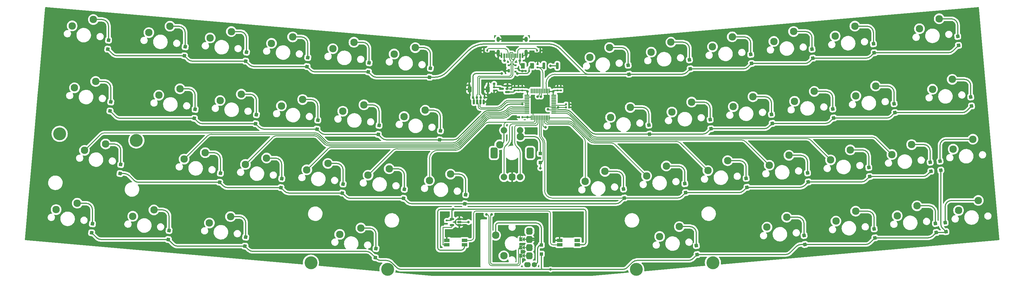
<source format=gbr>
%TF.GenerationSoftware,KiCad,Pcbnew,(7.0.0)*%
%TF.CreationDate,2024-04-20T20:10:29+02:00*%
%TF.ProjectId,Arrowhead,4172726f-7768-4656-9164-2e6b69636164,rev?*%
%TF.SameCoordinates,Original*%
%TF.FileFunction,Copper,L2,Bot*%
%TF.FilePolarity,Positive*%
%FSLAX46Y46*%
G04 Gerber Fmt 4.6, Leading zero omitted, Abs format (unit mm)*
G04 Created by KiCad (PCBNEW (7.0.0)) date 2024-04-20 20:10:29*
%MOMM*%
%LPD*%
G01*
G04 APERTURE LIST*
G04 Aperture macros list*
%AMRoundRect*
0 Rectangle with rounded corners*
0 $1 Rounding radius*
0 $2 $3 $4 $5 $6 $7 $8 $9 X,Y pos of 4 corners*
0 Add a 4 corners polygon primitive as box body*
4,1,4,$2,$3,$4,$5,$6,$7,$8,$9,$2,$3,0*
0 Add four circle primitives for the rounded corners*
1,1,$1+$1,$2,$3*
1,1,$1+$1,$4,$5*
1,1,$1+$1,$6,$7*
1,1,$1+$1,$8,$9*
0 Add four rect primitives between the rounded corners*
20,1,$1+$1,$2,$3,$4,$5,0*
20,1,$1+$1,$4,$5,$6,$7,0*
20,1,$1+$1,$6,$7,$8,$9,0*
20,1,$1+$1,$8,$9,$2,$3,0*%
%AMFreePoly0*
4,1,6,0.600000,-0.250000,-0.600000,-0.250000,-0.600000,1.000000,0.000000,0.400000,0.600000,1.000000,0.600000,-0.250000,0.600000,-0.250000,$1*%
%AMFreePoly1*
4,1,6,0.600000,0.200000,0.000000,-0.400000,-0.600000,0.200000,-0.600000,0.400000,0.600000,0.400000,0.600000,0.200000,0.600000,0.200000,$1*%
%AMFreePoly2*
4,1,5,0.125000,-0.500000,-0.125000,-0.500000,-0.125000,0.500000,0.125000,0.500000,0.125000,-0.500000,0.125000,-0.500000,$1*%
G04 Aperture macros list end*
%TA.AperFunction,ComponentPad*%
%ADD10O,2.100000X1.600000*%
%TD*%
%TA.AperFunction,SMDPad,CuDef*%
%ADD11FreePoly0,270.000000*%
%TD*%
%TA.AperFunction,SMDPad,CuDef*%
%ADD12FreePoly1,270.000000*%
%TD*%
%TA.AperFunction,SMDPad,CuDef*%
%ADD13FreePoly2,270.000000*%
%TD*%
%TA.AperFunction,ComponentPad*%
%ADD14C,1.600000*%
%TD*%
%TA.AperFunction,ComponentPad*%
%ADD15C,2.300000*%
%TD*%
%TA.AperFunction,ComponentPad*%
%ADD16C,4.000000*%
%TD*%
%TA.AperFunction,ComponentPad*%
%ADD17C,2.000000*%
%TD*%
%TA.AperFunction,ComponentPad*%
%ADD18RoundRect,0.500000X0.500000X-0.500000X0.500000X0.500000X-0.500000X0.500000X-0.500000X-0.500000X0*%
%TD*%
%TA.AperFunction,ComponentPad*%
%ADD19RoundRect,0.550000X0.550000X-1.150000X0.550000X1.150000X-0.550000X1.150000X-0.550000X-1.150000X0*%
%TD*%
%TA.AperFunction,SMDPad,CuDef*%
%ADD20RoundRect,0.150000X0.587500X0.150000X-0.587500X0.150000X-0.587500X-0.150000X0.587500X-0.150000X0*%
%TD*%
%TA.AperFunction,SMDPad,CuDef*%
%ADD21RoundRect,0.250000X0.272712X-0.325005X0.325005X0.272712X-0.272712X0.325005X-0.325005X-0.272712X0*%
%TD*%
%TA.AperFunction,SMDPad,CuDef*%
%ADD22RoundRect,0.140000X0.140000X0.170000X-0.140000X0.170000X-0.140000X-0.170000X0.140000X-0.170000X0*%
%TD*%
%TA.AperFunction,SMDPad,CuDef*%
%ADD23RoundRect,0.250000X-0.375000X-0.625000X0.375000X-0.625000X0.375000X0.625000X-0.375000X0.625000X0*%
%TD*%
%TA.AperFunction,SMDPad,CuDef*%
%ADD24RoundRect,0.140000X-0.140000X-0.170000X0.140000X-0.170000X0.140000X0.170000X-0.140000X0.170000X0*%
%TD*%
%TA.AperFunction,SMDPad,CuDef*%
%ADD25RoundRect,0.250000X0.325005X-0.272712X0.272712X0.325005X-0.325005X0.272712X-0.272712X-0.325005X0*%
%TD*%
%TA.AperFunction,SMDPad,CuDef*%
%ADD26RoundRect,0.200000X0.200000X0.800000X-0.200000X0.800000X-0.200000X-0.800000X0.200000X-0.800000X0*%
%TD*%
%TA.AperFunction,SMDPad,CuDef*%
%ADD27RoundRect,0.140000X0.170000X-0.140000X0.170000X0.140000X-0.170000X0.140000X-0.170000X-0.140000X0*%
%TD*%
%TA.AperFunction,SMDPad,CuDef*%
%ADD28RoundRect,0.140000X-0.170000X0.140000X-0.170000X-0.140000X0.170000X-0.140000X0.170000X0.140000X0*%
%TD*%
%TA.AperFunction,SMDPad,CuDef*%
%ADD29RoundRect,0.150000X0.512500X0.150000X-0.512500X0.150000X-0.512500X-0.150000X0.512500X-0.150000X0*%
%TD*%
%TA.AperFunction,SMDPad,CuDef*%
%ADD30RoundRect,0.250000X0.300000X-0.300000X0.300000X0.300000X-0.300000X0.300000X-0.300000X-0.300000X0*%
%TD*%
%TA.AperFunction,SMDPad,CuDef*%
%ADD31RoundRect,0.135000X-0.135000X-0.185000X0.135000X-0.185000X0.135000X0.185000X-0.135000X0.185000X0*%
%TD*%
%TA.AperFunction,SMDPad,CuDef*%
%ADD32R,1.700000X1.000000*%
%TD*%
%TA.AperFunction,SMDPad,CuDef*%
%ADD33RoundRect,0.150000X-0.150000X-0.625000X0.150000X-0.625000X0.150000X0.625000X-0.150000X0.625000X0*%
%TD*%
%TA.AperFunction,SMDPad,CuDef*%
%ADD34RoundRect,0.250000X-0.350000X-0.650000X0.350000X-0.650000X0.350000X0.650000X-0.350000X0.650000X0*%
%TD*%
%TA.AperFunction,SMDPad,CuDef*%
%ADD35RoundRect,0.150000X-0.150000X-0.275000X0.150000X-0.275000X0.150000X0.275000X-0.150000X0.275000X0*%
%TD*%
%TA.AperFunction,SMDPad,CuDef*%
%ADD36RoundRect,0.175000X-0.175000X-0.225000X0.175000X-0.225000X0.175000X0.225000X-0.175000X0.225000X0*%
%TD*%
%TA.AperFunction,SMDPad,CuDef*%
%ADD37R,0.600000X1.450000*%
%TD*%
%TA.AperFunction,SMDPad,CuDef*%
%ADD38R,0.300000X1.450000*%
%TD*%
%TA.AperFunction,ComponentPad*%
%ADD39O,1.000000X1.600000*%
%TD*%
%TA.AperFunction,ComponentPad*%
%ADD40O,1.000000X2.100000*%
%TD*%
%TA.AperFunction,SMDPad,CuDef*%
%ADD41R,0.700000X1.000000*%
%TD*%
%TA.AperFunction,SMDPad,CuDef*%
%ADD42R,0.700000X0.600000*%
%TD*%
%TA.AperFunction,SMDPad,CuDef*%
%ADD43RoundRect,0.135000X0.185000X-0.135000X0.185000X0.135000X-0.185000X0.135000X-0.185000X-0.135000X0*%
%TD*%
%TA.AperFunction,SMDPad,CuDef*%
%ADD44RoundRect,0.075000X0.662500X0.075000X-0.662500X0.075000X-0.662500X-0.075000X0.662500X-0.075000X0*%
%TD*%
%TA.AperFunction,SMDPad,CuDef*%
%ADD45RoundRect,0.075000X0.075000X0.662500X-0.075000X0.662500X-0.075000X-0.662500X0.075000X-0.662500X0*%
%TD*%
%TA.AperFunction,ViaPad*%
%ADD46C,0.800000*%
%TD*%
%TA.AperFunction,Conductor*%
%ADD47C,0.250000*%
%TD*%
%TA.AperFunction,Conductor*%
%ADD48C,0.350000*%
%TD*%
G04 APERTURE END LIST*
D10*
%TO.P,EN1,A,A*%
%TO.N,ROLLER_A*%
X186349999Y-103584499D03*
D11*
X183459000Y-103322500D03*
D12*
X184475000Y-103322500D03*
D13*
X184983000Y-103322500D03*
D10*
X186349999Y-103060499D03*
%TO.P,EN1,B,B*%
%TO.N,ROLLER_B*%
X186349999Y-101044499D03*
D11*
X183459000Y-100782500D03*
D12*
X184475000Y-100782500D03*
D13*
X184983000Y-100782500D03*
D10*
X186349999Y-100520499D03*
%TO.P,EN1,C,C*%
%TO.N,GND*%
X186349999Y-98504499D03*
D11*
X183459000Y-98242500D03*
D12*
X184475000Y-98242500D03*
D13*
X184983000Y-98242500D03*
D10*
X186349999Y-97980499D03*
D14*
%TO.P,EN1,S1,S1*%
%TO.N,r_roller*%
X187825000Y-106060500D03*
D10*
%TO.P,EN1,S2,S2*%
%TO.N,COL4*%
X185724999Y-106060499D03*
%TO.P,EN1,X*%
%TO.N,N/C*%
X186349999Y-95964499D03*
X186349999Y-95440499D03*
%TD*%
D15*
%TO.P,MX45,1,1*%
%TO.N,COL9*%
X300183166Y-90904494D03*
%TO.P,MX45,2,2*%
%TO.N,Net-(D45-A)*%
X306287626Y-87820720D03*
%TD*%
%TO.P,MX26,1,1*%
%TO.N,COL1*%
X79479009Y-73338254D03*
%TO.P,MX26,2,2*%
%TO.N,Net-(D26-A)*%
X86026221Y-71361359D03*
%TD*%
%TO.P,MX6,1,1*%
%TO.N,COL5*%
X144476547Y-40779266D03*
%TO.P,MX6,2,2*%
%TO.N,Net-(D6-A)*%
X151023759Y-38802371D03*
%TD*%
%TO.P,MX38,1,1*%
%TO.N,COL1*%
X63585560Y-91070525D03*
%TO.P,MX38,2,2*%
%TO.N,Net-(D38-A)*%
X70132772Y-89093630D03*
%TD*%
%TO.P,MX31,1,1*%
%TO.N,COL6*%
X203635304Y-80228569D03*
%TO.P,MX31,2,2*%
%TO.N,Net-(D31-A)*%
X209739764Y-77144795D03*
%TD*%
%TO.P,MX41,1,1*%
%TO.N,COL5*%
X177165000Y-68897500D03*
%TO.P,MX41,2,2*%
%TO.N,r_enc*%
X183515000Y-66357500D03*
%TD*%
%TO.P,MX22,1,1*%
%TO.N,COL9*%
X268396268Y-55439951D03*
%TO.P,MX22,2,2*%
%TO.N,Net-(D22-A)*%
X274500728Y-52356177D03*
%TD*%
%TO.P,MX35,1,1*%
%TO.N,COL10*%
X279545340Y-73587302D03*
%TO.P,MX35,2,2*%
%TO.N,Net-(D35-A)*%
X285649800Y-70503528D03*
%TD*%
%TO.P,MX19,1,1*%
%TO.N,COL6*%
X211463741Y-60420902D03*
%TO.P,MX19,2,2*%
%TO.N,Net-(D19-A)*%
X217568201Y-57337128D03*
%TD*%
%TO.P,MX23,1,1*%
%TO.N,COL10*%
X287373777Y-53779634D03*
%TO.P,MX23,2,2*%
%TO.N,Net-(D23-A)*%
X293478237Y-50695860D03*
%TD*%
%TO.P,MX46,1,1*%
%TO.N,COL10*%
X319160675Y-89244177D03*
%TO.P,MX46,2,2*%
%TO.N,Net-(D46-A)*%
X325265135Y-86160403D03*
%TD*%
%TO.P,MX48,1,1*%
%TO.N,COL4*%
X178435000Y-103322500D03*
%TO.P,MX48,2,2*%
%TO.N,r_roller*%
X175895000Y-96972500D03*
%TD*%
%TO.P,MX8,1,1*%
%TO.N,COL7*%
X224036556Y-40198155D03*
%TO.P,MX8,2,2*%
%TO.N,Net-(D8-A)*%
X230141016Y-37114381D03*
%TD*%
%TO.P,MX5,1,1*%
%TO.N,COL4*%
X125499038Y-39118949D03*
%TO.P,MX5,2,2*%
%TO.N,Net-(D5-A)*%
X132046250Y-37142054D03*
%TD*%
%TO.P,MX11,1,1*%
%TO.N,COL10*%
X280969083Y-35217204D03*
%TO.P,MX11,2,2*%
%TO.N,Net-(D11-A)*%
X287073543Y-32133430D03*
%TD*%
%TO.P,MX43,1,1*%
%TO.N,COL7*%
X259856784Y-94436103D03*
%TO.P,MX43,2,2*%
%TO.N,Net-(D43-A)*%
X265961244Y-91352329D03*
%TD*%
%TO.P,MX33,1,1*%
%TO.N,COL8*%
X241590322Y-76907935D03*
%TO.P,MX33,2,2*%
%TO.N,Net-(D33-A)*%
X247694782Y-73824161D03*
%TD*%
%TO.P,MX32,1,1*%
%TO.N,COL7*%
X222612813Y-78568252D03*
%TO.P,MX32,2,2*%
%TO.N,Net-(D32-A)*%
X228717273Y-75484478D03*
%TD*%
%TO.P,MX4,1,1*%
%TO.N,COL3*%
X106521529Y-37458632D03*
%TO.P,MX4,2,2*%
%TO.N,Net-(D4-A)*%
X113068741Y-35481737D03*
%TD*%
%TO.P,MX34,1,1*%
%TO.N,COL9*%
X260567831Y-75247618D03*
%TO.P,MX34,2,2*%
%TO.N,Net-(D34-A)*%
X266672291Y-72163844D03*
%TD*%
%TO.P,MX12,1,1*%
%TO.N,COL11*%
X307063158Y-32934269D03*
%TO.P,MX12,2,2*%
%TO.N,Net-(D12-A)*%
X313167618Y-29850495D03*
%TD*%
%TO.P,MX27,1,1*%
%TO.N,COL2*%
X98456518Y-74998571D03*
%TO.P,MX27,2,2*%
%TO.N,Net-(D27-A)*%
X105003730Y-73021676D03*
%TD*%
%TO.P,MX20,1,1*%
%TO.N,COL7*%
X230441250Y-58760585D03*
%TO.P,MX20,2,2*%
%TO.N,Net-(D20-A)*%
X236545710Y-55676811D03*
%TD*%
%TO.P,MX14,1,1*%
%TO.N,COL1*%
X71650571Y-53530586D03*
%TO.P,MX14,2,2*%
%TO.N,Net-(D14-A)*%
X78197783Y-51553691D03*
%TD*%
%TO.P,MX1,1,1*%
%TO.N,COL0*%
X44844624Y-32062602D03*
%TO.P,MX1,2,2*%
%TO.N,Net-(D1-A)*%
X51391836Y-30085707D03*
%TD*%
%TO.P,MX21,1,1*%
%TO.N,COL8*%
X249418759Y-57100268D03*
%TO.P,MX21,2,2*%
%TO.N,Net-(D21-A)*%
X255523219Y-54016494D03*
%TD*%
%TO.P,MX28,1,1*%
%TO.N,COL3*%
X117434027Y-76658888D03*
%TO.P,MX28,2,2*%
%TO.N,Net-(D28-A)*%
X123981239Y-74681993D03*
%TD*%
D16*
%TO.P,S3,*%
%TO.N,*%
X40962522Y-65506519D03*
X64684408Y-67581915D03*
%TD*%
D17*
%TO.P,SW1,A,A*%
%TO.N,ENC_A*%
X178475000Y-78937500D03*
%TO.P,SW1,B,B*%
%TO.N,ENC_B*%
X183475000Y-78937500D03*
D18*
%TO.P,SW1,C,C*%
%TO.N,GND*%
X180975000Y-78937500D03*
D19*
%TO.P,SW1,MP*%
%TO.N,N/C*%
X175375000Y-71437500D03*
X186575000Y-71437500D03*
D17*
%TO.P,SW1,S1,S1*%
%TO.N,r_enc*%
X183475000Y-64437500D03*
%TO.P,SW1,S2,S2*%
%TO.N,COL5*%
X178475000Y-64437500D03*
%TD*%
D15*
%TO.P,MX9,1,1*%
%TO.N,COL8*%
X243014065Y-38537838D03*
%TO.P,MX9,2,2*%
%TO.N,Net-(D9-A)*%
X249118525Y-35454064D03*
%TD*%
%TO.P,MX7,1,1*%
%TO.N,COL6*%
X205059047Y-41858472D03*
%TO.P,MX7,2,2*%
%TO.N,Net-(D7-A)*%
X211163507Y-38774698D03*
%TD*%
%TO.P,MX30,1,1*%
%TO.N,COL5*%
X155389045Y-79979521D03*
%TO.P,MX30,2,2*%
%TO.N,Net-(D30-A)*%
X161936257Y-78002626D03*
%TD*%
%TO.P,MX44,1,1*%
%TO.N,COL8*%
X281205657Y-92564811D03*
%TO.P,MX44,2,2*%
%TO.N,Net-(D44-A)*%
X287310117Y-89481037D03*
%TD*%
%TO.P,MX39,1,1*%
%TO.N,COL2*%
X87307446Y-93145921D03*
%TO.P,MX39,2,2*%
%TO.N,Net-(D39-A)*%
X93854658Y-91169026D03*
%TD*%
%TO.P,MX13,1,1*%
%TO.N,COL0*%
X45556496Y-51247651D03*
%TO.P,MX13,2,2*%
%TO.N,Net-(D13-A)*%
X52103708Y-49270756D03*
%TD*%
%TO.P,MX3,1,1*%
%TO.N,COL2*%
X87544020Y-35798315D03*
%TO.P,MX3,2,2*%
%TO.N,Net-(D3-A)*%
X94091232Y-33821420D03*
%TD*%
%TO.P,MX47,1,1*%
%TO.N,COL11*%
X317500358Y-70266668D03*
%TO.P,MX47,2,2*%
%TO.N,Net-(D47-A)*%
X323604818Y-67182894D03*
%TD*%
%TO.P,MX29,1,1*%
%TO.N,COL4*%
X136411536Y-78319204D03*
%TO.P,MX29,2,2*%
%TO.N,Net-(D29-A)*%
X142958748Y-76342309D03*
%TD*%
%TO.P,MX24,1,1*%
%TO.N,COL11*%
X311095664Y-51704238D03*
%TO.P,MX24,2,2*%
%TO.N,Net-(D24-A)*%
X317200124Y-48620464D03*
%TD*%
%TO.P,MX40,1,1*%
%TO.N,COL3*%
X127634653Y-96674095D03*
%TO.P,MX40,2,2*%
%TO.N,Net-(D40-A)*%
X134181865Y-94697200D03*
%TD*%
%TO.P,MX36,1,1*%
%TO.N,COL11*%
X298522849Y-71926985D03*
%TO.P,MX36,2,2*%
%TO.N,Net-(D36-A)*%
X304627309Y-68843211D03*
%TD*%
%TO.P,MX10,1,1*%
%TO.N,COL9*%
X261991574Y-36877521D03*
%TO.P,MX10,2,2*%
%TO.N,Net-(D10-A)*%
X268096034Y-33793747D03*
%TD*%
%TO.P,MX15,1,1*%
%TO.N,COL2*%
X90628080Y-55190903D03*
%TO.P,MX15,2,2*%
%TO.N,Net-(D15-A)*%
X97175292Y-53214008D03*
%TD*%
%TO.P,MX18,1,1*%
%TO.N,COL5*%
X147560607Y-60171854D03*
%TO.P,MX18,2,2*%
%TO.N,Net-(D18-A)*%
X154107819Y-58194959D03*
%TD*%
D16*
%TO.P,S1,*%
%TO.N,*%
X142460939Y-107532611D03*
X118739053Y-105457215D03*
%TD*%
D15*
%TO.P,MX17,1,1*%
%TO.N,COL4*%
X128583098Y-58511537D03*
%TO.P,MX17,2,2*%
%TO.N,Net-(D17-A)*%
X135130310Y-56534642D03*
%TD*%
%TO.P,MX25,1,1*%
%TO.N,COL0*%
X48640556Y-70640239D03*
%TO.P,MX25,2,2*%
%TO.N,Net-(D25-A)*%
X55187768Y-68663344D03*
%TD*%
%TO.P,MX2,1,1*%
%TO.N,COL1*%
X68566511Y-34137998D03*
%TO.P,MX2,2,2*%
%TO.N,Net-(D2-A)*%
X75113723Y-32161103D03*
%TD*%
D16*
%TO.P,S2,*%
%TO.N,*%
X243130150Y-105457777D03*
X219408264Y-107533173D03*
%TD*%
D15*
%TO.P,MX16,1,1*%
%TO.N,COL3*%
X109605589Y-56851220D03*
%TO.P,MX16,2,2*%
%TO.N,Net-(D16-A)*%
X116152801Y-54874325D03*
%TD*%
%TO.P,MX42,1,1*%
%TO.N,COL6*%
X226643547Y-97338784D03*
%TO.P,MX42,2,2*%
%TO.N,Net-(D42-A)*%
X232748007Y-94255010D03*
%TD*%
%TO.P,MX37,1,1*%
%TO.N,COL0*%
X39863674Y-88995129D03*
%TO.P,MX37,2,2*%
%TO.N,Net-(D37-A)*%
X46410886Y-87018234D03*
%TD*%
D20*
%TO.P,U3,1,GND*%
%TO.N,GND*%
X179531250Y-50643750D03*
%TO.P,U3,2,VO*%
%TO.N,+3V3*%
X179531250Y-52543750D03*
%TO.P,U3,3,VI*%
%TO.N,+5V*%
X177656250Y-51593750D03*
%TD*%
D21*
%TO.P,D15,1,K*%
%TO.N,ROW1*%
X101621432Y-62389688D03*
%TO.P,D15,2,A*%
%TO.N,Net-(D15-A)*%
X101865468Y-59600342D03*
%TD*%
%TO.P,D38,1,K*%
%TO.N,ROW3*%
X74578912Y-98269310D03*
%TO.P,D38,2,A*%
%TO.N,Net-(D38-A)*%
X74822948Y-95479964D03*
%TD*%
D22*
%TO.P,C2,1*%
%TO.N,+3V3*%
X184150000Y-60325000D03*
%TO.P,C2,2*%
%TO.N,GND*%
X183190000Y-60325000D03*
%TD*%
D23*
%TO.P,F1,1*%
%TO.N,VBUS*%
X184337500Y-44450000D03*
%TO.P,F1,2*%
%TO.N,+5V*%
X187137500Y-44450000D03*
%TD*%
D21*
%TO.P,D27,1,K*%
%TO.N,ROW2*%
X109449870Y-82197356D03*
%TO.P,D27,2,A*%
%TO.N,Net-(D27-A)*%
X109693906Y-79408010D03*
%TD*%
D24*
%TO.P,C8,1*%
%TO.N,NRST*%
X197643750Y-56356250D03*
%TO.P,C8,2*%
%TO.N,GND*%
X198603750Y-56356250D03*
%TD*%
D25*
%TO.P,D34,1,K*%
%TO.N,ROW2*%
X272644225Y-80428062D03*
%TO.P,D34,2,A*%
%TO.N,Net-(D34-A)*%
X272400189Y-77638716D03*
%TD*%
D21*
%TO.P,D30,1,K*%
%TO.N,ROW2*%
X166382397Y-87178306D03*
%TO.P,D30,2,A*%
%TO.N,Net-(D30-A)*%
X166626433Y-84388960D03*
%TD*%
D26*
%TO.P,SW2,1,1*%
%TO.N,+3V3*%
X194981250Y-44450000D03*
%TO.P,SW2,2,2*%
%TO.N,BOOT0*%
X190781250Y-44450000D03*
%TD*%
D27*
%TO.P,C5,1*%
%TO.N,+3V3*%
X184150000Y-52073750D03*
%TO.P,C5,2*%
%TO.N,GND*%
X184150000Y-51113750D03*
%TD*%
D21*
%TO.P,D40,1,K*%
%TO.N,ROW3*%
X138628005Y-103872879D03*
%TO.P,D40,2,A*%
%TO.N,Net-(D40-A)*%
X138872041Y-101083533D03*
%TD*%
D28*
%TO.P,C9,1*%
%TO.N,+5V*%
X175418750Y-51113750D03*
%TO.P,C9,2*%
%TO.N,GND*%
X175418750Y-52073750D03*
%TD*%
D29*
%TO.P,U4,1*%
%TO.N,GND*%
X164650000Y-91918750D03*
%TO.P,U4,2*%
%TO.N,RGB MCU*%
X164650000Y-92868750D03*
%TO.P,U4,3,GND*%
%TO.N,GND*%
X164650000Y-93818750D03*
%TO.P,U4,4*%
%TO.N,indicators*%
X162375000Y-93818750D03*
%TO.P,U4,5,VCC*%
%TO.N,+5V*%
X162375000Y-91918750D03*
%TD*%
D25*
%TO.P,D36,1,K*%
%TO.N,ROW2*%
X310599243Y-77107428D03*
%TO.P,D36,2,A*%
%TO.N,Net-(D36-A)*%
X310355207Y-74318082D03*
%TD*%
D21*
%TO.P,D29,1,K*%
%TO.N,ROW2*%
X147404888Y-85517989D03*
%TO.P,D29,2,A*%
%TO.N,Net-(D29-A)*%
X147648924Y-82728643D03*
%TD*%
D25*
%TO.P,D7,1,K*%
%TO.N,ROW0*%
X217135441Y-47038915D03*
%TO.P,D7,2,A*%
%TO.N,Net-(D7-A)*%
X216891405Y-44249569D03*
%TD*%
%TO.P,D20,1,K*%
%TO.N,ROW1*%
X242517645Y-63941028D03*
%TO.P,D20,2,A*%
%TO.N,Net-(D20-A)*%
X242273609Y-61151682D03*
%TD*%
%TO.P,D43,1,K*%
%TO.N,ROW3*%
X271584518Y-99819673D03*
%TO.P,D43,2,A*%
%TO.N,Net-(D43-A)*%
X271340482Y-97030327D03*
%TD*%
%TO.P,D21,1,K*%
%TO.N,ROW1*%
X261495154Y-62280711D03*
%TO.P,D21,2,A*%
%TO.N,Net-(D21-A)*%
X261251118Y-59491365D03*
%TD*%
D30*
%TO.P,D48,1,K*%
%TO.N,ROW3*%
X190048500Y-102772500D03*
%TO.P,D48,2,A*%
%TO.N,r_roller*%
X190048500Y-99972500D03*
%TD*%
D21*
%TO.P,D17,1,K*%
%TO.N,ROW1*%
X139576450Y-65710322D03*
%TO.P,D17,2,A*%
%TO.N,Net-(D17-A)*%
X139820486Y-62920976D03*
%TD*%
D24*
%TO.P,C3,1*%
%TO.N,+3V3*%
X197643750Y-57350000D03*
%TO.P,C3,2*%
%TO.N,GND*%
X198603750Y-57350000D03*
%TD*%
D21*
%TO.P,D13,1,K*%
%TO.N,ROW1*%
X56549849Y-58446435D03*
%TO.P,D13,2,A*%
%TO.N,Net-(D13-A)*%
X56793885Y-55657089D03*
%TD*%
D25*
%TO.P,D22,1,K*%
%TO.N,ROW1*%
X280472663Y-60620394D03*
%TO.P,D22,2,A*%
%TO.N,Net-(D22-A)*%
X280228627Y-57831048D03*
%TD*%
D21*
%TO.P,D2,1,K*%
%TO.N,ROW0*%
X79559863Y-41336783D03*
%TO.P,D2,2,A*%
%TO.N,Net-(D2-A)*%
X79803899Y-38547437D03*
%TD*%
%TO.P,D4,1,K*%
%TO.N,ROW0*%
X117514881Y-44657417D03*
%TO.P,D4,2,A*%
%TO.N,Net-(D4-A)*%
X117758917Y-41868071D03*
%TD*%
D25*
%TO.P,D42,1,K*%
%TO.N,ROW3*%
X238247018Y-102933744D03*
%TO.P,D42,2,A*%
%TO.N,Net-(D42-A)*%
X238002982Y-100144398D03*
%TD*%
D21*
%TO.P,D16,1,K*%
%TO.N,ROW1*%
X120598941Y-64050005D03*
%TO.P,D16,2,A*%
%TO.N,Net-(D16-A)*%
X120842977Y-61260659D03*
%TD*%
D25*
%TO.P,D47,1,K*%
%TO.N,ROW3*%
X313653268Y-76800923D03*
%TO.P,D47,2,A*%
%TO.N,Net-(D47-A)*%
X313409232Y-74011577D03*
%TD*%
%TO.P,D32,1,K*%
%TO.N,ROW2*%
X234689207Y-83748696D03*
%TO.P,D32,2,A*%
%TO.N,Net-(D32-A)*%
X234445171Y-80959350D03*
%TD*%
D21*
%TO.P,D6,1,K*%
%TO.N,ROW0*%
X155469899Y-47978051D03*
%TO.P,D6,2,A*%
%TO.N,Net-(D6-A)*%
X155713935Y-45188705D03*
%TD*%
%TO.P,D37,1,K*%
%TO.N,ROW3*%
X50857026Y-96193914D03*
%TO.P,D37,2,A*%
%TO.N,Net-(D37-A)*%
X51101062Y-93404568D03*
%TD*%
%TO.P,D26,1,K*%
%TO.N,ROW2*%
X90472361Y-80537039D03*
%TO.P,D26,2,A*%
%TO.N,Net-(D26-A)*%
X90716397Y-77747693D03*
%TD*%
D27*
%TO.P,C4,1*%
%TO.N,+3V3*%
X196056250Y-52073750D03*
%TO.P,C4,2*%
%TO.N,GND*%
X196056250Y-51113750D03*
%TD*%
D25*
%TO.P,D23,1,K*%
%TO.N,ROW1*%
X299450172Y-58960077D03*
%TO.P,D23,2,A*%
%TO.N,Net-(D23-A)*%
X299206136Y-56170731D03*
%TD*%
D27*
%TO.P,C10,1*%
%TO.N,+3V3*%
X181768750Y-52073750D03*
%TO.P,C10,2*%
%TO.N,GND*%
X181768750Y-51113750D03*
%TD*%
D25*
%TO.P,D46,1,K*%
%TO.N,ROW3*%
X315240768Y-95850923D03*
%TO.P,D46,2,A*%
%TO.N,Net-(D46-A)*%
X314996732Y-93061577D03*
%TD*%
D21*
%TO.P,D28,1,K*%
%TO.N,ROW2*%
X128427379Y-83857672D03*
%TO.P,D28,2,A*%
%TO.N,Net-(D28-A)*%
X128671415Y-81068326D03*
%TD*%
D31*
%TO.P,R2,1*%
%TO.N,Net-(J1-CC2)*%
X188686250Y-39687500D03*
%TO.P,R2,2*%
%TO.N,GND*%
X189706250Y-39687500D03*
%TD*%
D21*
%TO.P,D25,1,K*%
%TO.N,ROW2*%
X59633909Y-77839024D03*
%TO.P,D25,2,A*%
%TO.N,Net-(D25-A)*%
X59877945Y-75049678D03*
%TD*%
D32*
%TO.P,LED1,1,VDD*%
%TO.N,+5V*%
X166262499Y-99918749D03*
%TO.P,LED1,2,DOUT*%
%TO.N,Net-(LED1-DOUT)*%
X166262499Y-98518749D03*
%TO.P,LED1,3,VSS*%
%TO.N,GND*%
X160762499Y-98518749D03*
%TO.P,LED1,4,DIN*%
%TO.N,indicators*%
X160762499Y-99918749D03*
%TD*%
D25*
%TO.P,D33,1,K*%
%TO.N,ROW2*%
X253666716Y-82088379D03*
%TO.P,D33,2,A*%
%TO.N,Net-(D33-A)*%
X253422680Y-79299033D03*
%TD*%
%TO.P,D35,1,K*%
%TO.N,ROW2*%
X291621734Y-78767745D03*
%TO.P,D35,2,A*%
%TO.N,Net-(D35-A)*%
X291377698Y-75978399D03*
%TD*%
D21*
%TO.P,D14,1,K*%
%TO.N,ROW1*%
X82643923Y-60729371D03*
%TO.P,D14,2,A*%
%TO.N,Net-(D14-A)*%
X82887959Y-57940025D03*
%TD*%
D33*
%TO.P,J3,1,Pin_1*%
%TO.N,+5V*%
X169156250Y-55598750D03*
%TO.P,J3,2,Pin_2*%
%TO.N,D_N*%
X170156250Y-55598750D03*
%TO.P,J3,3,Pin_3*%
%TO.N,D_P*%
X171156250Y-55598750D03*
%TO.P,J3,4,Pin_4*%
%TO.N,GND*%
X172156250Y-55598750D03*
D34*
%TO.P,J3,MP,MountPin*%
X167856250Y-51723750D03*
X173456250Y-51723750D03*
%TD*%
D21*
%TO.P,D3,1,K*%
%TO.N,ROW0*%
X98537372Y-42997100D03*
%TO.P,D3,2,A*%
%TO.N,Net-(D3-A)*%
X98781408Y-40207754D03*
%TD*%
%TO.P,D18,1,K*%
%TO.N,ROW1*%
X158553959Y-67370639D03*
%TO.P,D18,2,A*%
%TO.N,Net-(D18-A)*%
X158797995Y-64581293D03*
%TD*%
D25*
%TO.P,D45,1,K*%
%TO.N,ROW3*%
X312259560Y-96084937D03*
%TO.P,D45,2,A*%
%TO.N,Net-(D45-A)*%
X312015524Y-93295591D03*
%TD*%
D31*
%TO.P,R1,1*%
%TO.N,GND*%
X172243750Y-39687500D03*
%TO.P,R1,2*%
%TO.N,Net-(J1-CC1)*%
X173263750Y-39687500D03*
%TD*%
D30*
%TO.P,D41,1,K*%
%TO.N,ROW3*%
X189706250Y-74425000D03*
%TO.P,D41,2,A*%
%TO.N,r_enc*%
X189706250Y-71625000D03*
%TD*%
D35*
%TO.P,J4,1,Pin_1*%
%TO.N,+5V*%
X168856250Y-54262500D03*
%TO.P,J4,2,Pin_2*%
%TO.N,D_N*%
X170056250Y-54262500D03*
%TO.P,J4,3,Pin_3*%
%TO.N,D_P*%
X171256250Y-54262500D03*
%TO.P,J4,4,Pin_4*%
%TO.N,GND*%
X172456250Y-54262500D03*
D36*
%TO.P,J4,MP,MountPin*%
X167706250Y-50487500D03*
X173606250Y-50487500D03*
%TD*%
D25*
%TO.P,D10,1,K*%
%TO.N,ROW0*%
X274067968Y-42057964D03*
%TO.P,D10,2,A*%
%TO.N,Net-(D10-A)*%
X273823932Y-39268618D03*
%TD*%
D37*
%TO.P,J1,A1,GND*%
%TO.N,GND*%
X177724999Y-41351249D03*
%TO.P,J1,A4,VBUS*%
%TO.N,VBUS*%
X178524999Y-41351249D03*
D38*
%TO.P,J1,A5,CC1*%
%TO.N,Net-(J1-CC1)*%
X179724999Y-41351249D03*
%TO.P,J1,A6,D+*%
%TO.N,D_P*%
X180724999Y-41351249D03*
%TO.P,J1,A7,D-*%
%TO.N,D_N*%
X181224999Y-41351249D03*
%TO.P,J1,A8,SBU1*%
%TO.N,unconnected-(J1-SBU1-PadA8)*%
X182224999Y-41351249D03*
D37*
%TO.P,J1,A9,VBUS*%
%TO.N,VBUS*%
X183424999Y-41351249D03*
%TO.P,J1,A12,GND*%
%TO.N,GND*%
X184224999Y-41351249D03*
%TO.P,J1,B1,GND*%
X184224999Y-41351249D03*
%TO.P,J1,B4,VBUS*%
%TO.N,VBUS*%
X183424999Y-41351249D03*
D38*
%TO.P,J1,B5,CC2*%
%TO.N,Net-(J1-CC2)*%
X182724999Y-41351249D03*
%TO.P,J1,B6,D+*%
%TO.N,D_P*%
X181724999Y-41351249D03*
%TO.P,J1,B7,D-*%
%TO.N,D_N*%
X180224999Y-41351249D03*
%TO.P,J1,B8,SBU2*%
%TO.N,unconnected-(J1-SBU2-PadB8)*%
X179224999Y-41351249D03*
D37*
%TO.P,J1,B9,VBUS*%
%TO.N,VBUS*%
X178524999Y-41351249D03*
%TO.P,J1,B12,GND*%
%TO.N,GND*%
X177724999Y-41351249D03*
D39*
%TO.P,J1,S1,SHIELD*%
X176654999Y-36256249D03*
D40*
X176654999Y-40436249D03*
D39*
X185294999Y-36256249D03*
D40*
X185294999Y-40436249D03*
%TD*%
D27*
%TO.P,C11,1*%
%TO.N,GND*%
X160737500Y-93348750D03*
%TO.P,C11,2*%
%TO.N,+5V*%
X160737500Y-92388750D03*
%TD*%
D21*
%TO.P,D5,1,K*%
%TO.N,ROW0*%
X136492390Y-46317734D03*
%TO.P,D5,2,A*%
%TO.N,Net-(D5-A)*%
X136736426Y-43528388D03*
%TD*%
%TO.P,D1,1,K*%
%TO.N,ROW0*%
X55837977Y-39261387D03*
%TO.P,D1,2,A*%
%TO.N,Net-(D1-A)*%
X56082013Y-36472041D03*
%TD*%
D41*
%TO.P,U2,1,GND*%
%TO.N,GND*%
X179974999Y-45993749D03*
D42*
%TO.P,U2,2,I/O1*%
%TO.N,D_N*%
X179974999Y-44293749D03*
%TO.P,U2,3,I/O2*%
%TO.N,D_P*%
X181974999Y-44293749D03*
%TO.P,U2,4,VCC*%
%TO.N,+5V*%
X181974999Y-46193749D03*
%TD*%
D25*
%TO.P,D31,1,K*%
%TO.N,ROW2*%
X215711698Y-85409012D03*
%TO.P,D31,2,A*%
%TO.N,Net-(D31-A)*%
X215467662Y-82619666D03*
%TD*%
%TO.P,D9,1,K*%
%TO.N,ROW0*%
X255090459Y-43718281D03*
%TO.P,D9,2,A*%
%TO.N,Net-(D9-A)*%
X254846423Y-40928935D03*
%TD*%
D43*
%TO.P,R3,1*%
%TO.N,BOOT0*%
X188912500Y-44960000D03*
%TO.P,R3,2*%
%TO.N,GND*%
X188912500Y-43940000D03*
%TD*%
D22*
%TO.P,C1,1*%
%TO.N,+5V*%
X186217500Y-46037500D03*
%TO.P,C1,2*%
%TO.N,GND*%
X185257500Y-46037500D03*
%TD*%
D21*
%TO.P,D39,1,K*%
%TO.N,ROW3*%
X98300799Y-100344706D03*
%TO.P,D39,2,A*%
%TO.N,Net-(D39-A)*%
X98544835Y-97555360D03*
%TD*%
D44*
%TO.P,U1,1,VBAT*%
%TO.N,+3V3*%
X193868750Y-53606250D03*
%TO.P,U1,2,PC13*%
%TO.N,unconnected-(U1-PC13-Pad2)*%
X193868750Y-54106250D03*
%TO.P,U1,3,PC14*%
%TO.N,unconnected-(U1-PC14-Pad3)*%
X193868750Y-54606250D03*
%TO.P,U1,4,PC15*%
%TO.N,unconnected-(U1-PC15-Pad4)*%
X193868750Y-55106250D03*
%TO.P,U1,5,PF0*%
%TO.N,unconnected-(U1-PF0-Pad5)*%
X193868750Y-55606250D03*
%TO.P,U1,6,PF1*%
%TO.N,unconnected-(U1-PF1-Pad6)*%
X193868750Y-56106250D03*
%TO.P,U1,7,NRST*%
%TO.N,NRST*%
X193868750Y-56606250D03*
%TO.P,U1,8,VSSA*%
%TO.N,GND*%
X193868750Y-57106250D03*
%TO.P,U1,9,VDDA*%
%TO.N,+3V3*%
X193868750Y-57606250D03*
%TO.P,U1,10,PA0*%
%TO.N,ROW1*%
X193868750Y-58106250D03*
%TO.P,U1,11,PA1*%
%TO.N,COL11*%
X193868750Y-58606250D03*
%TO.P,U1,12,PA2*%
%TO.N,COL10*%
X193868750Y-59106250D03*
D45*
%TO.P,U1,13,PA3*%
%TO.N,COL9*%
X192456250Y-60518750D03*
%TO.P,U1,14,PA4*%
%TO.N,COL8*%
X191956250Y-60518750D03*
%TO.P,U1,15,PA5*%
%TO.N,COL7*%
X191456250Y-60518750D03*
%TO.P,U1,16,PA6*%
%TO.N,COL6*%
X190956250Y-60518750D03*
%TO.P,U1,17,PA7*%
%TO.N,RGB MCU*%
X190456250Y-60518750D03*
%TO.P,U1,18,PB0*%
%TO.N,ROW2*%
X189956250Y-60518750D03*
%TO.P,U1,19,PB1*%
%TO.N,ROW3*%
X189456250Y-60518750D03*
%TO.P,U1,20,PB2*%
%TO.N,ENC_B*%
X188956250Y-60518750D03*
%TO.P,U1,21,PB10*%
%TO.N,ENC_A*%
X188456250Y-60518750D03*
%TO.P,U1,22,PB11*%
%TO.N,COL5*%
X187956250Y-60518750D03*
%TO.P,U1,23,VSS*%
%TO.N,GND*%
X187456250Y-60518750D03*
%TO.P,U1,24,VDD*%
%TO.N,+3V3*%
X186956250Y-60518750D03*
D44*
%TO.P,U1,25,PB12*%
%TO.N,COL4*%
X185543750Y-59106250D03*
%TO.P,U1,26,PB13*%
%TO.N,COL3*%
X185543750Y-58606250D03*
%TO.P,U1,27,PB14*%
%TO.N,COL2*%
X185543750Y-58106250D03*
%TO.P,U1,28,PB15*%
%TO.N,COL1*%
X185543750Y-57606250D03*
%TO.P,U1,29,PA8*%
%TO.N,COL0*%
X185543750Y-57106250D03*
%TO.P,U1,30,PA9*%
%TO.N,unconnected-(U1-PA9-Pad30)*%
X185543750Y-56606250D03*
%TO.P,U1,31,PA10*%
%TO.N,unconnected-(U1-PA10-Pad31)*%
X185543750Y-56106250D03*
%TO.P,U1,32,PA11*%
%TO.N,D_N*%
X185543750Y-55606250D03*
%TO.P,U1,33,PA12*%
%TO.N,D_P*%
X185543750Y-55106250D03*
%TO.P,U1,34,PA13*%
%TO.N,unconnected-(U1-PA13-Pad34)*%
X185543750Y-54606250D03*
%TO.P,U1,35,VSS*%
%TO.N,GND*%
X185543750Y-54106250D03*
%TO.P,U1,36,VDDIO2*%
%TO.N,+3V3*%
X185543750Y-53606250D03*
D45*
%TO.P,U1,37,PA14*%
%TO.N,unconnected-(U1-PA14-Pad37)*%
X186956250Y-52193750D03*
%TO.P,U1,38,PA15*%
%TO.N,unconnected-(U1-PA15-Pad38)*%
X187456250Y-52193750D03*
%TO.P,U1,39,PB3*%
%TO.N,unconnected-(U1-PB3-Pad39)*%
X187956250Y-52193750D03*
%TO.P,U1,40,PB4*%
%TO.N,unconnected-(U1-PB4-Pad40)*%
X188456250Y-52193750D03*
%TO.P,U1,41,PB5*%
%TO.N,unconnected-(U1-PB5-Pad41)*%
X188956250Y-52193750D03*
%TO.P,U1,42,PB6*%
%TO.N,ROLLER_A*%
X189456250Y-52193750D03*
%TO.P,U1,43,PB7*%
%TO.N,ROLLER_B*%
X189956250Y-52193750D03*
%TO.P,U1,44,BOOT0*%
%TO.N,BOOT0*%
X190456250Y-52193750D03*
%TO.P,U1,45,PB8*%
%TO.N,unconnected-(U1-PB8-Pad45)*%
X190956250Y-52193750D03*
%TO.P,U1,46,PB9*%
%TO.N,ROW0*%
X191456250Y-52193750D03*
%TO.P,U1,47,VSS*%
%TO.N,GND*%
X191956250Y-52193750D03*
%TO.P,U1,48,VDD*%
%TO.N,+3V3*%
X192456250Y-52193750D03*
%TD*%
D27*
%TO.P,C7,1*%
%TO.N,+3V3*%
X182929419Y-52073750D03*
%TO.P,C7,2*%
%TO.N,GND*%
X182929419Y-51113750D03*
%TD*%
D25*
%TO.P,D8,1,K*%
%TO.N,ROW0*%
X236112950Y-45378598D03*
%TO.P,D8,2,A*%
%TO.N,Net-(D8-A)*%
X235868914Y-42589252D03*
%TD*%
%TO.P,D12,1,K*%
%TO.N,ROW0*%
X319139552Y-38114712D03*
%TO.P,D12,2,A*%
%TO.N,Net-(D12-A)*%
X318895516Y-35325366D03*
%TD*%
%TO.P,D19,1,K*%
%TO.N,ROW1*%
X223540136Y-65601345D03*
%TO.P,D19,2,A*%
%TO.N,Net-(D19-A)*%
X223296100Y-62811999D03*
%TD*%
%TO.P,D24,1,K*%
%TO.N,ROW1*%
X323172058Y-56884681D03*
%TO.P,D24,2,A*%
%TO.N,Net-(D24-A)*%
X322928022Y-54095335D03*
%TD*%
D27*
%TO.P,C6,1*%
%TO.N,+3V3*%
X195062500Y-52073750D03*
%TO.P,C6,2*%
%TO.N,GND*%
X195062500Y-51113750D03*
%TD*%
D32*
%TO.P,LED2,1,VDD*%
%TO.N,+5V*%
X201187499Y-99918749D03*
%TO.P,LED2,2,DOUT*%
%TO.N,unconnected-(LED2-DOUT-Pad2)*%
X201187499Y-98518749D03*
%TO.P,LED2,3,VSS*%
%TO.N,GND*%
X195687499Y-98518749D03*
%TO.P,LED2,4,DIN*%
%TO.N,Net-(LED1-DOUT)*%
X195687499Y-99918749D03*
%TD*%
D25*
%TO.P,D11,1,K*%
%TO.N,ROW0*%
X293045477Y-40397648D03*
%TO.P,D11,2,A*%
%TO.N,Net-(D11-A)*%
X292801441Y-37608302D03*
%TD*%
%TO.P,D44,1,K*%
%TO.N,ROW3*%
X293282051Y-97745254D03*
%TO.P,D44,2,A*%
%TO.N,Net-(D44-A)*%
X293038015Y-94955908D03*
%TD*%
D46*
%TO.N,ROW1*%
X192087500Y-57943750D03*
X184150000Y-56330750D03*
%TO.N,ROW3*%
X192881250Y-107537500D03*
X189706250Y-76200000D03*
%TO.N,VBUS*%
X183356250Y-42862500D03*
X178593750Y-42862500D03*
%TO.N,+3V3*%
X185737500Y-52387500D03*
X195262500Y-57330750D03*
X185737500Y-60325000D03*
X193675000Y-52387500D03*
X192881250Y-44450000D03*
%TO.N,GND*%
X196056250Y-96837500D03*
X180975000Y-80962500D03*
X159543750Y-93662500D03*
X195064662Y-50019651D03*
X200025000Y-56356250D03*
X180975000Y-36256250D03*
X189706250Y-56356250D03*
X181768750Y-60325000D03*
X184150000Y-96837500D03*
X161131250Y-96837500D03*
X178593750Y-46037500D03*
X190500000Y-39687500D03*
X184150000Y-46037500D03*
X184150000Y-50006250D03*
X181768750Y-50006250D03*
X196056250Y-50006250D03*
X188912500Y-42862500D03*
X171450000Y-39687500D03*
X179387500Y-51593750D03*
X175418750Y-53181250D03*
X200022131Y-57355816D03*
X182932552Y-50011674D03*
X163388000Y-92868750D03*
%TO.N,+5V*%
X162718750Y-88900000D03*
X177800000Y-46831250D03*
X182612500Y-46831250D03*
X175418750Y-50006250D03*
%TO.N,RGB MCU*%
X167481250Y-92868750D03*
X191293750Y-63500000D03*
%TO.N,ROLLER_A*%
X173037500Y-90487500D03*
X188912500Y-53975000D03*
%TO.N,ROLLER_B*%
X174625000Y-90487500D03*
X189924551Y-53987548D03*
%TD*%
D47*
%TO.N,NRST*%
X193868750Y-56606250D02*
X197393750Y-56606250D01*
X197393750Y-56606250D02*
G75*
G03*
X197643750Y-56356250I50J249950D01*
G01*
D48*
%TO.N,Net-(D1-A)*%
X51391836Y-30085707D02*
X54082013Y-30085707D01*
X56082013Y-32085707D02*
X56082013Y-36472041D01*
X56081993Y-32085707D02*
G75*
G03*
X54082013Y-30085707I-1999993J7D01*
G01*
%TO.N,Net-(D2-A)*%
X75113723Y-32161103D02*
X77803899Y-32161103D01*
X79803899Y-34161103D02*
X79803899Y-38547437D01*
X79803897Y-34161103D02*
G75*
G03*
X77803899Y-32161103I-1999997J3D01*
G01*
%TO.N,Net-(D3-A)*%
X94091232Y-33821420D02*
X96781408Y-33821420D01*
X98781408Y-35821420D02*
X98781408Y-40207754D01*
X98781380Y-35821420D02*
G75*
G03*
X96781408Y-33821420I-1999980J20D01*
G01*
%TO.N,Net-(D4-A)*%
X113068741Y-35481737D02*
X115758917Y-35481737D01*
X117758917Y-37481737D02*
X117758917Y-41868071D01*
X117758863Y-37481737D02*
G75*
G03*
X115758917Y-35481737I-1999963J37D01*
G01*
%TO.N,Net-(D5-A)*%
X132046250Y-37142054D02*
X134736426Y-37142054D01*
X136736426Y-39142054D02*
X136736426Y-43528388D01*
X136736446Y-39142054D02*
G75*
G03*
X134736426Y-37142054I-2000046J-46D01*
G01*
%TO.N,Net-(D6-A)*%
X151023759Y-38802371D02*
X153713935Y-38802371D01*
X155713935Y-40802371D02*
X155713935Y-45188705D01*
X155713929Y-40802371D02*
G75*
G03*
X153713935Y-38802371I-2000029J-29D01*
G01*
%TO.N,Net-(D7-A)*%
X216891405Y-40774698D02*
X216891405Y-44249569D01*
X211163507Y-38774698D02*
X214891405Y-38774698D01*
X216891402Y-40774698D02*
G75*
G03*
X214891405Y-38774698I-2000002J-2D01*
G01*
%TO.N,Net-(D8-A)*%
X230141016Y-37114381D02*
X233868914Y-37114381D01*
X235868914Y-39114381D02*
X235868914Y-42589252D01*
X235868919Y-39114381D02*
G75*
G03*
X233868914Y-37114381I-2000019J-19D01*
G01*
%TO.N,Net-(D9-A)*%
X249118525Y-35454064D02*
X252846423Y-35454064D01*
X254846423Y-37454064D02*
X254846423Y-40928935D01*
X254846436Y-37454064D02*
G75*
G03*
X252846423Y-35454064I-2000036J-36D01*
G01*
%TO.N,Net-(D10-A)*%
X268096034Y-33793747D02*
X271823932Y-33793747D01*
X273823932Y-35793747D02*
X273823932Y-39268618D01*
X273823853Y-35793747D02*
G75*
G03*
X271823932Y-33793747I-1999953J47D01*
G01*
%TO.N,Net-(D11-A)*%
X292801441Y-34133430D02*
X292801441Y-37608302D01*
X287073543Y-32133430D02*
X290801441Y-32133430D01*
X292801370Y-34133430D02*
G75*
G03*
X290801441Y-32133430I-1999970J30D01*
G01*
%TO.N,Net-(D12-A)*%
X318895516Y-31850495D02*
X318895516Y-35325366D01*
X313167618Y-29850495D02*
X316895516Y-29850495D01*
X318895505Y-31850495D02*
G75*
G03*
X316895516Y-29850495I-2000005J-5D01*
G01*
%TO.N,ROW0*%
X82048607Y-42997100D02*
X98537372Y-42997100D01*
X79559863Y-41336783D02*
X80634394Y-42411314D01*
D47*
X194295762Y-47038915D02*
X204787500Y-47038915D01*
D48*
X172373458Y-37661081D02*
X192332536Y-37661081D01*
X290556734Y-42057964D02*
X274067968Y-42057964D01*
X120003625Y-46317734D02*
X136492390Y-46317734D01*
X160743745Y-46425005D02*
X167481250Y-39687500D01*
X55837977Y-39261387D02*
X57327587Y-40750997D01*
X98537372Y-42997100D02*
X99611903Y-44071631D01*
X252601715Y-45378598D02*
X236112950Y-45378598D01*
X154781250Y-47978051D02*
X155469899Y-47978051D01*
X236112950Y-45378598D02*
X235038419Y-46453129D01*
X293045477Y-40397648D02*
X291970947Y-41472178D01*
X195919951Y-39147037D02*
X203402082Y-46629168D01*
X155469899Y-47978051D02*
X156994361Y-47978051D01*
X255090459Y-43718281D02*
X254015928Y-44792812D01*
X136492390Y-46317734D02*
X137566921Y-47392265D01*
X319139552Y-38114712D02*
X317442402Y-39811862D01*
X233624206Y-47038915D02*
X217135441Y-47038915D01*
X101026116Y-44657417D02*
X117514881Y-44657417D01*
X274067968Y-42057964D02*
X272993437Y-43132495D01*
X204787500Y-47038915D02*
X217135441Y-47038915D01*
X58741800Y-41336783D02*
X79559863Y-41336783D01*
X316028189Y-40397648D02*
X293045477Y-40397648D01*
D47*
X191456250Y-52193750D02*
X191456250Y-49878427D01*
D48*
X204391298Y-47038915D02*
X204787500Y-47038915D01*
X138981134Y-47978051D02*
X154781250Y-47978051D01*
X271579224Y-43718281D02*
X255090459Y-43718281D01*
X117514881Y-44657417D02*
X118589412Y-45731948D01*
X316028189Y-40397626D02*
G75*
G03*
X317442402Y-39811862I11J2000026D01*
G01*
X57327590Y-40750994D02*
G75*
G03*
X58741800Y-41336783I1414210J1414194D01*
G01*
X203402072Y-46629178D02*
G75*
G03*
X204391298Y-47038915I989228J989278D01*
G01*
X252601715Y-45378609D02*
G75*
G03*
X254015928Y-44792812I-15J2000009D01*
G01*
X172373458Y-37661050D02*
G75*
G03*
X167481251Y-39687501I42J-6918650D01*
G01*
X80634390Y-42411318D02*
G75*
G03*
X82048607Y-42997100I1414210J1414218D01*
G01*
X290556734Y-42057998D02*
G75*
G03*
X291970947Y-41472178I-34J1999998D01*
G01*
X271579224Y-43718303D02*
G75*
G03*
X272993437Y-43132495I-24J2000003D01*
G01*
X233624206Y-47038914D02*
G75*
G03*
X235038418Y-46453128I-6J2000014D01*
G01*
X137566914Y-47392272D02*
G75*
G03*
X138981134Y-47978051I1414186J1414172D01*
G01*
X99611891Y-44071643D02*
G75*
G03*
X101026116Y-44657417I1414209J1414243D01*
G01*
D47*
X194295762Y-47038850D02*
G75*
G03*
X191456250Y-49878427I38J-2839550D01*
G01*
D48*
X118589392Y-45731968D02*
G75*
G03*
X120003625Y-46317734I1414208J1414268D01*
G01*
X195919922Y-39147066D02*
G75*
G03*
X192332536Y-37661081I-3587422J-3587334D01*
G01*
X156994361Y-47978016D02*
G75*
G03*
X160743744Y-46425004I39J5302416D01*
G01*
%TO.N,Net-(D13-A)*%
X56793885Y-51270756D02*
X56793885Y-55657089D01*
X52103708Y-49270756D02*
X54793885Y-49270756D01*
X56793884Y-51270756D02*
G75*
G03*
X54793885Y-49270756I-1999994J6D01*
G01*
%TO.N,Net-(D14-A)*%
X82887959Y-53553691D02*
X82887959Y-57940025D01*
X78197783Y-51553691D02*
X80887959Y-51553691D01*
X82888009Y-53553691D02*
G75*
G03*
X80887959Y-51553691I-2000009J-9D01*
G01*
%TO.N,Net-(D15-A)*%
X97175292Y-53214008D02*
X99865468Y-53214008D01*
X101865468Y-55214008D02*
X101865468Y-59600342D01*
X101865492Y-55214008D02*
G75*
G03*
X99865468Y-53214008I-1999992J8D01*
G01*
%TO.N,Net-(D16-A)*%
X116152801Y-54874325D02*
X118842977Y-54874325D01*
X120842977Y-56874325D02*
X120842977Y-61260659D01*
X120842975Y-56874325D02*
G75*
G03*
X118842977Y-54874325I-1999975J25D01*
G01*
%TO.N,Net-(D17-A)*%
X135130310Y-56534642D02*
X137820486Y-56534642D01*
X139820486Y-58534642D02*
X139820486Y-62920976D01*
X139820458Y-58534642D02*
G75*
G03*
X137820486Y-56534642I-1999958J42D01*
G01*
%TO.N,Net-(D18-A)*%
X154107819Y-58194959D02*
X156797995Y-58194959D01*
X158797995Y-60194959D02*
X158797995Y-64581293D01*
X158798041Y-60194959D02*
G75*
G03*
X156797995Y-58194959I-2000041J-41D01*
G01*
%TO.N,Net-(D19-A)*%
X217568201Y-57337128D02*
X221296100Y-57337128D01*
X223296100Y-59337128D02*
X223296100Y-62811999D01*
X223296072Y-59337128D02*
G75*
G03*
X221296100Y-57337128I-1999972J28D01*
G01*
%TO.N,Net-(D20-A)*%
X242273609Y-57676811D02*
X242273609Y-61151682D01*
X236545710Y-55676811D02*
X240273609Y-55676811D01*
X242273589Y-57676811D02*
G75*
G03*
X240273609Y-55676811I-1999989J11D01*
G01*
%TO.N,Net-(D21-A)*%
X261251118Y-56016494D02*
X261251118Y-59491365D01*
X255523219Y-54016494D02*
X259251118Y-54016494D01*
X261251106Y-56016494D02*
G75*
G03*
X259251118Y-54016494I-2000006J-6D01*
G01*
%TO.N,Net-(D22-A)*%
X274500728Y-52356177D02*
X278228627Y-52356177D01*
X280228627Y-54356177D02*
X280228627Y-57831048D01*
X280228623Y-54356177D02*
G75*
G03*
X278228627Y-52356177I-2000023J-23D01*
G01*
%TO.N,Net-(D23-A)*%
X299206136Y-52695860D02*
X299206136Y-56170731D01*
X293478237Y-50695860D02*
X297206136Y-50695860D01*
X299206140Y-52695860D02*
G75*
G03*
X297206136Y-50695860I-2000040J-40D01*
G01*
%TO.N,Net-(D24-A)*%
X317200124Y-48620464D02*
X320928022Y-48620464D01*
X322928022Y-50620464D02*
X322928022Y-54095335D01*
X322928036Y-50620464D02*
G75*
G03*
X320928022Y-48620464I-2000036J-36D01*
G01*
%TO.N,ROW1*%
X101621432Y-62389688D02*
X102695963Y-63464219D01*
D47*
X195194107Y-58106250D02*
X193868750Y-58106250D01*
D48*
X173577571Y-58318750D02*
X176795658Y-58318750D01*
X142065194Y-67370639D02*
X158553959Y-67370639D01*
X242517645Y-63941028D02*
X259006410Y-63941028D01*
X199098642Y-58691536D02*
X205422664Y-65015558D01*
X56549849Y-58446435D02*
X58246999Y-60143585D01*
X279398133Y-61694924D02*
X280472663Y-60620394D01*
X261495154Y-62280711D02*
X277983919Y-62280711D01*
X241443115Y-65015558D02*
X242517645Y-63941028D01*
X104110176Y-64050005D02*
X120598941Y-64050005D01*
X280472663Y-60620394D02*
X296961428Y-60620394D01*
X178209872Y-57732963D02*
X179057371Y-56885464D01*
X195194607Y-58105750D02*
X195194107Y-58106250D01*
X158553959Y-67370639D02*
X162868828Y-67370639D01*
X164283042Y-66784852D02*
X164349572Y-66718322D01*
X164349572Y-66718322D02*
X172163358Y-58904536D01*
X197684429Y-58105750D02*
X195194607Y-58105750D01*
X59661212Y-60729371D02*
X82643923Y-60729371D01*
D47*
X193868750Y-58106250D02*
X192250000Y-58106250D01*
D48*
X184118928Y-56299678D02*
X184150000Y-56330750D01*
X298375642Y-60034607D02*
X299450172Y-58960077D01*
X321682449Y-58374290D02*
X323172058Y-56884681D01*
X85132667Y-62389688D02*
X101621432Y-62389688D01*
X223540136Y-65601345D02*
X240028901Y-65601345D01*
X120598941Y-64050005D02*
X121673472Y-65124536D01*
X139576450Y-65710322D02*
X140650981Y-66784853D01*
X260420624Y-63355241D02*
X261495154Y-62280711D01*
X82643923Y-60729371D02*
X83718454Y-61803902D01*
X180471584Y-56299678D02*
X184118928Y-56299678D01*
X123087685Y-65710322D02*
X139576450Y-65710322D01*
X223540136Y-65601345D02*
X206836878Y-65601345D01*
X299450172Y-58960077D02*
X320268235Y-58960077D01*
D47*
X192250000Y-58106250D02*
X192087500Y-57943750D01*
D48*
X240028901Y-65601332D02*
G75*
G03*
X241443115Y-65015558I-1J2000032D01*
G01*
X140650976Y-66784858D02*
G75*
G03*
X142065194Y-67370639I1414224J1414258D01*
G01*
X83718473Y-61803883D02*
G75*
G03*
X85132667Y-62389688I1414227J1414183D01*
G01*
X320268235Y-58960108D02*
G75*
G03*
X321682449Y-58374290I-35J2000008D01*
G01*
X58246999Y-60143585D02*
G75*
G03*
X59661212Y-60729371I1414201J1414185D01*
G01*
X121673475Y-65124533D02*
G75*
G03*
X123087685Y-65710322I1414225J1414233D01*
G01*
X180471584Y-56299674D02*
G75*
G03*
X179057372Y-56885465I16J-2000026D01*
G01*
X277983919Y-62280721D02*
G75*
G03*
X279398133Y-61694924I-19J2000021D01*
G01*
X102695974Y-63464208D02*
G75*
G03*
X104110176Y-64050005I1414226J1414208D01*
G01*
X173577571Y-58318715D02*
G75*
G03*
X172163358Y-58904536I29J-1999985D01*
G01*
X259006410Y-63941026D02*
G75*
G03*
X260420623Y-63355240I-10J2000026D01*
G01*
X176795658Y-58318734D02*
G75*
G03*
X178209871Y-57732962I42J1999934D01*
G01*
X205422666Y-65015556D02*
G75*
G03*
X206836878Y-65601345I1414234J1414256D01*
G01*
X162868828Y-67370647D02*
G75*
G03*
X164283042Y-66784852I-28J2000047D01*
G01*
X296961428Y-60620415D02*
G75*
G03*
X298375642Y-60034607I-28J2000015D01*
G01*
X199098617Y-58691561D02*
G75*
G03*
X197684429Y-58105750I-1414217J-1414139D01*
G01*
%TO.N,Net-(D25-A)*%
X59877945Y-70663344D02*
X59877945Y-75049678D01*
X55187768Y-68663344D02*
X57877945Y-68663344D01*
X59877856Y-70663344D02*
G75*
G03*
X57877945Y-68663344I-1999956J44D01*
G01*
%TO.N,Net-(D26-A)*%
X90716397Y-73361359D02*
X90716397Y-77747693D01*
X86026221Y-71361359D02*
X88716397Y-71361359D01*
X90716441Y-73361359D02*
G75*
G03*
X88716397Y-71361359I-2000041J-41D01*
G01*
%TO.N,Net-(D27-A)*%
X105003730Y-73021676D02*
X107693906Y-73021676D01*
X109693906Y-75021676D02*
X109693906Y-79408010D01*
X109693924Y-75021676D02*
G75*
G03*
X107693906Y-73021676I-2000024J-24D01*
G01*
%TO.N,Net-(D28-A)*%
X123981239Y-74681993D02*
X126671415Y-74681993D01*
X128671415Y-76681993D02*
X128671415Y-81068326D01*
X128671407Y-76681993D02*
G75*
G03*
X126671415Y-74681993I-2000007J-7D01*
G01*
%TO.N,Net-(D29-A)*%
X147648924Y-78342309D02*
X147648924Y-82728643D01*
X142958748Y-76342309D02*
X145648924Y-76342309D01*
X147648891Y-78342309D02*
G75*
G03*
X145648924Y-76342309I-1999991J9D01*
G01*
%TO.N,Net-(D30-A)*%
X166626433Y-80002626D02*
X166626433Y-84388960D01*
X161936257Y-78002626D02*
X164626433Y-78002626D01*
X166626374Y-80002626D02*
G75*
G03*
X164626433Y-78002626I-1999974J26D01*
G01*
%TO.N,Net-(D31-A)*%
X209739764Y-77144795D02*
X213467662Y-77144795D01*
X215467662Y-79144795D02*
X215467662Y-82619666D01*
X215467705Y-79144795D02*
G75*
G03*
X213467662Y-77144795I-2000005J-5D01*
G01*
%TO.N,Net-(D32-A)*%
X228717273Y-75484478D02*
X232445171Y-75484478D01*
X234445171Y-77484478D02*
X234445171Y-80959350D01*
X234445222Y-77484478D02*
G75*
G03*
X232445171Y-75484478I-2000022J-22D01*
G01*
%TO.N,Net-(D33-A)*%
X253422680Y-75824161D02*
X253422680Y-79299033D01*
X247694782Y-73824161D02*
X251422680Y-73824161D01*
X253422739Y-75824161D02*
G75*
G03*
X251422680Y-73824161I-2000039J-39D01*
G01*
%TO.N,Net-(D34-A)*%
X266672291Y-72163844D02*
X270400189Y-72163844D01*
X272400189Y-74163844D02*
X272400189Y-77638716D01*
X272400156Y-74163844D02*
G75*
G03*
X270400189Y-72163844I-1999956J44D01*
G01*
%TO.N,Net-(D35-A)*%
X285649800Y-70503528D02*
X289377698Y-70503528D01*
X291377698Y-72503528D02*
X291377698Y-75978399D01*
X291377672Y-72503528D02*
G75*
G03*
X289377698Y-70503528I-1999972J28D01*
G01*
%TO.N,Net-(D36-A)*%
X310355207Y-70843211D02*
X310355207Y-74318082D01*
X304627309Y-68843211D02*
X308355207Y-68843211D01*
X310355189Y-70843211D02*
G75*
G03*
X308355207Y-68843211I-1999989J11D01*
G01*
%TO.N,Net-(D37-A)*%
X46410886Y-87018234D02*
X49101062Y-87018234D01*
X51101062Y-89018234D02*
X51101062Y-93404568D01*
X51101066Y-89018234D02*
G75*
G03*
X49101062Y-87018234I-1999966J34D01*
G01*
%TO.N,ROW2*%
X234689207Y-83748696D02*
X251177972Y-83748696D01*
X271569695Y-81502592D02*
X272644225Y-80428062D01*
D47*
X189956250Y-65602664D02*
X189956250Y-60518750D01*
D48*
X147404888Y-85517989D02*
X148479419Y-86592520D01*
D47*
X191035328Y-68272346D02*
X191035328Y-69056250D01*
D48*
X215711698Y-85409012D02*
X232200464Y-85409012D01*
D47*
X190495801Y-66959968D02*
X190488839Y-66953005D01*
D48*
X149893632Y-87178306D02*
X166382397Y-87178306D01*
D47*
X191035328Y-69056250D02*
X191035328Y-83085328D01*
D48*
X109449870Y-82197356D02*
X110524400Y-83271886D01*
D47*
X193359012Y-85409012D02*
X215711698Y-85409012D01*
D48*
X62437884Y-78424811D02*
X63964326Y-79951253D01*
D47*
X191035328Y-68262500D02*
X191035328Y-69056250D01*
D48*
X214528191Y-86592519D02*
X215711698Y-85409012D01*
X166382397Y-87178306D02*
X213113977Y-87178306D01*
X65378539Y-80537039D02*
X90472361Y-80537039D01*
X128427379Y-83857672D02*
X129501910Y-84932203D01*
X291621734Y-78767745D02*
X308110499Y-78767745D01*
X59633909Y-77839024D02*
X61023670Y-77839024D01*
X130916123Y-85517989D02*
X147404888Y-85517989D01*
X252592186Y-83162909D02*
X253666716Y-82088379D01*
X253666716Y-82088379D02*
X270155481Y-82088379D01*
X92961105Y-82197356D02*
X109449870Y-82197356D01*
X272644225Y-80428062D02*
X289132990Y-80428062D01*
X290547204Y-79842275D02*
X291621734Y-78767745D01*
X111938613Y-83857672D02*
X128427379Y-83857672D01*
X233614678Y-84823225D02*
X234689207Y-83748696D01*
X309524713Y-78181958D02*
X310599243Y-77107428D01*
X90472361Y-80537039D02*
X91546892Y-81611570D01*
D47*
X189956261Y-65602664D02*
G75*
G03*
X190542036Y-67016877I1999939J-36D01*
G01*
D48*
X63964298Y-79951281D02*
G75*
G03*
X65378539Y-80537039I1414202J1414281D01*
G01*
X270155481Y-82088371D02*
G75*
G03*
X271569695Y-81502592I19J1999971D01*
G01*
X148479402Y-86592537D02*
G75*
G03*
X149893632Y-87178306I1414198J1414237D01*
G01*
X110524399Y-83271887D02*
G75*
G03*
X111938613Y-83857672I1414201J1414187D01*
G01*
D47*
X191035336Y-68262500D02*
G75*
G03*
X190495801Y-66959968I-1842036J0D01*
G01*
X191035288Y-83085328D02*
G75*
G03*
X193359012Y-85409012I2323712J28D01*
G01*
D48*
X91546899Y-81611563D02*
G75*
G03*
X92961105Y-82197356I1414201J1414163D01*
G01*
X308110499Y-78767731D02*
G75*
G03*
X309524713Y-78181958I1J2000031D01*
G01*
X251177972Y-83748677D02*
G75*
G03*
X252592186Y-83162909I28J1999977D01*
G01*
D47*
X191031236Y-68262500D02*
G75*
G03*
X190488839Y-66953005I-1851936J0D01*
G01*
X191035295Y-68272346D02*
G75*
G03*
X190488838Y-66953006I-1865795J46D01*
G01*
D48*
X213113977Y-87178287D02*
G75*
G03*
X214528190Y-86592518I23J1999987D01*
G01*
X232200464Y-85408982D02*
G75*
G03*
X233614677Y-84823224I36J1999982D01*
G01*
X289132990Y-80428065D02*
G75*
G03*
X290547203Y-79842274I10J1999965D01*
G01*
X62437894Y-78424801D02*
G75*
G03*
X61023670Y-77839024I-1414194J-1414199D01*
G01*
X129501901Y-84932212D02*
G75*
G03*
X130916123Y-85517989I1414199J1414212D01*
G01*
%TO.N,Net-(D38-A)*%
X70132772Y-89093630D02*
X72822948Y-89093630D01*
X74822948Y-91093630D02*
X74822948Y-95479964D01*
X74822870Y-91093630D02*
G75*
G03*
X72822948Y-89093630I-1999970J30D01*
G01*
%TO.N,Net-(D39-A)*%
X93854658Y-91169026D02*
X96544835Y-91169026D01*
X98544835Y-93169026D02*
X98544835Y-97555360D01*
X98544774Y-93169026D02*
G75*
G03*
X96544835Y-91169026I-1999974J26D01*
G01*
%TO.N,Net-(D40-A)*%
X134181865Y-94697200D02*
X136872041Y-94697200D01*
X138872041Y-96697200D02*
X138872041Y-101083533D01*
X138872000Y-96697200D02*
G75*
G03*
X136872041Y-94697200I-2000000J0D01*
G01*
%TO.N,r_enc*%
X183515000Y-66357500D02*
X187706250Y-66357500D01*
X183475000Y-64437500D02*
X183475000Y-66317500D01*
X189706250Y-68357500D02*
X189706250Y-71625000D01*
X183475000Y-66317500D02*
X183515000Y-66357500D01*
X189706300Y-68357500D02*
G75*
G03*
X187706250Y-66357500I-2000000J0D01*
G01*
%TO.N,Net-(D42-A)*%
X236002982Y-94255010D02*
X232748007Y-94255010D01*
X238002982Y-100144398D02*
X238002982Y-96255010D01*
X238002990Y-96255010D02*
G75*
G03*
X236002982Y-94255010I-1999990J10D01*
G01*
%TO.N,Net-(D43-A)*%
X271340482Y-97030327D02*
X271340482Y-93352329D01*
X269340482Y-91352329D02*
X265961244Y-91352329D01*
X271340471Y-93352329D02*
G75*
G03*
X269340482Y-91352329I-1999971J29D01*
G01*
%TO.N,Net-(D44-A)*%
X293038015Y-91481037D02*
X293038015Y-94955908D01*
X287310117Y-89481037D02*
X291038015Y-89481037D01*
X293037963Y-91481037D02*
G75*
G03*
X291038015Y-89481037I-1999963J37D01*
G01*
%TO.N,Net-(D45-A)*%
X306287626Y-87820720D02*
X310015524Y-87820720D01*
X312015524Y-89820720D02*
X312015524Y-93295591D01*
X312015480Y-89820720D02*
G75*
G03*
X310015524Y-87820720I-1999980J20D01*
G01*
%TO.N,Net-(D46-A)*%
X325265135Y-86160403D02*
X316996732Y-86160403D01*
X314996732Y-88160403D02*
X314996732Y-93061577D01*
X316996732Y-86160432D02*
G75*
G03*
X314996732Y-88160403I-32J-1999968D01*
G01*
D47*
%TO.N,ROW3*%
X190143232Y-67254470D02*
X190042037Y-67153274D01*
D48*
X50857026Y-96193914D02*
X52346636Y-97683524D01*
X238247018Y-102933744D02*
X265618644Y-102933744D01*
D47*
X190581250Y-73550000D02*
X190581250Y-68311940D01*
D48*
X291792442Y-99234863D02*
X293282051Y-97745254D01*
X98300799Y-100344706D02*
X99325700Y-101369607D01*
X143723633Y-105436548D02*
X143762293Y-105475207D01*
D47*
X189456250Y-65739060D02*
X189456250Y-60518750D01*
D48*
X137296306Y-102541180D02*
X138628005Y-103872879D01*
X267032858Y-102347957D02*
X268974379Y-100406436D01*
X146653013Y-107537500D02*
X190500000Y-107537500D01*
X143762293Y-105475207D02*
X145238800Y-106951714D01*
X312259560Y-96084937D02*
X315006754Y-96084937D01*
X314239055Y-94849210D02*
X315240768Y-95850923D01*
X138628005Y-103872879D02*
X138925590Y-104170464D01*
X315006754Y-96084937D02*
X315240768Y-95850923D01*
X74578912Y-98269310D02*
X76068522Y-99758920D01*
X190500000Y-107537500D02*
X215216752Y-107537500D01*
X219654856Y-104756250D02*
X235596085Y-104756250D01*
D47*
X189706250Y-74425000D02*
X189706250Y-76200000D01*
D48*
X53760849Y-98269310D02*
X74578912Y-98269310D01*
X270388592Y-99820650D02*
X290378228Y-99820650D01*
X216630966Y-106951713D02*
X218240643Y-105342036D01*
X140339803Y-104756250D02*
X142081250Y-104756250D01*
X100739913Y-101955393D02*
X135882092Y-101955393D01*
X190048500Y-102772500D02*
X190048500Y-107098816D01*
X311185030Y-97159467D02*
X312259560Y-96084937D01*
X237010299Y-104170463D02*
X238247018Y-102933744D01*
X313653268Y-76800923D02*
X313653268Y-93434996D01*
X77482735Y-100344706D02*
X98300799Y-100344706D01*
X293282051Y-97745254D02*
X309770816Y-97745254D01*
X235596085Y-104756253D02*
G75*
G03*
X237010298Y-104170462I15J1999953D01*
G01*
D47*
X189456264Y-65739060D02*
G75*
G03*
X190042037Y-67153274I1999936J-40D01*
G01*
D48*
X137296312Y-102541174D02*
G75*
G03*
X135882092Y-101955393I-1414212J-1414226D01*
G01*
X52346609Y-97683551D02*
G75*
G03*
X53760849Y-98269310I1414191J1414251D01*
G01*
X290378228Y-99820684D02*
G75*
G03*
X291792442Y-99234863I-28J1999984D01*
G01*
X219654856Y-104756205D02*
G75*
G03*
X218240643Y-105342036I44J-1999995D01*
G01*
X215216752Y-107537465D02*
G75*
G03*
X216630965Y-106951712I48J1999965D01*
G01*
X76068503Y-99758939D02*
G75*
G03*
X77482735Y-100344706I1414197J1414239D01*
G01*
D47*
X190581233Y-68311940D02*
G75*
G03*
X190143232Y-67254470I-1495433J40D01*
G01*
D48*
X313653281Y-93434996D02*
G75*
G03*
X314239056Y-94849209I2000019J-4D01*
G01*
X143723602Y-105436579D02*
G75*
G03*
X142081250Y-104756250I-1642402J-1642321D01*
G01*
X145238793Y-106951721D02*
G75*
G03*
X146653013Y-107537500I1414207J1414221D01*
G01*
D47*
X189706250Y-74425050D02*
G75*
G03*
X190581250Y-73550000I-50J875050D01*
G01*
D48*
X99325695Y-101369612D02*
G75*
G03*
X100739913Y-101955393I1414205J1414212D01*
G01*
X270388592Y-99820630D02*
G75*
G03*
X268974379Y-100406436I8J-1999970D01*
G01*
X138925599Y-104170455D02*
G75*
G03*
X140339803Y-104756250I1414201J1414155D01*
G01*
X265618644Y-102933762D02*
G75*
G03*
X267032858Y-102347957I-44J2000062D01*
G01*
X190048492Y-107098816D02*
G75*
G03*
X190493592Y-107543908I445108J16D01*
G01*
X309770816Y-97745278D02*
G75*
G03*
X311185030Y-97159467I-16J1999978D01*
G01*
D47*
X190493592Y-107543900D02*
G75*
G03*
X190500000Y-107537500I8J6400D01*
G01*
D48*
%TO.N,VBUS*%
X183425000Y-41351250D02*
X183425000Y-42793750D01*
X178525000Y-41351250D02*
X178525000Y-42793750D01*
X178525000Y-42793750D02*
X178593750Y-42862500D01*
X183356250Y-42862500D02*
X183356250Y-43468750D01*
X183425000Y-42793750D02*
X183356250Y-42862500D01*
X183356300Y-43468750D02*
G75*
G03*
X184337500Y-44450000I981200J-50D01*
G01*
D47*
%TO.N,D_N*%
X170156250Y-55598750D02*
X170260782Y-55703282D01*
X180181250Y-47625000D02*
X170813604Y-47625000D01*
X180050556Y-44293750D02*
X180688056Y-43656250D01*
X180688056Y-43656250D02*
X180688056Y-47118194D01*
X177717037Y-57232963D02*
X178757964Y-56192036D01*
X180488184Y-40301250D02*
X181006432Y-40301250D01*
X170056250Y-54262500D02*
X170056250Y-55357329D01*
X170346592Y-48092012D02*
X170346592Y-53282723D01*
X180225000Y-41351250D02*
X180225000Y-42296198D01*
X170531250Y-56356250D02*
X170531250Y-57152099D01*
X180225000Y-41351250D02*
X180225000Y-40564434D01*
X170056250Y-53573065D02*
X170056250Y-54262500D01*
X180172177Y-55606250D02*
X185543750Y-55606250D01*
X171197901Y-57818750D02*
X176302823Y-57818750D01*
X180688056Y-43189712D02*
X180688056Y-43656250D01*
X179975000Y-44293750D02*
X180050556Y-44293750D01*
X180378052Y-42665698D02*
X180536727Y-42824373D01*
X181225000Y-41351250D02*
X181225000Y-40519818D01*
X180172177Y-55606220D02*
G75*
G03*
X178757965Y-56192037I23J-1999980D01*
G01*
X170531250Y-57152099D02*
G75*
G03*
X171197901Y-57818750I666650J-1D01*
G01*
X180488184Y-40301200D02*
G75*
G03*
X180225000Y-40564434I16J-263200D01*
G01*
X180688050Y-43189712D02*
G75*
G03*
X180536727Y-42824373I-516650J12D01*
G01*
X170056239Y-55357329D02*
G75*
G03*
X170156251Y-55598749I341461J29D01*
G01*
X170531281Y-56356250D02*
G75*
G03*
X170260782Y-55703282I-923481J-50D01*
G01*
X180224987Y-42296198D02*
G75*
G03*
X180378053Y-42665697I522513J-2D01*
G01*
X170346592Y-53282750D02*
G75*
G03*
X170056250Y-53573065I8J-290350D01*
G01*
X181224950Y-40519818D02*
G75*
G03*
X181006432Y-40301250I-218550J18D01*
G01*
X180181250Y-47624956D02*
G75*
G03*
X180688056Y-47118194I50J506756D01*
G01*
X176302823Y-57818780D02*
G75*
G03*
X177717036Y-57232962I-23J1999980D01*
G01*
X170813604Y-47624992D02*
G75*
G03*
X170346592Y-48092012I-4J-467008D01*
G01*
%TO.N,D_P*%
X170796592Y-48278408D02*
X170796592Y-53321592D01*
X181271533Y-42829717D02*
X181572797Y-42528453D01*
X181725000Y-41351250D02*
X181725000Y-42161002D01*
X180035781Y-55106250D02*
X185543750Y-55106250D01*
X177530641Y-56782963D02*
X178621568Y-55692036D01*
X181138056Y-43151959D02*
X181138056Y-43656250D01*
X171256250Y-53781250D02*
X171256250Y-54262500D01*
X171256250Y-55357329D02*
X171256250Y-54262500D01*
X171384297Y-57368750D02*
X176116427Y-57368750D01*
X180725000Y-41351250D02*
X180725000Y-42151250D01*
X181138056Y-43656250D02*
X181138056Y-47304590D01*
X181975000Y-44293750D02*
X181775556Y-44293750D01*
X180367646Y-48075000D02*
X171000000Y-48075000D01*
X181775556Y-44293750D02*
X181138056Y-43656250D01*
X170983806Y-56015066D02*
X170983806Y-56968259D01*
X181484752Y-42401250D02*
X180975000Y-42401250D01*
X181572805Y-42528461D02*
G75*
G03*
X181725000Y-42161002I-367505J367461D01*
G01*
X176116427Y-57368783D02*
G75*
G03*
X177530641Y-56782963I-27J1999983D01*
G01*
X180367646Y-48075056D02*
G75*
G03*
X181138056Y-47304590I-46J770456D01*
G01*
X180035781Y-55106223D02*
G75*
G03*
X178621569Y-55692037I19J-1999977D01*
G01*
X171156260Y-55598760D02*
G75*
G03*
X170983806Y-56015066I416340J-416340D01*
G01*
X170983850Y-56968259D02*
G75*
G03*
X171384297Y-57368750I400450J-41D01*
G01*
X171256308Y-53781250D02*
G75*
G03*
X170796592Y-53321592I-459708J-50D01*
G01*
X171000000Y-48074992D02*
G75*
G03*
X170796592Y-48278408I0J-203408D01*
G01*
X171156242Y-55598742D02*
G75*
G03*
X171256250Y-55357329I-241442J241442D01*
G01*
X180725050Y-42151250D02*
G75*
G03*
X180975000Y-42401250I249950J-50D01*
G01*
X181271548Y-42829732D02*
G75*
G03*
X181138056Y-43151959I322252J-322268D01*
G01*
X181484752Y-42401200D02*
G75*
G03*
X181725000Y-42161002I48J240200D01*
G01*
D48*
%TO.N,+3V3*%
X186931250Y-60493750D02*
X186762500Y-60325000D01*
X186931250Y-60428892D02*
X186931250Y-60493750D01*
X193675000Y-53412500D02*
X193843750Y-53581250D01*
D47*
X195262500Y-57330750D02*
X197624500Y-57330750D01*
D48*
X181768750Y-52073750D02*
X184150000Y-52073750D01*
X194981250Y-44450000D02*
X192881250Y-44450000D01*
X185737500Y-53412500D02*
X185737500Y-52387500D01*
X184150000Y-52073750D02*
X185423750Y-52073750D01*
D47*
X197624500Y-57330750D02*
X197643750Y-57350000D01*
D48*
X185737500Y-53477358D02*
X185633608Y-53581250D01*
X195062500Y-52073750D02*
X193988750Y-52073750D01*
X193675000Y-52387500D02*
X193675000Y-53412500D01*
D47*
X193868750Y-57606250D02*
X194987000Y-57606250D01*
D48*
X192650000Y-52387500D02*
X193675000Y-52387500D01*
X186762500Y-60325000D02*
X185737500Y-60325000D01*
X192651442Y-52387500D02*
X192481250Y-52217308D01*
X185737500Y-60325000D02*
X184150000Y-60325000D01*
X186827358Y-60325000D02*
X186931250Y-60428892D01*
X185568750Y-53581250D02*
X185737500Y-53412500D01*
X192481250Y-52217308D02*
X192481250Y-52218750D01*
X196056250Y-52073750D02*
X193988750Y-52073750D01*
X193675000Y-52387500D02*
X192651442Y-52387500D01*
X192481250Y-52218750D02*
X192650000Y-52387500D01*
X185737500Y-52387500D02*
X185737500Y-53477358D01*
X193843750Y-53581250D02*
X193868750Y-53581250D01*
D47*
X194987000Y-57606250D02*
X195262500Y-57330750D01*
D48*
X185633608Y-53581250D02*
X185568750Y-53581250D01*
X185737500Y-60325000D02*
X186827358Y-60325000D01*
X179531250Y-52543750D02*
X181298750Y-52543750D01*
X181298750Y-52543750D02*
G75*
G03*
X181768750Y-52073750I-50J470050D01*
G01*
X193988750Y-52073800D02*
G75*
G03*
X193675000Y-52387500I-50J-313700D01*
G01*
X185737550Y-52387500D02*
G75*
G03*
X185423750Y-52073750I-313750J0D01*
G01*
%TO.N,GND*%
X182929419Y-50014807D02*
X182932552Y-50011674D01*
X189706250Y-39687500D02*
X190500000Y-39687500D01*
X175418750Y-52073750D02*
X175418750Y-53181250D01*
X185295000Y-40436250D02*
X188957500Y-40436250D01*
X185257500Y-46037500D02*
X184150000Y-46037500D01*
X195062500Y-50021813D02*
X195064662Y-50019651D01*
D47*
X193868750Y-57106250D02*
X190456250Y-57106250D01*
D48*
X182929419Y-51113750D02*
X182929419Y-50014807D01*
X200016315Y-57350000D02*
X200022131Y-57355816D01*
X181768750Y-51113750D02*
X181768750Y-50006250D01*
X160737500Y-93348750D02*
X159857500Y-93348750D01*
X184150000Y-51113750D02*
X184150000Y-50006250D01*
X179975000Y-45993750D02*
X178637500Y-45993750D01*
X198603750Y-56356250D02*
X200025000Y-56356250D01*
X164650000Y-91918750D02*
X164338000Y-91918750D01*
X196056250Y-51113750D02*
X196056250Y-50006250D01*
D47*
X191956250Y-52193750D02*
X191956250Y-54106250D01*
X188912500Y-43940000D02*
X188912500Y-42862500D01*
X183459000Y-98242500D02*
X183459000Y-97528500D01*
D48*
X195062500Y-51113750D02*
X195062500Y-50021813D01*
X183190000Y-60325000D02*
X181768750Y-60325000D01*
X179531250Y-51450000D02*
X179387500Y-51593750D01*
X195687500Y-98518750D02*
X195687500Y-97206250D01*
X160762500Y-98518750D02*
X160762500Y-97206250D01*
D47*
X189706250Y-56356250D02*
X188042036Y-54692036D01*
D48*
X177725000Y-41351250D02*
X177570000Y-41351250D01*
X184225000Y-41351250D02*
X184380000Y-41351250D01*
X180975000Y-78937500D02*
X180975000Y-80962500D01*
X164650000Y-93818750D02*
X164338000Y-93818750D01*
D47*
X187456250Y-60518750D02*
X187456250Y-58606250D01*
D48*
X178637500Y-45993750D02*
X178593750Y-46037500D01*
X179531250Y-50643750D02*
X179531250Y-51450000D01*
D47*
X186627823Y-54106250D02*
X185543750Y-54106250D01*
D48*
X184475000Y-98242500D02*
X186088000Y-98242500D01*
D47*
X183459000Y-98242500D02*
X186088000Y-98242500D01*
D48*
X172243750Y-39687500D02*
X171450000Y-39687500D01*
X185295000Y-36256250D02*
X176655000Y-36256250D01*
X176655000Y-40436250D02*
X172992500Y-40436250D01*
X198603750Y-57350000D02*
X200016315Y-57350000D01*
X188957500Y-40436250D02*
G75*
G03*
X189706250Y-39687500I0J748750D01*
G01*
D47*
X188042014Y-54692058D02*
G75*
G03*
X186627823Y-54106250I-1414214J-1414142D01*
G01*
D48*
X196056250Y-96837500D02*
G75*
G03*
X195687500Y-97206250I-50J-368700D01*
G01*
X176655050Y-40436250D02*
G75*
G03*
X177570000Y-41351250I914950J-50D01*
G01*
D47*
X189706250Y-56356250D02*
G75*
G03*
X187456250Y-58606250I50J-2250050D01*
G01*
X189706250Y-56356250D02*
G75*
G03*
X191956250Y-54106250I-50J2250050D01*
G01*
X189706250Y-56356250D02*
G75*
G03*
X190456250Y-57106250I750050J50D01*
G01*
D48*
X163387950Y-92868750D02*
G75*
G03*
X164338000Y-93818750I950050J50D01*
G01*
X172243750Y-39687500D02*
G75*
G03*
X172992500Y-40436250I748750J0D01*
G01*
X161131250Y-96837500D02*
G75*
G03*
X160762500Y-97206250I-50J-368700D01*
G01*
X159857500Y-93348750D02*
G75*
G03*
X159543750Y-93662500I0J-313750D01*
G01*
D47*
X184150000Y-96837500D02*
G75*
G03*
X183459000Y-97528500I0J-691000D01*
G01*
D48*
X184380000Y-41351300D02*
G75*
G03*
X185295000Y-40436250I0J915000D01*
G01*
D47*
X186350000Y-98504500D02*
G75*
G03*
X186088000Y-98242500I-262000J0D01*
G01*
D48*
X164338000Y-91918800D02*
G75*
G03*
X163388000Y-92868750I0J-950000D01*
G01*
%TO.N,+5V*%
X157956250Y-89693750D02*
X157956250Y-100806250D01*
X162718750Y-88900000D02*
X203200000Y-88900000D01*
X162718750Y-88900000D02*
X158750000Y-88900000D01*
X182612500Y-46831250D02*
X181975000Y-46193750D01*
X165100000Y-101600000D02*
X158750000Y-101600000D01*
X166262500Y-100437500D02*
X166262500Y-99918750D01*
X186217500Y-46037500D02*
X186217500Y-45370000D01*
X175418750Y-51113750D02*
X177176250Y-51113750D01*
X203833672Y-99218750D02*
X203833672Y-89533672D01*
X175418750Y-51113750D02*
X175418750Y-50006250D01*
X182612500Y-46831250D02*
X185423750Y-46831250D01*
X169156250Y-54562500D02*
X169156250Y-55598750D01*
X201187500Y-99918750D02*
X202999382Y-99918750D01*
X177800000Y-46831250D02*
X169862500Y-46831250D01*
X160737500Y-92388750D02*
X161905000Y-92388750D01*
X162375000Y-91918750D02*
X162375000Y-89243750D01*
X168856250Y-47837500D02*
X168856250Y-54262500D01*
X169862500Y-46831250D02*
G75*
G03*
X168856250Y-47837500I0J-1006250D01*
G01*
X161905000Y-92388700D02*
G75*
G03*
X162375000Y-91918750I0J470000D01*
G01*
X169156200Y-54562500D02*
G75*
G03*
X168856250Y-54262500I-300000J0D01*
G01*
X185423750Y-46831300D02*
G75*
G03*
X186217500Y-46037500I-50J793800D01*
G01*
X158750000Y-88900050D02*
G75*
G03*
X157956250Y-89693750I0J-793750D01*
G01*
X162718750Y-88900000D02*
G75*
G03*
X162375000Y-89243750I-50J-343700D01*
G01*
X157956200Y-100806250D02*
G75*
G03*
X158750000Y-101600000I793800J50D01*
G01*
X203833700Y-89533672D02*
G75*
G03*
X203200000Y-88900000I-633700J-28D01*
G01*
X187137500Y-44450000D02*
G75*
G03*
X186217500Y-45370000I0J-920000D01*
G01*
X165100000Y-101600000D02*
G75*
G03*
X166262500Y-100437500I0J1162500D01*
G01*
X177656250Y-51593750D02*
G75*
G03*
X177176250Y-51113750I-480050J-50D01*
G01*
X202999382Y-99918766D02*
G75*
G03*
X203846566Y-99071566I18J847166D01*
G01*
D47*
%TO.N,ENC_A*%
X178475000Y-78937500D02*
X178475000Y-70501893D01*
X180181250Y-67138789D02*
X180181250Y-63500000D01*
X179060787Y-69087679D02*
X179595464Y-68553002D01*
X188456250Y-61976182D02*
X188456250Y-60518750D01*
X181269363Y-62411887D02*
X188020545Y-62411887D01*
X181269363Y-62411850D02*
G75*
G03*
X180181250Y-63500000I37J-1088150D01*
G01*
X179595459Y-68552997D02*
G75*
G03*
X180181250Y-67138789I-1414159J1414197D01*
G01*
X179060790Y-69087682D02*
G75*
G03*
X178475000Y-70501893I1414210J-1414218D01*
G01*
X188020545Y-62411950D02*
G75*
G03*
X188456250Y-61976182I-45J435750D01*
G01*
%TO.N,COL0*%
X173784677Y-58818750D02*
X173831250Y-58818750D01*
X164019958Y-67755042D02*
X172370464Y-59404536D01*
X173831250Y-58818750D02*
X177597429Y-58818750D01*
X124731756Y-68340829D02*
X162605744Y-68340829D01*
X179011643Y-58232963D02*
X179552570Y-57692036D01*
X180966783Y-57106250D02*
X185543750Y-57106250D01*
X121355202Y-65792702D02*
X123317543Y-67755043D01*
X48640556Y-70640239D02*
X53488094Y-65792701D01*
X54902307Y-65206915D02*
X119940988Y-65206915D01*
X123317559Y-67755027D02*
G75*
G03*
X124731756Y-68340829I1414241J1414227D01*
G01*
X177597429Y-58818785D02*
G75*
G03*
X179011643Y-58232963I-29J1999985D01*
G01*
X162605744Y-68340851D02*
G75*
G03*
X164019958Y-67755042I-44J2000051D01*
G01*
X173784677Y-58818720D02*
G75*
G03*
X172370465Y-59404537I23J-1999980D01*
G01*
X180966783Y-57106224D02*
G75*
G03*
X179552570Y-57692036I17J-1999976D01*
G01*
X121355205Y-65792699D02*
G75*
G03*
X119940988Y-65206915I-1414205J-1414201D01*
G01*
X54902307Y-65206916D02*
G75*
G03*
X53488094Y-65792701I-7J-1999984D01*
G01*
%TO.N,COL1*%
X164206354Y-68205042D02*
X172556860Y-59854536D01*
X179198039Y-58682963D02*
X179688966Y-58192036D01*
X124545360Y-68790829D02*
X162792140Y-68790829D01*
X79479009Y-73338254D02*
X86574562Y-66242701D01*
X87988775Y-65656915D02*
X119754592Y-65656915D01*
X121168806Y-66242702D02*
X123131147Y-68205043D01*
X181103179Y-57606250D02*
X185543750Y-57606250D01*
X173971073Y-59268750D02*
X177783825Y-59268750D01*
X87988775Y-65656894D02*
G75*
G03*
X86574563Y-66242702I25J-2000006D01*
G01*
X121168807Y-66242701D02*
G75*
G03*
X119754592Y-65656915I-1414207J-1414199D01*
G01*
X181103179Y-57606221D02*
G75*
G03*
X179688966Y-58192036I21J-1999979D01*
G01*
X123131161Y-68205029D02*
G75*
G03*
X124545360Y-68790829I1414239J1414229D01*
G01*
X173971073Y-59268717D02*
G75*
G03*
X172556860Y-59854536I27J-1999983D01*
G01*
X177783825Y-59268782D02*
G75*
G03*
X179198039Y-58682963I-25J1999982D01*
G01*
X162792140Y-68790848D02*
G75*
G03*
X164206354Y-68205042I-40J2000048D01*
G01*
%TO.N,COL2*%
X98456518Y-74998571D02*
X106762388Y-66692701D01*
X164392750Y-68655042D02*
X172743256Y-60304536D01*
X124358964Y-69240829D02*
X162978536Y-69240829D01*
X108176601Y-66106915D02*
X119568196Y-66106915D01*
X174157469Y-59718750D02*
X177970221Y-59718750D01*
X120982410Y-66692702D02*
X122944751Y-68655043D01*
X179384435Y-59132963D02*
X179825362Y-58692036D01*
X181239575Y-58106250D02*
X185543750Y-58106250D01*
X162978536Y-69240845D02*
G75*
G03*
X164392749Y-68655041I-36J2000045D01*
G01*
X122944763Y-68655031D02*
G75*
G03*
X124358964Y-69240829I1414237J1414231D01*
G01*
X108176601Y-66106912D02*
G75*
G03*
X106762388Y-66692701I-1J-1999988D01*
G01*
X120982409Y-66692703D02*
G75*
G03*
X119568196Y-66106915I-1414209J-1414197D01*
G01*
X174157469Y-59718714D02*
G75*
G03*
X172743256Y-60304536I31J-1999986D01*
G01*
X181239575Y-58106218D02*
G75*
G03*
X179825362Y-58692036I25J-1999982D01*
G01*
X177970221Y-59718779D02*
G75*
G03*
X179384435Y-59132963I-21J1999979D01*
G01*
%TO.N,COL3*%
X178156617Y-60168750D02*
X174343865Y-60168750D01*
X172929651Y-60754537D02*
X164579145Y-69105043D01*
X123816299Y-70276616D02*
X117434027Y-76658888D01*
X185543750Y-58606250D02*
X181375971Y-58606250D01*
X163164932Y-69690829D02*
X125230513Y-69690829D01*
X179961757Y-59192037D02*
X179570830Y-59582964D01*
X174343865Y-60168711D02*
G75*
G03*
X172929651Y-60754537I35J-1999989D01*
G01*
X125230513Y-69690830D02*
G75*
G03*
X123816299Y-70276616I-13J-1999970D01*
G01*
X181375971Y-58606215D02*
G75*
G03*
X179961757Y-59192037I29J-1999985D01*
G01*
X178156617Y-60168776D02*
G75*
G03*
X179570830Y-59582964I-17J1999976D01*
G01*
X163164932Y-69690843D02*
G75*
G03*
X164579145Y-69105043I-32J2000043D01*
G01*
%TO.N,COL4*%
X181512367Y-59106250D02*
X185543750Y-59106250D01*
X179757227Y-60032963D02*
X180098154Y-59692036D01*
X164765542Y-69555042D02*
X173116048Y-61204536D01*
X174530261Y-60618750D02*
X178343013Y-60618750D01*
X145418338Y-70140829D02*
X163351328Y-70140829D01*
X136411536Y-78319204D02*
X144004125Y-70726615D01*
X163351328Y-70140840D02*
G75*
G03*
X164765542Y-69555042I-28J2000040D01*
G01*
X178343013Y-60618773D02*
G75*
G03*
X179757226Y-60032962I-13J1999973D01*
G01*
X174530261Y-60618708D02*
G75*
G03*
X173116048Y-61204536I39J-1999992D01*
G01*
X145418338Y-70140848D02*
G75*
G03*
X144004125Y-70726615I-38J-1999952D01*
G01*
X181512367Y-59106213D02*
G75*
G03*
X180098155Y-59692037I33J-1999987D01*
G01*
%TO.N,COL5*%
X163537724Y-70590829D02*
X158009171Y-70590829D01*
D48*
X178475000Y-64437500D02*
X178475000Y-67587500D01*
D47*
X173872907Y-61912500D02*
X179387500Y-61912500D01*
X187956250Y-61585380D02*
X187956250Y-60518750D01*
X164951938Y-70005042D02*
X172458694Y-62498286D01*
X179387500Y-61912500D02*
X187629130Y-61912500D01*
X155389045Y-73210955D02*
X155389045Y-79979521D01*
X178475000Y-64437500D02*
X178475000Y-62825000D01*
X163537724Y-70590837D02*
G75*
G03*
X164951938Y-70005042I-24J2000037D01*
G01*
D48*
X177165000Y-68897500D02*
G75*
G03*
X178475000Y-67587500I0J1310000D01*
G01*
D47*
X179387500Y-61912500D02*
G75*
G03*
X178475000Y-62825000I0J-912500D01*
G01*
X173872907Y-61912506D02*
G75*
G03*
X172458695Y-62498287I-7J-1999994D01*
G01*
X158009171Y-70590845D02*
G75*
G03*
X155389045Y-73210955I29J-2620155D01*
G01*
X187629130Y-61912550D02*
G75*
G03*
X187956250Y-61585380I-30J327150D01*
G01*
%TO.N,COL6*%
X203049517Y-66531497D02*
X199585056Y-63067036D01*
X198170843Y-62481250D02*
X191628826Y-62481250D01*
X190956250Y-61808674D02*
X190956250Y-60518750D01*
X203635304Y-80228569D02*
X203635304Y-67945711D01*
X203635294Y-67945711D02*
G75*
G03*
X203049516Y-66531498I-1999994J11D01*
G01*
X190956250Y-61808674D02*
G75*
G03*
X191628826Y-62481250I672550J-26D01*
G01*
X199585024Y-63067068D02*
G75*
G03*
X198170843Y-62481250I-1414224J-1414132D01*
G01*
%TO.N,COL7*%
X222612813Y-78568252D02*
X212950267Y-68905706D01*
X211536054Y-68319920D02*
X206302763Y-68319920D01*
X198357239Y-62031250D02*
X192029169Y-62031250D01*
X204888549Y-67734133D02*
X199771452Y-62617036D01*
X191456250Y-60518750D02*
X191456250Y-61458331D01*
X199771422Y-62617066D02*
G75*
G03*
X198357239Y-62031250I-1414222J-1414134D01*
G01*
X204888563Y-67734119D02*
G75*
G03*
X206302763Y-68319920I1414237J1414219D01*
G01*
X212950286Y-68905687D02*
G75*
G03*
X211536054Y-68319920I-1414186J-1414213D01*
G01*
X191456250Y-61458331D02*
G75*
G03*
X192029169Y-62031250I572950J31D01*
G01*
%TO.N,COL8*%
X191956250Y-60518750D02*
X191956250Y-61321935D01*
X192215565Y-61581250D02*
X198543635Y-61581250D01*
X199957849Y-62167037D02*
X205074946Y-67284134D01*
X206489159Y-67869920D02*
X231723880Y-67869920D01*
X233138094Y-68455707D02*
X241590322Y-76907935D01*
X199957821Y-62167065D02*
G75*
G03*
X198543635Y-61581250I-1414221J-1414135D01*
G01*
X191956250Y-61321935D02*
G75*
G03*
X192215565Y-61581250I259350J35D01*
G01*
X233138100Y-68455701D02*
G75*
G03*
X231723880Y-67869920I-1414200J-1414199D01*
G01*
X205074962Y-67284118D02*
G75*
G03*
X206489159Y-67869920I1414238J1414218D01*
G01*
%TO.N,COL9*%
X205261341Y-66834133D02*
X199531744Y-61104536D01*
X198117531Y-60518750D02*
X192456250Y-60518750D01*
X260567831Y-75247618D02*
X253325919Y-68005706D01*
X251911706Y-67419920D02*
X206675555Y-67419920D01*
X199531718Y-61104562D02*
G75*
G03*
X198117531Y-60518750I-1414218J-1414138D01*
G01*
X253325912Y-68005713D02*
G75*
G03*
X251911706Y-67419920I-1414212J-1414187D01*
G01*
X205261359Y-66834115D02*
G75*
G03*
X206675555Y-67419920I1414241J1414215D01*
G01*
%TO.N,COL10*%
X197341427Y-59106250D02*
X193868750Y-59106250D01*
X205447737Y-66384133D02*
X198755640Y-59692036D01*
X272099531Y-66969920D02*
X206861951Y-66969920D01*
X279545340Y-73587302D02*
X273513744Y-67555706D01*
X205447757Y-66384113D02*
G75*
G03*
X206861951Y-66969920I1414243J1414213D01*
G01*
X273513724Y-67555726D02*
G75*
G03*
X272099531Y-66969920I-1414224J-1414174D01*
G01*
X198755616Y-59692060D02*
G75*
G03*
X197341427Y-59106250I-1414216J-1414140D01*
G01*
%TO.N,COL11*%
X298522849Y-71926985D02*
X293701570Y-67105706D01*
X197477823Y-58606250D02*
X193868750Y-58606250D01*
X205634133Y-65934133D02*
X198892036Y-59192036D01*
X292287357Y-66519920D02*
X207048347Y-66519920D01*
X205634105Y-65934161D02*
G75*
G03*
X207048347Y-66519920I1414195J1414261D01*
G01*
X198892014Y-59192058D02*
G75*
G03*
X197477823Y-58606250I-1414214J-1414142D01*
G01*
X293701587Y-67105689D02*
G75*
G03*
X292287357Y-66519920I-1414187J-1414211D01*
G01*
%TO.N,BOOT0*%
X190456250Y-46503750D02*
X190456250Y-52193750D01*
X190271250Y-44960000D02*
X188912500Y-44960000D01*
X190456300Y-46503750D02*
G75*
G03*
X188912500Y-44960000I-1543800J-50D01*
G01*
X190271250Y-44960050D02*
G75*
G03*
X190781250Y-44450000I-50J510050D01*
G01*
%TO.N,ENC_B*%
X182889213Y-70001582D02*
X182354536Y-69466905D01*
X183475000Y-78937500D02*
X183475000Y-71415796D01*
X188956250Y-62298181D02*
X188956250Y-60518750D01*
X181768750Y-68052692D02*
X181768750Y-63500000D01*
X182397588Y-62871162D02*
X188383269Y-62871162D01*
X181768742Y-68052692D02*
G75*
G03*
X182354537Y-69466904I1999958J-8D01*
G01*
X183475002Y-71415796D02*
G75*
G03*
X182889212Y-70001583I-2000002J-4D01*
G01*
X182397588Y-62871150D02*
G75*
G03*
X181768750Y-63500000I12J-628850D01*
G01*
X188383269Y-62871150D02*
G75*
G03*
X188956250Y-62298181I31J572950D01*
G01*
D48*
%TO.N,Net-(D47-A)*%
X313409232Y-69182894D02*
X313409232Y-74011577D01*
X323604818Y-67182894D02*
X315409232Y-67182894D01*
X315409232Y-67182932D02*
G75*
G03*
X313409232Y-69182894I-32J-1999968D01*
G01*
D47*
%TO.N,Net-(J1-CC1)*%
X179725000Y-41351250D02*
X179725000Y-40326250D01*
X178460000Y-39061250D02*
X173890000Y-39061250D01*
X173890000Y-39061250D02*
G75*
G03*
X173263750Y-39687500I0J-626250D01*
G01*
X179725050Y-40326250D02*
G75*
G03*
X178460000Y-39061250I-1265050J-50D01*
G01*
%TO.N,Net-(J1-CC2)*%
X182725000Y-41351250D02*
X182725000Y-40056301D01*
X183720051Y-39061250D02*
X188060000Y-39061250D01*
X183720051Y-39061200D02*
G75*
G03*
X182725000Y-40056301I49J-995100D01*
G01*
X188686250Y-39687500D02*
G75*
G03*
X188060000Y-39061250I-626250J0D01*
G01*
%TO.N,Net-(LED1-DOUT)*%
X166262500Y-98518750D02*
X168181250Y-98518750D01*
X193581250Y-99918750D02*
X195687500Y-99918750D01*
X169862500Y-89400000D02*
X192087500Y-89400000D01*
X192881250Y-90193750D02*
X192881250Y-99218750D01*
X169068750Y-97631250D02*
X169068750Y-90193750D01*
X168181250Y-98518750D02*
G75*
G03*
X169068750Y-97631250I-50J887550D01*
G01*
X192881300Y-90193750D02*
G75*
G03*
X192087500Y-89400000I-793800J-50D01*
G01*
X169862500Y-89400050D02*
G75*
G03*
X169068750Y-90193750I0J-793750D01*
G01*
X192881250Y-99218750D02*
G75*
G03*
X193581250Y-99918750I699950J-50D01*
G01*
%TO.N,RGB MCU*%
X190456250Y-60518750D02*
X190456250Y-62662500D01*
X164650000Y-92868750D02*
X167481250Y-92868750D01*
X190456200Y-62662500D02*
G75*
G03*
X191293750Y-63500000I837500J0D01*
G01*
%TO.N,indicators*%
X162375000Y-93818750D02*
X162375000Y-94285152D01*
X159662500Y-99918750D02*
X160762500Y-99918750D01*
X162203902Y-94456250D02*
X159708718Y-94456250D01*
X159543750Y-94621218D02*
X159543750Y-99800000D01*
X159543750Y-99800000D02*
G75*
G03*
X159662500Y-99918750I118750J0D01*
G01*
X162203902Y-94456300D02*
G75*
G03*
X162375000Y-94285152I-2J171100D01*
G01*
X159708718Y-94456250D02*
G75*
G03*
X159543750Y-94621218I-18J-164950D01*
G01*
D48*
%TO.N,r_roller*%
X190048500Y-94833628D02*
X190048500Y-99972500D01*
X188912500Y-104973000D02*
X188912500Y-101108500D01*
X176742500Y-93132500D02*
X188347372Y-93132500D01*
X175895000Y-96972500D02*
X175895000Y-93980000D01*
X190048500Y-94833628D02*
G75*
G03*
X188347372Y-93132500I-1701100J28D01*
G01*
X176742500Y-93132500D02*
G75*
G03*
X175895000Y-93980000I0J-847500D01*
G01*
X190048500Y-99972500D02*
G75*
G03*
X188912500Y-101108500I0J-1136000D01*
G01*
X187825000Y-106060500D02*
G75*
G03*
X188912500Y-104973000I0J1087500D01*
G01*
D47*
%TO.N,ROLLER_A*%
X182851076Y-106362500D02*
X174625000Y-106362500D01*
X183459000Y-103322500D02*
X183459000Y-105754576D01*
X183459000Y-103322500D02*
X186088000Y-103322500D01*
X173831250Y-105568750D02*
X173831250Y-91281250D01*
X188912500Y-53975000D02*
X189279473Y-53608027D01*
X189456250Y-52193750D02*
X189456250Y-53181250D01*
X182851076Y-106362500D02*
G75*
G03*
X183459000Y-105754576I24J607900D01*
G01*
X173831300Y-91281250D02*
G75*
G03*
X173037500Y-90487500I-793800J-50D01*
G01*
X189279497Y-53608051D02*
G75*
G03*
X189456250Y-53181250I-426797J426751D01*
G01*
X186350000Y-103584500D02*
G75*
G03*
X186088000Y-103322500I-262000J0D01*
G01*
X173831200Y-105568750D02*
G75*
G03*
X174625000Y-106362500I793800J50D01*
G01*
%TO.N,ROLLER_B*%
X182218750Y-105912500D02*
X182595145Y-105912500D01*
X181174929Y-105912500D02*
X182218750Y-105912500D01*
X182596073Y-105911572D02*
X182343160Y-105911572D01*
X174281250Y-90831250D02*
X174281250Y-105370112D01*
X182979347Y-105528248D02*
X182979347Y-101262153D01*
X189956250Y-52193750D02*
X189956250Y-53955849D01*
X182343160Y-105911572D02*
X182328881Y-105912500D01*
X182328881Y-105912500D02*
X181174929Y-105912500D01*
X183459000Y-100782500D02*
X186088000Y-100782500D01*
X174823638Y-105912500D02*
X181174929Y-105912500D01*
X186350000Y-101044500D02*
G75*
G03*
X186088000Y-100782500I-262000J0D01*
G01*
X183459000Y-100782547D02*
G75*
G03*
X182979347Y-101262153I0J-479653D01*
G01*
X174625000Y-90487450D02*
G75*
G03*
X174281250Y-90831250I0J-343750D01*
G01*
X174281200Y-105370112D02*
G75*
G03*
X174823638Y-105912500I542400J12D01*
G01*
X182595145Y-105912447D02*
G75*
G03*
X182979347Y-105528248I-45J384247D01*
G01*
X189924551Y-53987550D02*
G75*
G03*
X189956250Y-53955849I49J31650D01*
G01*
%TD*%
%TA.AperFunction,Conductor*%
%TO.N,GND*%
G36*
X156368750Y-36512500D02*
G01*
X156371420Y-36512500D01*
X175402424Y-36512500D01*
X175418750Y-36512500D01*
X175418750Y-36506524D01*
X175423631Y-36501643D01*
X175439578Y-36472578D01*
X175488589Y-36439829D01*
X175547185Y-36433412D01*
X175602123Y-36454776D01*
X175640989Y-36499094D01*
X175655000Y-36556351D01*
X175655000Y-36603820D01*
X175655317Y-36610085D01*
X175669783Y-36752334D01*
X175672301Y-36764585D01*
X175691087Y-36824460D01*
X175695096Y-36881909D01*
X175672722Y-36934974D01*
X175628789Y-36972208D01*
X175572774Y-36985581D01*
X172373569Y-36985581D01*
X172373454Y-36985566D01*
X172373454Y-36985550D01*
X172373332Y-36985550D01*
X172126868Y-36985551D01*
X172126838Y-36985551D01*
X172124847Y-36985552D01*
X172122844Y-36985683D01*
X172122822Y-36985684D01*
X171630721Y-37017941D01*
X171630706Y-37017942D01*
X171628699Y-37018074D01*
X171626723Y-37018334D01*
X171626694Y-37018337D01*
X171137747Y-37082711D01*
X171137720Y-37082715D01*
X171135741Y-37082976D01*
X171133766Y-37083368D01*
X171133753Y-37083371D01*
X170650060Y-37179586D01*
X170650044Y-37179589D01*
X170648082Y-37179980D01*
X170646143Y-37180499D01*
X170646141Y-37180500D01*
X170169750Y-37308151D01*
X170169730Y-37308156D01*
X170167812Y-37308671D01*
X170165914Y-37309315D01*
X170165905Y-37309318D01*
X169698909Y-37467845D01*
X169698893Y-37467850D01*
X169696987Y-37468498D01*
X169695135Y-37469264D01*
X169695114Y-37469273D01*
X169239501Y-37657997D01*
X169239487Y-37658002D01*
X169237624Y-37658775D01*
X169235831Y-37659659D01*
X169235805Y-37659671D01*
X168793502Y-37877794D01*
X168793467Y-37877812D01*
X168791688Y-37878690D01*
X168789960Y-37879687D01*
X168789935Y-37879701D01*
X168362827Y-38126295D01*
X168362811Y-38126304D01*
X168361091Y-38127298D01*
X168359436Y-38128403D01*
X168359418Y-38128415D01*
X167949358Y-38402411D01*
X167949328Y-38402432D01*
X167947675Y-38403537D01*
X167946073Y-38404766D01*
X167946065Y-38404772D01*
X167554834Y-38704977D01*
X167554822Y-38704986D01*
X167553211Y-38706223D01*
X167551693Y-38707553D01*
X167551675Y-38707569D01*
X167180906Y-39032727D01*
X167180876Y-39032754D01*
X167179388Y-39034060D01*
X167177978Y-39035469D01*
X167177963Y-39035484D01*
X167032493Y-39180956D01*
X167032490Y-39180959D01*
X160268023Y-45945425D01*
X160264114Y-45949167D01*
X159972489Y-46216387D01*
X159964203Y-46223340D01*
X159652554Y-46462473D01*
X159643692Y-46468678D01*
X159312397Y-46679733D01*
X159303029Y-46685142D01*
X158954583Y-46866528D01*
X158944779Y-46871099D01*
X158581870Y-47021417D01*
X158571705Y-47025117D01*
X158197066Y-47143238D01*
X158186616Y-47146038D01*
X157803100Y-47231058D01*
X157792447Y-47232936D01*
X157402998Y-47284204D01*
X157392222Y-47285147D01*
X156996267Y-47302433D01*
X156990859Y-47302551D01*
X156494455Y-47302551D01*
X156442050Y-47290933D01*
X156399469Y-47258260D01*
X156313435Y-47155729D01*
X156296937Y-47143447D01*
X156178498Y-47055273D01*
X156178495Y-47055271D01*
X156172708Y-47050963D01*
X156053406Y-46999500D01*
X156017836Y-46984156D01*
X156017831Y-46984154D01*
X156011615Y-46981473D01*
X156004964Y-46980200D01*
X156004960Y-46980199D01*
X155913234Y-46962647D01*
X155913226Y-46962645D01*
X155910133Y-46962054D01*
X155907004Y-46961780D01*
X155906988Y-46961778D01*
X155215928Y-46901319D01*
X155215919Y-46901318D01*
X155212780Y-46901044D01*
X155209639Y-46901089D01*
X155209622Y-46901089D01*
X155116235Y-46902447D01*
X155116229Y-46902447D01*
X155109467Y-46902546D01*
X155102889Y-46904104D01*
X155102881Y-46904106D01*
X154945774Y-46941342D01*
X154945772Y-46941342D01*
X154938754Y-46943006D01*
X154932305Y-46946244D01*
X154932304Y-46946245D01*
X154838740Y-46993234D01*
X154781973Y-47021743D01*
X154776447Y-47026379D01*
X154776442Y-47026383D01*
X154653113Y-47129869D01*
X154653109Y-47129872D01*
X154647577Y-47134515D01*
X154643265Y-47140305D01*
X154643262Y-47140310D01*
X154559669Y-47252598D01*
X154515857Y-47289361D01*
X154460205Y-47302551D01*
X139057239Y-47302551D01*
X139057236Y-47302550D01*
X139057233Y-47302550D01*
X139057223Y-47302550D01*
X138985186Y-47302550D01*
X138977078Y-47302285D01*
X138816350Y-47291753D01*
X138800269Y-47289636D01*
X138646293Y-47259011D01*
X138630624Y-47254812D01*
X138481957Y-47204347D01*
X138466972Y-47198140D01*
X138326164Y-47128702D01*
X138312117Y-47120592D01*
X138181582Y-47033372D01*
X138168713Y-47023498D01*
X138163017Y-47018503D01*
X138054777Y-46923578D01*
X138047736Y-46917403D01*
X138041814Y-46911856D01*
X137812603Y-46682645D01*
X137579805Y-46449848D01*
X137550965Y-46404578D01*
X137543959Y-46351363D01*
X137569397Y-46060615D01*
X137567895Y-45957302D01*
X137527435Y-45786589D01*
X137448698Y-45629808D01*
X137443720Y-45623876D01*
X137393536Y-45564069D01*
X137335926Y-45495412D01*
X137320668Y-45484053D01*
X137200989Y-45394956D01*
X137200986Y-45394954D01*
X137195199Y-45390646D01*
X137102132Y-45350500D01*
X137040327Y-45323839D01*
X137040322Y-45323837D01*
X137034106Y-45321156D01*
X137027455Y-45319883D01*
X137027451Y-45319882D01*
X136935725Y-45302330D01*
X136935717Y-45302328D01*
X136932624Y-45301737D01*
X136929495Y-45301463D01*
X136929479Y-45301461D01*
X136238419Y-45241002D01*
X136238410Y-45241001D01*
X136235271Y-45240727D01*
X136232130Y-45240772D01*
X136232113Y-45240772D01*
X136138726Y-45242130D01*
X136138720Y-45242130D01*
X136131958Y-45242229D01*
X136125380Y-45243787D01*
X136125372Y-45243789D01*
X135968265Y-45281025D01*
X135968263Y-45281025D01*
X135961245Y-45282689D01*
X135954796Y-45285927D01*
X135954795Y-45285928D01*
X135810915Y-45358186D01*
X135804464Y-45361426D01*
X135798938Y-45366062D01*
X135798933Y-45366066D01*
X135675604Y-45469552D01*
X135675600Y-45469555D01*
X135670068Y-45474198D01*
X135665756Y-45479988D01*
X135665753Y-45479993D01*
X135617094Y-45545355D01*
X135588090Y-45584316D01*
X135582160Y-45592281D01*
X135538348Y-45629044D01*
X135482696Y-45642234D01*
X120079733Y-45642234D01*
X120079730Y-45642233D01*
X120079727Y-45642233D01*
X120079717Y-45642233D01*
X120007680Y-45642233D01*
X119999572Y-45641968D01*
X119838840Y-45631436D01*
X119822758Y-45629319D01*
X119668775Y-45598692D01*
X119653108Y-45594494D01*
X119504437Y-45544029D01*
X119489452Y-45537822D01*
X119348641Y-45468385D01*
X119334594Y-45460275D01*
X119204056Y-45373055D01*
X119191189Y-45363182D01*
X119070405Y-45257263D01*
X119064480Y-45251714D01*
X118837700Y-45024934D01*
X118602296Y-44789531D01*
X118573456Y-44744261D01*
X118566450Y-44691046D01*
X118591888Y-44400298D01*
X118590386Y-44296985D01*
X118549926Y-44126272D01*
X118471189Y-43969491D01*
X118466211Y-43963559D01*
X118428506Y-43918624D01*
X118358417Y-43835095D01*
X118352395Y-43830612D01*
X118223480Y-43734639D01*
X118223477Y-43734637D01*
X118217690Y-43730329D01*
X118116618Y-43686730D01*
X118062818Y-43663522D01*
X118062813Y-43663520D01*
X118056597Y-43660839D01*
X118049946Y-43659566D01*
X118049942Y-43659565D01*
X117958216Y-43642013D01*
X117958208Y-43642011D01*
X117955115Y-43641420D01*
X117951986Y-43641146D01*
X117951970Y-43641144D01*
X117260910Y-43580685D01*
X117260901Y-43580684D01*
X117257762Y-43580410D01*
X117254621Y-43580455D01*
X117254604Y-43580455D01*
X117161217Y-43581813D01*
X117161211Y-43581813D01*
X117154449Y-43581912D01*
X117147871Y-43583470D01*
X117147863Y-43583472D01*
X116990756Y-43620708D01*
X116990754Y-43620708D01*
X116983736Y-43622372D01*
X116977287Y-43625610D01*
X116977286Y-43625611D01*
X116869670Y-43679657D01*
X116826955Y-43701109D01*
X116821429Y-43705745D01*
X116821424Y-43705749D01*
X116698095Y-43809235D01*
X116698091Y-43809238D01*
X116692559Y-43813881D01*
X116688247Y-43819671D01*
X116688244Y-43819676D01*
X116662143Y-43854737D01*
X116606554Y-43929408D01*
X116604651Y-43931964D01*
X116560839Y-43968727D01*
X116505187Y-43981917D01*
X101030176Y-43981917D01*
X101022067Y-43981652D01*
X100861336Y-43971118D01*
X100845255Y-43969001D01*
X100691271Y-43938373D01*
X100675604Y-43934175D01*
X100646182Y-43924188D01*
X100526934Y-43883710D01*
X100511958Y-43877507D01*
X100371137Y-43808063D01*
X100357092Y-43799954D01*
X100324444Y-43778140D01*
X100226554Y-43712734D01*
X100213688Y-43702862D01*
X100207994Y-43697869D01*
X100092777Y-43596828D01*
X100086854Y-43591280D01*
X99855968Y-43360394D01*
X99624787Y-43129214D01*
X99595947Y-43083944D01*
X99588941Y-43030729D01*
X99614379Y-42739981D01*
X99612877Y-42636668D01*
X99572417Y-42465955D01*
X99493680Y-42309174D01*
X99488702Y-42303242D01*
X99440074Y-42245289D01*
X99380908Y-42174778D01*
X99375112Y-42170463D01*
X99245971Y-42074322D01*
X99245968Y-42074320D01*
X99240181Y-42070012D01*
X99139109Y-42026413D01*
X99085309Y-42003205D01*
X99085304Y-42003203D01*
X99079088Y-42000522D01*
X99072437Y-41999249D01*
X99072433Y-41999248D01*
X98980707Y-41981696D01*
X98980699Y-41981694D01*
X98977606Y-41981103D01*
X98974477Y-41980829D01*
X98974461Y-41980827D01*
X98283401Y-41920368D01*
X98283392Y-41920367D01*
X98280253Y-41920093D01*
X98277112Y-41920138D01*
X98277095Y-41920138D01*
X98183708Y-41921496D01*
X98183702Y-41921496D01*
X98176940Y-41921595D01*
X98170362Y-41923153D01*
X98170354Y-41923155D01*
X98013247Y-41960391D01*
X98013245Y-41960391D01*
X98006227Y-41962055D01*
X97999778Y-41965293D01*
X97999777Y-41965294D01*
X97889037Y-42020909D01*
X97849446Y-42040792D01*
X97843920Y-42045428D01*
X97843915Y-42045432D01*
X97720586Y-42148918D01*
X97720582Y-42148921D01*
X97715050Y-42153564D01*
X97710738Y-42159354D01*
X97710735Y-42159359D01*
X97665420Y-42220229D01*
X97629045Y-42269091D01*
X97627142Y-42271647D01*
X97583330Y-42308410D01*
X97527678Y-42321600D01*
X82052672Y-42321600D01*
X82044562Y-42321334D01*
X81883831Y-42310799D01*
X81867751Y-42308683D01*
X81713763Y-42278054D01*
X81698095Y-42273855D01*
X81549435Y-42223392D01*
X81534455Y-42217187D01*
X81393642Y-42147747D01*
X81379595Y-42139637D01*
X81362698Y-42128347D01*
X81275394Y-42070012D01*
X81249055Y-42052413D01*
X81236188Y-42042540D01*
X81230500Y-42037552D01*
X81115143Y-41936387D01*
X81109237Y-41930855D01*
X80882682Y-41704300D01*
X80647278Y-41468897D01*
X80618438Y-41423627D01*
X80611432Y-41370412D01*
X80636870Y-41079664D01*
X80635368Y-40976351D01*
X80594908Y-40805638D01*
X80516171Y-40648857D01*
X80511193Y-40642925D01*
X80462562Y-40584968D01*
X80403399Y-40514461D01*
X80394462Y-40507808D01*
X80268462Y-40414005D01*
X80268459Y-40414003D01*
X80262672Y-40409695D01*
X80161600Y-40366096D01*
X80107800Y-40342888D01*
X80107795Y-40342886D01*
X80101579Y-40340205D01*
X80094928Y-40338932D01*
X80094924Y-40338931D01*
X80003198Y-40321379D01*
X80003190Y-40321377D01*
X80000097Y-40320786D01*
X79996968Y-40320512D01*
X79996952Y-40320510D01*
X79305892Y-40260051D01*
X79305883Y-40260050D01*
X79302744Y-40259776D01*
X79299603Y-40259821D01*
X79299586Y-40259821D01*
X79206199Y-40261179D01*
X79206193Y-40261179D01*
X79199431Y-40261278D01*
X79192853Y-40262836D01*
X79192845Y-40262838D01*
X79035738Y-40300074D01*
X79035736Y-40300074D01*
X79028718Y-40301738D01*
X79022269Y-40304976D01*
X79022268Y-40304977D01*
X78878388Y-40377235D01*
X78871937Y-40380475D01*
X78866411Y-40385111D01*
X78866406Y-40385115D01*
X78743077Y-40488601D01*
X78743073Y-40488604D01*
X78737541Y-40493247D01*
X78733229Y-40499037D01*
X78733226Y-40499042D01*
X78701207Y-40542052D01*
X78651536Y-40608774D01*
X78649633Y-40611330D01*
X78605821Y-40648093D01*
X78550169Y-40661283D01*
X58745867Y-40661283D01*
X58737757Y-40661018D01*
X58577022Y-40650483D01*
X58560941Y-40648365D01*
X58465055Y-40629292D01*
X58406968Y-40617737D01*
X58391306Y-40613541D01*
X58262556Y-40569836D01*
X58242634Y-40563073D01*
X58227650Y-40556866D01*
X58138011Y-40512661D01*
X58086837Y-40487425D01*
X58072802Y-40479321D01*
X57942257Y-40392093D01*
X57929390Y-40382220D01*
X57929376Y-40382208D01*
X57808235Y-40275969D01*
X57802313Y-40270422D01*
X56925393Y-39393502D01*
X56896552Y-39348231D01*
X56889546Y-39295016D01*
X56914984Y-39004268D01*
X56913482Y-38900955D01*
X56873022Y-38730242D01*
X56794285Y-38573461D01*
X56789307Y-38567529D01*
X56743616Y-38513076D01*
X56681513Y-38439065D01*
X56671717Y-38431772D01*
X56546576Y-38338609D01*
X56546573Y-38338607D01*
X56540786Y-38334299D01*
X56452529Y-38296228D01*
X56385914Y-38267492D01*
X56385909Y-38267490D01*
X56379693Y-38264809D01*
X56373042Y-38263536D01*
X56373038Y-38263535D01*
X56281312Y-38245983D01*
X56281304Y-38245981D01*
X56278211Y-38245390D01*
X56275082Y-38245116D01*
X56275066Y-38245114D01*
X55584006Y-38184655D01*
X55583997Y-38184654D01*
X55580858Y-38184380D01*
X55577717Y-38184425D01*
X55577700Y-38184425D01*
X55484313Y-38185783D01*
X55484307Y-38185783D01*
X55477545Y-38185882D01*
X55470967Y-38187440D01*
X55470959Y-38187442D01*
X55313852Y-38224678D01*
X55313850Y-38224678D01*
X55306832Y-38226342D01*
X55300383Y-38229580D01*
X55300382Y-38229581D01*
X55156502Y-38301839D01*
X55150051Y-38305079D01*
X55144525Y-38309715D01*
X55144520Y-38309719D01*
X55021191Y-38413205D01*
X55021187Y-38413208D01*
X55015655Y-38417851D01*
X55011343Y-38423641D01*
X55011340Y-38423646D01*
X54915199Y-38552787D01*
X54915194Y-38552794D01*
X54910889Y-38558578D01*
X54908029Y-38565207D01*
X54908029Y-38565208D01*
X54844082Y-38713449D01*
X54844079Y-38713456D01*
X54841399Y-38719671D01*
X54840126Y-38726318D01*
X54840125Y-38726325D01*
X54822573Y-38818051D01*
X54822571Y-38818062D01*
X54821980Y-38821153D01*
X54821706Y-38824278D01*
X54821704Y-38824297D01*
X54761245Y-39515357D01*
X54760970Y-39518506D01*
X54761015Y-39521645D01*
X54761015Y-39521663D01*
X54762373Y-39615050D01*
X54762373Y-39615055D01*
X54762472Y-39621819D01*
X54764031Y-39628397D01*
X54764032Y-39628404D01*
X54799783Y-39779245D01*
X54802932Y-39792532D01*
X54881669Y-39949313D01*
X54886308Y-39954841D01*
X54886309Y-39954843D01*
X54921139Y-39996351D01*
X54994441Y-40083709D01*
X55009949Y-40095254D01*
X55127543Y-40182799D01*
X55135168Y-40188475D01*
X55296261Y-40257965D01*
X55397743Y-40277384D01*
X55901741Y-40321477D01*
X55943337Y-40332623D01*
X55978613Y-40357324D01*
X56878827Y-41257538D01*
X56878849Y-41257555D01*
X56878874Y-41257579D01*
X56917245Y-41295951D01*
X56956181Y-41334887D01*
X57068845Y-41424735D01*
X57162434Y-41499371D01*
X57191125Y-41522251D01*
X57445570Y-41682131D01*
X57716317Y-41812516D01*
X57999959Y-41911768D01*
X58292931Y-41978637D01*
X58591547Y-42012283D01*
X58700943Y-42012283D01*
X58741800Y-42012283D01*
X58817911Y-42012283D01*
X78535307Y-42012283D01*
X78587712Y-42023901D01*
X78630292Y-42056573D01*
X78716327Y-42159105D01*
X78742905Y-42178891D01*
X78848435Y-42257455D01*
X78857054Y-42263871D01*
X79018147Y-42333361D01*
X79119629Y-42352780D01*
X79623626Y-42396873D01*
X79665222Y-42408019D01*
X79700498Y-42432720D01*
X80156728Y-42888950D01*
X80156742Y-42888968D01*
X80156741Y-42888970D01*
X80262986Y-42995214D01*
X80367918Y-43078894D01*
X80488085Y-43174724D01*
X80497932Y-43182576D01*
X80593088Y-43242366D01*
X80747544Y-43339417D01*
X80752378Y-43342454D01*
X81023125Y-43472838D01*
X81026396Y-43473982D01*
X81026402Y-43473985D01*
X81297094Y-43568703D01*
X81306768Y-43572088D01*
X81599740Y-43638956D01*
X81898356Y-43672601D01*
X82048609Y-43672600D01*
X97512816Y-43672600D01*
X97565221Y-43684218D01*
X97607801Y-43716890D01*
X97693836Y-43819422D01*
X97720414Y-43839208D01*
X97825944Y-43917772D01*
X97834563Y-43924188D01*
X97995656Y-43993678D01*
X98097138Y-44013097D01*
X98601135Y-44057190D01*
X98642731Y-44068336D01*
X98678007Y-44093037D01*
X99080430Y-44495460D01*
X99080439Y-44495470D01*
X99106356Y-44521386D01*
X99134215Y-44549245D01*
X99134252Y-44549292D01*
X99134247Y-44549299D01*
X99240493Y-44655543D01*
X99475440Y-44842903D01*
X99729887Y-45002779D01*
X99733010Y-45004283D01*
X99733012Y-45004284D01*
X99786384Y-45029986D01*
X100000635Y-45133161D01*
X100284279Y-45232409D01*
X100577251Y-45299275D01*
X100875868Y-45332919D01*
X101026121Y-45332917D01*
X116490325Y-45332917D01*
X116542730Y-45344535D01*
X116585310Y-45377207D01*
X116671345Y-45479739D01*
X116699834Y-45500948D01*
X116787103Y-45565917D01*
X116812072Y-45584505D01*
X116973165Y-45653995D01*
X117074647Y-45673414D01*
X117578644Y-45717507D01*
X117620240Y-45728653D01*
X117655516Y-45753354D01*
X118057950Y-46155788D01*
X118057952Y-46155791D01*
X118057959Y-46155798D01*
X118057960Y-46155799D01*
X118072724Y-46170562D01*
X118111699Y-46209537D01*
X118111761Y-46209618D01*
X118111752Y-46209628D01*
X118217999Y-46315871D01*
X118452948Y-46503229D01*
X118455887Y-46505075D01*
X118455889Y-46505077D01*
X118506345Y-46536779D01*
X118707397Y-46663103D01*
X118978146Y-46793483D01*
X119261790Y-46892730D01*
X119554763Y-46959594D01*
X119853380Y-46993236D01*
X120003633Y-46993234D01*
X135467834Y-46993234D01*
X135520239Y-47004852D01*
X135562819Y-47037524D01*
X135648854Y-47140056D01*
X135659323Y-47147850D01*
X135755036Y-47219105D01*
X135789581Y-47244822D01*
X135950674Y-47314312D01*
X136052156Y-47333731D01*
X136556153Y-47377824D01*
X136597749Y-47388970D01*
X136633025Y-47413671D01*
X137089240Y-47869886D01*
X137089263Y-47869916D01*
X137089261Y-47869920D01*
X137195506Y-47976167D01*
X137430453Y-48163531D01*
X137684901Y-48323411D01*
X137955651Y-48453796D01*
X138239297Y-48553045D01*
X138532272Y-48619912D01*
X138830891Y-48653554D01*
X138981145Y-48653551D01*
X154445343Y-48653551D01*
X154497748Y-48665169D01*
X154540328Y-48697841D01*
X154626363Y-48800373D01*
X154632158Y-48804687D01*
X154738951Y-48884191D01*
X154767090Y-48905139D01*
X154928183Y-48974629D01*
X155029665Y-48994048D01*
X155727018Y-49055058D01*
X155830331Y-49053556D01*
X156001044Y-49013096D01*
X156157825Y-48934359D01*
X156292221Y-48821587D01*
X156380130Y-48703503D01*
X156423941Y-48666741D01*
X156479593Y-48653551D01*
X157034644Y-48653551D01*
X157035218Y-48653551D01*
X157035408Y-48653527D01*
X157035792Y-48653516D01*
X157207858Y-48653517D01*
X157633773Y-48623058D01*
X158056431Y-48562293D01*
X158473676Y-48471530D01*
X158883384Y-48351232D01*
X159283465Y-48202013D01*
X159671883Y-48024632D01*
X160046656Y-47819994D01*
X160405876Y-47589142D01*
X160747711Y-47333251D01*
X161070421Y-47053626D01*
X161192497Y-46931551D01*
X161192505Y-46931546D01*
X167090230Y-41033820D01*
X175655000Y-41033820D01*
X175655317Y-41040085D01*
X175669783Y-41182334D01*
X175672301Y-41194585D01*
X175729419Y-41376635D01*
X175734355Y-41388139D01*
X175826954Y-41554970D01*
X175834097Y-41565232D01*
X175958379Y-41710004D01*
X175967458Y-41718635D01*
X176118329Y-41835417D01*
X176128957Y-41842042D01*
X176300256Y-41926067D01*
X176311997Y-41930415D01*
X176391253Y-41950936D01*
X176402464Y-41951221D01*
X176405000Y-41940296D01*
X176405000Y-40702576D01*
X176401549Y-40689700D01*
X176388674Y-40686250D01*
X175671326Y-40686250D01*
X175658450Y-40689700D01*
X175655000Y-40702576D01*
X175655000Y-41033820D01*
X167090230Y-41033820D01*
X167905082Y-40218968D01*
X167905085Y-40218967D01*
X167957369Y-40166681D01*
X167960469Y-40163691D01*
X168185048Y-39954598D01*
X171475164Y-39954598D01*
X171476085Y-39966308D01*
X171478351Y-39978712D01*
X171519167Y-40119200D01*
X171525315Y-40133407D01*
X171599041Y-40258071D01*
X171608532Y-40270307D01*
X171710942Y-40372717D01*
X171723178Y-40382208D01*
X171847842Y-40455934D01*
X171862049Y-40462082D01*
X171979893Y-40496319D01*
X171991159Y-40496894D01*
X171993750Y-40485915D01*
X171993750Y-39953826D01*
X171990299Y-39940950D01*
X171977424Y-39937500D01*
X171490971Y-39937500D01*
X171477828Y-39941206D01*
X171475164Y-39954598D01*
X168185048Y-39954598D01*
X168281847Y-39864474D01*
X168288508Y-39858702D01*
X168628668Y-39584580D01*
X168635711Y-39579308D01*
X168864578Y-39420401D01*
X171475164Y-39420401D01*
X171477828Y-39433793D01*
X171490971Y-39437500D01*
X171977424Y-39437500D01*
X171990299Y-39434049D01*
X171993750Y-39421174D01*
X171993750Y-38889085D01*
X171991159Y-38878105D01*
X171979893Y-38878680D01*
X171862049Y-38912917D01*
X171847842Y-38919065D01*
X171723178Y-38992791D01*
X171710942Y-39002282D01*
X171608532Y-39104692D01*
X171599041Y-39116928D01*
X171525315Y-39241592D01*
X171519167Y-39255799D01*
X171478351Y-39396287D01*
X171476085Y-39408691D01*
X171475164Y-39420401D01*
X168864578Y-39420401D01*
X168994541Y-39330165D01*
X169001974Y-39325388D01*
X169377645Y-39102490D01*
X169385399Y-39098257D01*
X169614759Y-38983445D01*
X169776018Y-38902723D01*
X169784035Y-38899060D01*
X170187647Y-38731877D01*
X170195886Y-38728805D01*
X170610376Y-38590846D01*
X170618841Y-38588360D01*
X171042100Y-38480327D01*
X171050736Y-38478448D01*
X171480640Y-38400883D01*
X171489365Y-38399629D01*
X171923676Y-38352932D01*
X171932498Y-38352301D01*
X172370382Y-38336659D01*
X172374808Y-38336581D01*
X173267613Y-38336581D01*
X173330734Y-38353849D01*
X173376275Y-38400844D01*
X173391552Y-38464476D01*
X173372310Y-38527024D01*
X173323908Y-38571065D01*
X173233940Y-38616907D01*
X173230000Y-38619769D01*
X173229991Y-38619775D01*
X173078484Y-38729851D01*
X173078477Y-38729856D01*
X173074539Y-38732718D01*
X173071096Y-38736160D01*
X173071090Y-38736166D01*
X172938668Y-38868588D01*
X172938662Y-38868594D01*
X172935218Y-38872039D01*
X172932352Y-38875982D01*
X172931214Y-38877316D01*
X172886176Y-38910581D01*
X172881842Y-38912456D01*
X172874357Y-38914631D01*
X172867650Y-38918597D01*
X172867644Y-38918600D01*
X172816378Y-38948919D01*
X172753257Y-38966186D01*
X172690137Y-38948918D01*
X172639658Y-38919065D01*
X172625450Y-38912917D01*
X172507606Y-38878680D01*
X172496340Y-38878105D01*
X172493750Y-38889085D01*
X172493750Y-39427091D01*
X172493500Y-39433453D01*
X172493537Y-39433455D01*
X172493441Y-39435884D01*
X172493250Y-39438319D01*
X172493250Y-39440763D01*
X172493250Y-39440764D01*
X172493250Y-39934256D01*
X172493250Y-39934281D01*
X172493251Y-39936680D01*
X172493440Y-39939088D01*
X172493537Y-39941538D01*
X172493500Y-39941539D01*
X172493750Y-39947892D01*
X172493750Y-40485915D01*
X172496340Y-40496894D01*
X172507606Y-40496319D01*
X172625447Y-40462083D01*
X172639661Y-40455933D01*
X172690135Y-40426082D01*
X172753257Y-40408813D01*
X172816379Y-40426081D01*
X172874357Y-40460369D01*
X173028546Y-40505165D01*
X173064569Y-40508000D01*
X173462930Y-40507999D01*
X173498954Y-40505165D01*
X173653143Y-40460369D01*
X173791348Y-40378635D01*
X173904885Y-40265098D01*
X173986619Y-40126893D01*
X174031415Y-39972704D01*
X174034250Y-39936681D01*
X174034249Y-39810749D01*
X174050862Y-39748751D01*
X174096249Y-39703363D01*
X174158249Y-39686750D01*
X175531000Y-39686750D01*
X175593000Y-39703363D01*
X175638387Y-39748750D01*
X175655000Y-39810750D01*
X175655000Y-40169924D01*
X175658450Y-40182799D01*
X175671326Y-40186250D01*
X176781000Y-40186250D01*
X176843000Y-40202863D01*
X176888387Y-40248250D01*
X176905000Y-40310250D01*
X176905000Y-41084924D01*
X176908450Y-41097799D01*
X176921326Y-41101250D01*
X177458674Y-41101250D01*
X177471549Y-41097799D01*
X177475000Y-41084924D01*
X177475000Y-40415014D01*
X177488515Y-40358719D01*
X177526115Y-40314696D01*
X177579602Y-40292541D01*
X177637318Y-40297083D01*
X177672880Y-40318875D01*
X177674549Y-40316701D01*
X177704231Y-40339477D01*
X177738044Y-40379290D01*
X177752462Y-40429495D01*
X177744927Y-40481180D01*
X177730909Y-40518767D01*
X177730079Y-40526481D01*
X177730079Y-40526484D01*
X177724855Y-40575069D01*
X177724854Y-40575081D01*
X177724500Y-40578377D01*
X177724500Y-41346862D01*
X177724501Y-41477250D01*
X177707888Y-41539250D01*
X177662501Y-41584637D01*
X177600501Y-41601250D01*
X176921326Y-41601250D01*
X176908450Y-41604700D01*
X176905000Y-41617576D01*
X176905000Y-41946212D01*
X176909307Y-41965905D01*
X176918586Y-41983531D01*
X176925000Y-42022894D01*
X176925000Y-42120768D01*
X176925353Y-42127364D01*
X176930573Y-42175917D01*
X176934111Y-42190891D01*
X176978547Y-42310027D01*
X176986962Y-42325439D01*
X177062498Y-42426342D01*
X177074907Y-42438751D01*
X177175810Y-42514287D01*
X177191222Y-42522702D01*
X177310358Y-42567138D01*
X177325332Y-42570676D01*
X177373885Y-42575896D01*
X177380482Y-42576250D01*
X177580660Y-42576250D01*
X177646370Y-42595092D01*
X177692110Y-42645892D01*
X177703980Y-42713209D01*
X177688290Y-42862500D01*
X177688969Y-42868959D01*
X177688969Y-42868960D01*
X177707396Y-43044295D01*
X177707397Y-43044303D01*
X177708076Y-43050756D01*
X177710081Y-43056928D01*
X177710083Y-43056935D01*
X177763810Y-43222287D01*
X177766571Y-43230784D01*
X177769818Y-43236408D01*
X177769819Y-43236410D01*
X177851532Y-43377942D01*
X177861217Y-43394716D01*
X177865561Y-43399541D01*
X177865563Y-43399543D01*
X177983529Y-43530557D01*
X177987879Y-43535388D01*
X177993137Y-43539208D01*
X177993138Y-43539209D01*
X178059205Y-43587209D01*
X178141020Y-43646651D01*
X178313947Y-43723644D01*
X178499104Y-43763000D01*
X178681893Y-43763000D01*
X178688396Y-43763000D01*
X178873553Y-43723644D01*
X178985051Y-43674000D01*
X179041735Y-43663439D01*
X179097072Y-43679657D01*
X179139089Y-43719151D01*
X179158701Y-43773378D01*
X179151666Y-43830612D01*
X179135225Y-43874694D01*
X179130909Y-43886267D01*
X179130079Y-43893977D01*
X179130079Y-43893982D01*
X179124855Y-43942569D01*
X179124854Y-43942581D01*
X179124500Y-43945877D01*
X179124500Y-43949198D01*
X179124500Y-43949199D01*
X179124500Y-44638310D01*
X179124500Y-44638328D01*
X179124501Y-44641622D01*
X179124853Y-44644900D01*
X179124854Y-44644911D01*
X179130079Y-44693518D01*
X179130080Y-44693523D01*
X179130909Y-44701233D01*
X179133619Y-44708499D01*
X179133620Y-44708503D01*
X179160553Y-44780714D01*
X179181204Y-44836081D01*
X179186518Y-44843180D01*
X179186519Y-44843181D01*
X179257122Y-44937495D01*
X179267454Y-44951296D01*
X179274414Y-44956506D01*
X179306462Y-45012013D01*
X179306462Y-45076201D01*
X179274368Y-45131788D01*
X179262498Y-45143657D01*
X179186962Y-45244560D01*
X179178547Y-45259972D01*
X179134111Y-45379108D01*
X179130573Y-45394082D01*
X179125353Y-45442635D01*
X179125000Y-45449232D01*
X179125000Y-45727424D01*
X179128450Y-45740299D01*
X179141326Y-45743750D01*
X179938556Y-45743750D01*
X180000556Y-45760363D01*
X180045943Y-45805750D01*
X180062556Y-45867750D01*
X180062556Y-46119750D01*
X180045943Y-46181750D01*
X180000556Y-46227137D01*
X179938556Y-46243750D01*
X179141326Y-46243750D01*
X179128450Y-46247200D01*
X179125000Y-46260076D01*
X179125000Y-46538268D01*
X179125353Y-46544864D01*
X179130573Y-46593417D01*
X179134111Y-46608391D01*
X179178547Y-46727527D01*
X179186962Y-46742939D01*
X179230568Y-46801189D01*
X179254807Y-46864447D01*
X179242185Y-46931004D01*
X179196468Y-46980995D01*
X179131301Y-46999500D01*
X178825493Y-46999500D01*
X178759784Y-46980658D01*
X178714043Y-46929859D01*
X178702172Y-46862541D01*
X178704781Y-46837713D01*
X178704781Y-46837711D01*
X178705460Y-46831250D01*
X178687946Y-46664609D01*
X178686353Y-46649454D01*
X178686352Y-46649453D01*
X178685674Y-46642994D01*
X178627179Y-46462966D01*
X178532533Y-46299034D01*
X178508362Y-46272190D01*
X178410220Y-46163192D01*
X178410219Y-46163191D01*
X178405871Y-46158362D01*
X178400613Y-46154542D01*
X178400611Y-46154540D01*
X178257988Y-46050919D01*
X178257987Y-46050918D01*
X178252730Y-46047099D01*
X178242035Y-46042337D01*
X178085745Y-45972751D01*
X178085740Y-45972749D01*
X178079803Y-45970106D01*
X178073444Y-45968754D01*
X178073440Y-45968753D01*
X177901008Y-45932102D01*
X177901005Y-45932101D01*
X177894646Y-45930750D01*
X177705354Y-45930750D01*
X177698995Y-45932101D01*
X177698991Y-45932102D01*
X177526559Y-45968753D01*
X177526552Y-45968755D01*
X177520197Y-45970106D01*
X177514262Y-45972748D01*
X177514254Y-45972751D01*
X177353207Y-46044455D01*
X177353202Y-46044457D01*
X177347270Y-46047099D01*
X177342016Y-46050915D01*
X177342011Y-46050919D01*
X177276671Y-46098392D01*
X177234821Y-46128798D01*
X177230320Y-46132068D01*
X177195753Y-46149681D01*
X177157435Y-46155750D01*
X169938611Y-46155750D01*
X169862500Y-46155750D01*
X169742219Y-46155750D01*
X169737850Y-46156378D01*
X169737838Y-46156379D01*
X169508490Y-46189354D01*
X169508482Y-46189355D01*
X169504105Y-46189985D01*
X169499862Y-46191230D01*
X169499852Y-46191233D01*
X169277540Y-46256511D01*
X169277537Y-46256511D01*
X169273287Y-46257760D01*
X169269265Y-46259596D01*
X169269251Y-46259602D01*
X169058500Y-46355849D01*
X169058490Y-46355854D01*
X169054464Y-46357693D01*
X169050740Y-46360085D01*
X169050733Y-46360090D01*
X168855817Y-46485355D01*
X168855809Y-46485360D01*
X168852090Y-46487751D01*
X168848744Y-46490649D01*
X168848739Y-46490654D01*
X168673633Y-46642383D01*
X168673625Y-46642390D01*
X168670285Y-46645285D01*
X168667390Y-46648625D01*
X168667383Y-46648633D01*
X168515654Y-46823739D01*
X168515649Y-46823744D01*
X168512751Y-46827090D01*
X168510360Y-46830809D01*
X168510355Y-46830817D01*
X168385090Y-47025733D01*
X168385085Y-47025740D01*
X168382693Y-47029464D01*
X168380854Y-47033490D01*
X168380849Y-47033500D01*
X168284602Y-47244251D01*
X168284596Y-47244265D01*
X168282760Y-47248287D01*
X168281511Y-47252537D01*
X168281511Y-47252540D01*
X168216233Y-47474852D01*
X168216230Y-47474862D01*
X168214985Y-47479105D01*
X168214355Y-47483482D01*
X168214354Y-47483490D01*
X168181379Y-47712838D01*
X168181378Y-47712850D01*
X168180750Y-47717219D01*
X168180750Y-47721645D01*
X168180750Y-49480294D01*
X168167405Y-49536254D01*
X168130242Y-49580169D01*
X168077260Y-49602586D01*
X168019863Y-49598680D01*
X168010083Y-49595632D01*
X167997280Y-49593086D01*
X167973459Y-49590921D01*
X167959995Y-49593459D01*
X167956250Y-49606637D01*
X167956250Y-50267424D01*
X167959700Y-50280299D01*
X167972576Y-50283750D01*
X167982250Y-50283750D01*
X168044250Y-50300363D01*
X168089637Y-50345750D01*
X168106250Y-50407750D01*
X168106250Y-53107423D01*
X168110038Y-53121562D01*
X168118759Y-53130283D01*
X168136454Y-53139494D01*
X168169132Y-53182079D01*
X168180750Y-53234485D01*
X168180750Y-53564258D01*
X168163482Y-53627379D01*
X168116196Y-53707336D01*
X168104506Y-53727102D01*
X168102330Y-53734591D01*
X168102329Y-53734594D01*
X168060420Y-53878842D01*
X168060418Y-53878851D01*
X168058652Y-53884931D01*
X168058155Y-53891239D01*
X168058154Y-53891248D01*
X168055941Y-53919371D01*
X168055940Y-53919386D01*
X168055750Y-53921806D01*
X168055750Y-54603194D01*
X168055940Y-54605614D01*
X168055941Y-54605628D01*
X168058154Y-54633751D01*
X168058155Y-54633758D01*
X168058652Y-54640069D01*
X168060418Y-54646150D01*
X168060420Y-54646157D01*
X168101257Y-54786716D01*
X168104506Y-54797898D01*
X168108476Y-54804611D01*
X168108477Y-54804613D01*
X168184196Y-54932648D01*
X168184198Y-54932651D01*
X168188169Y-54939365D01*
X168304385Y-55055581D01*
X168308720Y-55058145D01*
X168343106Y-55100381D01*
X168355750Y-55154933D01*
X168355750Y-56289444D01*
X168355940Y-56291864D01*
X168355941Y-56291878D01*
X168358154Y-56320001D01*
X168358155Y-56320008D01*
X168358652Y-56326319D01*
X168360418Y-56332400D01*
X168360420Y-56332407D01*
X168400885Y-56471685D01*
X168404506Y-56484148D01*
X168408476Y-56490861D01*
X168408477Y-56490863D01*
X168484196Y-56618898D01*
X168484198Y-56618901D01*
X168488169Y-56625615D01*
X168604385Y-56741831D01*
X168611099Y-56745802D01*
X168611101Y-56745803D01*
X168637417Y-56761366D01*
X168745852Y-56825494D01*
X168903681Y-56871348D01*
X168940556Y-56874250D01*
X169369499Y-56874250D01*
X169371944Y-56874250D01*
X169408819Y-56871348D01*
X169566648Y-56825494D01*
X169593127Y-56809833D01*
X169656250Y-56792565D01*
X169719372Y-56809833D01*
X169745852Y-56825494D01*
X169816346Y-56845974D01*
X169862774Y-56871183D01*
X169894495Y-56913431D01*
X169905750Y-56965050D01*
X169905750Y-57152098D01*
X169905750Y-57202536D01*
X169905749Y-57253793D01*
X169906511Y-57258607D01*
X169906512Y-57258613D01*
X169936600Y-57448583D01*
X169937566Y-57454678D01*
X169939069Y-57459306D01*
X169939070Y-57459307D01*
X169998910Y-57643477D01*
X169998913Y-57643484D01*
X170000417Y-57648113D01*
X170002624Y-57652445D01*
X170002628Y-57652454D01*
X170055267Y-57755762D01*
X170092754Y-57829334D01*
X170095619Y-57833278D01*
X170095622Y-57833282D01*
X170204724Y-57983447D01*
X170212303Y-57993879D01*
X170356121Y-58137697D01*
X170445455Y-58202602D01*
X170507254Y-58247502D01*
X170520666Y-58257246D01*
X170645733Y-58320971D01*
X170697545Y-58347371D01*
X170697548Y-58347372D01*
X170701887Y-58349583D01*
X170895322Y-58412434D01*
X171096207Y-58444251D01*
X171197902Y-58444250D01*
X171273851Y-58444250D01*
X171368981Y-58444250D01*
X171425276Y-58457765D01*
X171469299Y-58495365D01*
X171491454Y-58548852D01*
X171486912Y-58606568D01*
X171456662Y-58655930D01*
X167676098Y-62436494D01*
X163900812Y-66211780D01*
X163808275Y-66304317D01*
X163802353Y-66309864D01*
X163681242Y-66416075D01*
X163668374Y-66425949D01*
X163537833Y-66513175D01*
X163523786Y-66521285D01*
X163382977Y-66590724D01*
X163367992Y-66596931D01*
X163219323Y-66647398D01*
X163203656Y-66651596D01*
X163049672Y-66682227D01*
X163033592Y-66684344D01*
X162872998Y-66694873D01*
X162864886Y-66695139D01*
X159578515Y-66695139D01*
X159526110Y-66683521D01*
X159483529Y-66650848D01*
X159397495Y-66548317D01*
X159391699Y-66544002D01*
X159262558Y-66447861D01*
X159262555Y-66447859D01*
X159256768Y-66443551D01*
X159181519Y-66411091D01*
X159101896Y-66376744D01*
X159101891Y-66376742D01*
X159095675Y-66374061D01*
X159089024Y-66372788D01*
X159089020Y-66372787D01*
X158997294Y-66355235D01*
X158997286Y-66355233D01*
X158994193Y-66354642D01*
X158991064Y-66354368D01*
X158991048Y-66354366D01*
X158299988Y-66293907D01*
X158299979Y-66293906D01*
X158296840Y-66293632D01*
X158293699Y-66293677D01*
X158293682Y-66293677D01*
X158200295Y-66295035D01*
X158200289Y-66295035D01*
X158193527Y-66295134D01*
X158186949Y-66296692D01*
X158186941Y-66296694D01*
X158029834Y-66333930D01*
X158029832Y-66333930D01*
X158022814Y-66335594D01*
X158016365Y-66338832D01*
X158016364Y-66338833D01*
X157913240Y-66390623D01*
X157866033Y-66414331D01*
X157860507Y-66418967D01*
X157860502Y-66418971D01*
X157737173Y-66522457D01*
X157737169Y-66522460D01*
X157731637Y-66527103D01*
X157727325Y-66532893D01*
X157727322Y-66532898D01*
X157643729Y-66645186D01*
X157599917Y-66681949D01*
X157544265Y-66695139D01*
X142069248Y-66695139D01*
X142061138Y-66694873D01*
X142045840Y-66693870D01*
X141900421Y-66684338D01*
X141884341Y-66682221D01*
X141730364Y-66651593D01*
X141714698Y-66647396D01*
X141566019Y-66596928D01*
X141551032Y-66590720D01*
X141410229Y-66521284D01*
X141396183Y-66513175D01*
X141387586Y-66507431D01*
X141275222Y-66432353D01*
X141265638Y-66425949D01*
X141252770Y-66416075D01*
X141131757Y-66309952D01*
X141125834Y-66304404D01*
X140663866Y-65842437D01*
X140635025Y-65797166D01*
X140628019Y-65743951D01*
X140653457Y-65453203D01*
X140651955Y-65349890D01*
X140611495Y-65179177D01*
X140532758Y-65022396D01*
X140419986Y-64888000D01*
X140412312Y-64882287D01*
X140285049Y-64787544D01*
X140285046Y-64787542D01*
X140279259Y-64783234D01*
X140198485Y-64748391D01*
X140124387Y-64716427D01*
X140124382Y-64716425D01*
X140118166Y-64713744D01*
X140111515Y-64712471D01*
X140111511Y-64712470D01*
X140019785Y-64694918D01*
X140019777Y-64694916D01*
X140016684Y-64694325D01*
X140013555Y-64694051D01*
X140013539Y-64694049D01*
X139322479Y-64633590D01*
X139322470Y-64633589D01*
X139319331Y-64633315D01*
X139316190Y-64633360D01*
X139316173Y-64633360D01*
X139222786Y-64634718D01*
X139222780Y-64634718D01*
X139216018Y-64634817D01*
X139209440Y-64636375D01*
X139209432Y-64636377D01*
X139052325Y-64673613D01*
X139052323Y-64673613D01*
X139045305Y-64675277D01*
X139038856Y-64678515D01*
X139038855Y-64678516D01*
X138894975Y-64750774D01*
X138888524Y-64754014D01*
X138882998Y-64758650D01*
X138882993Y-64758654D01*
X138759664Y-64862140D01*
X138759660Y-64862143D01*
X138754128Y-64866786D01*
X138749816Y-64872576D01*
X138749813Y-64872581D01*
X138701405Y-64937606D01*
X138679290Y-64967313D01*
X138666220Y-64984869D01*
X138622408Y-65021632D01*
X138566756Y-65034822D01*
X123091742Y-65034822D01*
X123083632Y-65034556D01*
X123070647Y-65033704D01*
X122922919Y-65024021D01*
X122906838Y-65021904D01*
X122752854Y-64991274D01*
X122737187Y-64987076D01*
X122588521Y-64936610D01*
X122573536Y-64930403D01*
X122432723Y-64860961D01*
X122418676Y-64852851D01*
X122401791Y-64841569D01*
X122288141Y-64765630D01*
X122275275Y-64755758D01*
X122154131Y-64649518D01*
X122148209Y-64643971D01*
X121919484Y-64415246D01*
X121686356Y-64182119D01*
X121657516Y-64136849D01*
X121650510Y-64083634D01*
X121675948Y-63792886D01*
X121674446Y-63689573D01*
X121633986Y-63518860D01*
X121555249Y-63362079D01*
X121442477Y-63227683D01*
X121432685Y-63220393D01*
X121307540Y-63127227D01*
X121307537Y-63127225D01*
X121301750Y-63122917D01*
X121220979Y-63088075D01*
X121146878Y-63056110D01*
X121146873Y-63056108D01*
X121140657Y-63053427D01*
X121134006Y-63052154D01*
X121134002Y-63052153D01*
X121042276Y-63034601D01*
X121042268Y-63034599D01*
X121039175Y-63034008D01*
X121036046Y-63033734D01*
X121036030Y-63033732D01*
X120344970Y-62973273D01*
X120344961Y-62973272D01*
X120341822Y-62972998D01*
X120338681Y-62973043D01*
X120338664Y-62973043D01*
X120245277Y-62974401D01*
X120245271Y-62974401D01*
X120238509Y-62974500D01*
X120231931Y-62976058D01*
X120231923Y-62976060D01*
X120074816Y-63013296D01*
X120074814Y-63013296D01*
X120067796Y-63014960D01*
X120061347Y-63018198D01*
X120061346Y-63018199D01*
X119917466Y-63090457D01*
X119911015Y-63093697D01*
X119905489Y-63098333D01*
X119905484Y-63098337D01*
X119782155Y-63201823D01*
X119782151Y-63201826D01*
X119776619Y-63206469D01*
X119772307Y-63212259D01*
X119772304Y-63212264D01*
X119723896Y-63277289D01*
X119690145Y-63322626D01*
X119688711Y-63324552D01*
X119644899Y-63361315D01*
X119589247Y-63374505D01*
X104114237Y-63374505D01*
X104106127Y-63374239D01*
X104090573Y-63373219D01*
X103945415Y-63363703D01*
X103929334Y-63361586D01*
X103775352Y-63330955D01*
X103759685Y-63326757D01*
X103611016Y-63276289D01*
X103596032Y-63270082D01*
X103515901Y-63230566D01*
X103455225Y-63200643D01*
X103441183Y-63192536D01*
X103310643Y-63105309D01*
X103297776Y-63095436D01*
X103176498Y-62989077D01*
X103170576Y-62983530D01*
X103119798Y-62932752D01*
X102919572Y-62732526D01*
X102708847Y-62521802D01*
X102680007Y-62476532D01*
X102673001Y-62423317D01*
X102698439Y-62132569D01*
X102696937Y-62029256D01*
X102656477Y-61858543D01*
X102577740Y-61701762D01*
X102464968Y-61567366D01*
X102457320Y-61561672D01*
X102330031Y-61466910D01*
X102330028Y-61466908D01*
X102324241Y-61462600D01*
X102243486Y-61427765D01*
X102169369Y-61395793D01*
X102169364Y-61395791D01*
X102163148Y-61393110D01*
X102156497Y-61391837D01*
X102156493Y-61391836D01*
X102064767Y-61374284D01*
X102064759Y-61374282D01*
X102061666Y-61373691D01*
X102058537Y-61373417D01*
X102058521Y-61373415D01*
X101367461Y-61312956D01*
X101367452Y-61312955D01*
X101364313Y-61312681D01*
X101361172Y-61312726D01*
X101361155Y-61312726D01*
X101267768Y-61314084D01*
X101267762Y-61314084D01*
X101261000Y-61314183D01*
X101254422Y-61315741D01*
X101254414Y-61315743D01*
X101097307Y-61352979D01*
X101097305Y-61352979D01*
X101090287Y-61354643D01*
X101083838Y-61357881D01*
X101083837Y-61357882D01*
X100939957Y-61430140D01*
X100933506Y-61433380D01*
X100927980Y-61438016D01*
X100927975Y-61438020D01*
X100804646Y-61541506D01*
X100804642Y-61541509D01*
X100799110Y-61546152D01*
X100794798Y-61551942D01*
X100794795Y-61551947D01*
X100746748Y-61616487D01*
X100712636Y-61662309D01*
X100711202Y-61664235D01*
X100667390Y-61700998D01*
X100611738Y-61714188D01*
X85136733Y-61714188D01*
X85128621Y-61713922D01*
X85120133Y-61713365D01*
X84967909Y-61703385D01*
X84951829Y-61701268D01*
X84797852Y-61670638D01*
X84782184Y-61666440D01*
X84633508Y-61615968D01*
X84618524Y-61609760D01*
X84477729Y-61540325D01*
X84463682Y-61532215D01*
X84364588Y-61466001D01*
X84333141Y-61444987D01*
X84320287Y-61435125D01*
X84198864Y-61328637D01*
X84192957Y-61323103D01*
X83963648Y-61093794D01*
X83731338Y-60861485D01*
X83702498Y-60816215D01*
X83695492Y-60763000D01*
X83720930Y-60472252D01*
X83719428Y-60368939D01*
X83678968Y-60198226D01*
X83600231Y-60041445D01*
X83487459Y-59907049D01*
X83471195Y-59894941D01*
X83352522Y-59806593D01*
X83352519Y-59806591D01*
X83346732Y-59802283D01*
X83265993Y-59767455D01*
X83191860Y-59735476D01*
X83191855Y-59735474D01*
X83185639Y-59732793D01*
X83178988Y-59731520D01*
X83178984Y-59731519D01*
X83087258Y-59713967D01*
X83087250Y-59713965D01*
X83084157Y-59713374D01*
X83081028Y-59713100D01*
X83081012Y-59713098D01*
X82389952Y-59652639D01*
X82389943Y-59652638D01*
X82386804Y-59652364D01*
X82383663Y-59652409D01*
X82383646Y-59652409D01*
X82290259Y-59653767D01*
X82290253Y-59653767D01*
X82283491Y-59653866D01*
X82276913Y-59655424D01*
X82276905Y-59655426D01*
X82119798Y-59692662D01*
X82119796Y-59692662D01*
X82112778Y-59694326D01*
X82106329Y-59697564D01*
X82106328Y-59697565D01*
X81962448Y-59769823D01*
X81955997Y-59773063D01*
X81950471Y-59777699D01*
X81950466Y-59777703D01*
X81827137Y-59881189D01*
X81827133Y-59881192D01*
X81821601Y-59885835D01*
X81817289Y-59891625D01*
X81817286Y-59891630D01*
X81770851Y-59954005D01*
X81735127Y-60001992D01*
X81733693Y-60003918D01*
X81689881Y-60040681D01*
X81634229Y-60053871D01*
X59665273Y-60053871D01*
X59657164Y-60053606D01*
X59496431Y-60043072D01*
X59480349Y-60040954D01*
X59440769Y-60033081D01*
X59326380Y-60010327D01*
X59310714Y-60006130D01*
X59162039Y-59955663D01*
X59147053Y-59949455D01*
X59117011Y-59934640D01*
X59006245Y-59880016D01*
X58992210Y-59871912D01*
X58861665Y-59784684D01*
X58848798Y-59774811D01*
X58845834Y-59772212D01*
X58727700Y-59668610D01*
X58721778Y-59663063D01*
X57637265Y-58578550D01*
X57608424Y-58533279D01*
X57601418Y-58480064D01*
X57626856Y-58189316D01*
X57625354Y-58086003D01*
X57584894Y-57915290D01*
X57506157Y-57758509D01*
X57498441Y-57749314D01*
X57474164Y-57720381D01*
X57393385Y-57624113D01*
X57376169Y-57611296D01*
X57258448Y-57523657D01*
X57258445Y-57523655D01*
X57252658Y-57519347D01*
X57171333Y-57484266D01*
X57097786Y-57452540D01*
X57097781Y-57452538D01*
X57091565Y-57449857D01*
X57084914Y-57448584D01*
X57084910Y-57448583D01*
X56993184Y-57431031D01*
X56993176Y-57431029D01*
X56990083Y-57430438D01*
X56986954Y-57430164D01*
X56986938Y-57430162D01*
X56295878Y-57369703D01*
X56295869Y-57369702D01*
X56292730Y-57369428D01*
X56289589Y-57369473D01*
X56289572Y-57369473D01*
X56196185Y-57370831D01*
X56196179Y-57370831D01*
X56189417Y-57370930D01*
X56182839Y-57372488D01*
X56182831Y-57372490D01*
X56025724Y-57409726D01*
X56025722Y-57409726D01*
X56018704Y-57411390D01*
X56012255Y-57414628D01*
X56012254Y-57414629D01*
X55868374Y-57486887D01*
X55861923Y-57490127D01*
X55856397Y-57494763D01*
X55856392Y-57494767D01*
X55733063Y-57598253D01*
X55733059Y-57598256D01*
X55727527Y-57602899D01*
X55723215Y-57608689D01*
X55723212Y-57608694D01*
X55627071Y-57737835D01*
X55627066Y-57737842D01*
X55622761Y-57743626D01*
X55619901Y-57750255D01*
X55619901Y-57750256D01*
X55555954Y-57898497D01*
X55555951Y-57898504D01*
X55553271Y-57904719D01*
X55551998Y-57911366D01*
X55551997Y-57911373D01*
X55534445Y-58003099D01*
X55534443Y-58003110D01*
X55533852Y-58006201D01*
X55533578Y-58009326D01*
X55533576Y-58009345D01*
X55473219Y-58699240D01*
X55472842Y-58703554D01*
X55472887Y-58706693D01*
X55472887Y-58706711D01*
X55474245Y-58800098D01*
X55474245Y-58800103D01*
X55474344Y-58806867D01*
X55475903Y-58813445D01*
X55475904Y-58813452D01*
X55508553Y-58951204D01*
X55514804Y-58977580D01*
X55593541Y-59134361D01*
X55598180Y-59139889D01*
X55598181Y-59139891D01*
X55651647Y-59203609D01*
X55706313Y-59268757D01*
X55735609Y-59290567D01*
X55840706Y-59368808D01*
X55847040Y-59373523D01*
X56008133Y-59443013D01*
X56109615Y-59462432D01*
X56613613Y-59506525D01*
X56655209Y-59517671D01*
X56690484Y-59542371D01*
X57744106Y-60595993D01*
X57769346Y-60621233D01*
X57875590Y-60727479D01*
X57878310Y-60729648D01*
X57878311Y-60729649D01*
X58089048Y-60897708D01*
X58110535Y-60914843D01*
X58250644Y-61002880D01*
X58350576Y-61065672D01*
X58364981Y-61074723D01*
X58635729Y-61205108D01*
X58862615Y-61284499D01*
X58895237Y-61295914D01*
X58919372Y-61304359D01*
X59212345Y-61371227D01*
X59510963Y-61404872D01*
X59661216Y-61404871D01*
X81619367Y-61404871D01*
X81671772Y-61416489D01*
X81714352Y-61449161D01*
X81800387Y-61551693D01*
X81828876Y-61572902D01*
X81932495Y-61650043D01*
X81941114Y-61656459D01*
X82102207Y-61725949D01*
X82203689Y-61745368D01*
X82707686Y-61789461D01*
X82749282Y-61800607D01*
X82784558Y-61825308D01*
X83269693Y-62310443D01*
X83269812Y-62310536D01*
X83270018Y-62310730D01*
X83334190Y-62374905D01*
X83347057Y-62387772D01*
X83581998Y-62575137D01*
X83584934Y-62576981D01*
X83584937Y-62576984D01*
X83685253Y-62640019D01*
X83836439Y-62735019D01*
X83950153Y-62789783D01*
X84103456Y-62863613D01*
X84107182Y-62865407D01*
X84110458Y-62866553D01*
X84110462Y-62866555D01*
X84210347Y-62901508D01*
X84390821Y-62964662D01*
X84683790Y-63031535D01*
X84982404Y-63065186D01*
X85091805Y-63065187D01*
X85091810Y-63065188D01*
X85091821Y-63065188D01*
X85132656Y-63065188D01*
X85208766Y-63065189D01*
X85208770Y-63065188D01*
X100596876Y-63065188D01*
X100649281Y-63076806D01*
X100691861Y-63109478D01*
X100777896Y-63212010D01*
X100806385Y-63233219D01*
X100910004Y-63310360D01*
X100918623Y-63316776D01*
X101079716Y-63386266D01*
X101181198Y-63405685D01*
X101685195Y-63449778D01*
X101726791Y-63460924D01*
X101762067Y-63485625D01*
X102247202Y-63970760D01*
X102247271Y-63970814D01*
X102247384Y-63970920D01*
X102285875Y-64009412D01*
X102324564Y-64048101D01*
X102559506Y-64235464D01*
X102562450Y-64237313D01*
X102562453Y-64237316D01*
X102745640Y-64352422D01*
X102788861Y-64398656D01*
X102803636Y-64460198D01*
X102786114Y-64521015D01*
X102740862Y-64565263D01*
X102679667Y-64581415D01*
X54862957Y-64581415D01*
X54862951Y-64581415D01*
X54754864Y-64581415D01*
X54751406Y-64581804D01*
X54751399Y-64581805D01*
X54465286Y-64614042D01*
X54465279Y-64614043D01*
X54461828Y-64614432D01*
X54458442Y-64615204D01*
X54458435Y-64615206D01*
X54177723Y-64679276D01*
X54177709Y-64679279D01*
X54174331Y-64680051D01*
X54171067Y-64681193D01*
X54171050Y-64681198D01*
X53899261Y-64776300D01*
X53899244Y-64776307D01*
X53895989Y-64777446D01*
X53892869Y-64778948D01*
X53892863Y-64778951D01*
X53633430Y-64903888D01*
X53633421Y-64903892D01*
X53630302Y-64905395D01*
X53627379Y-64907231D01*
X53627362Y-64907241D01*
X53383554Y-65060436D01*
X53383544Y-65060442D01*
X53380611Y-65062286D01*
X53377895Y-65064451D01*
X53377892Y-65064454D01*
X53152770Y-65243982D01*
X53152754Y-65243995D01*
X53150057Y-65246147D01*
X53147613Y-65248590D01*
X53147604Y-65248599D01*
X53045798Y-65350407D01*
X52992093Y-65404111D01*
X52992091Y-65404113D01*
X49336880Y-69059323D01*
X49296652Y-69086203D01*
X49249199Y-69095642D01*
X49201747Y-69086203D01*
X49182689Y-69078309D01*
X49156666Y-69067529D01*
X49156655Y-69067525D01*
X49152166Y-69065666D01*
X49147437Y-69064530D01*
X49147429Y-69064528D01*
X48904283Y-69006154D01*
X48904279Y-69006153D01*
X48899550Y-69005018D01*
X48894699Y-69004636D01*
X48894698Y-69004636D01*
X48645410Y-68985017D01*
X48640556Y-68984635D01*
X48635702Y-68985017D01*
X48386413Y-69004636D01*
X48386410Y-69004636D01*
X48381562Y-69005018D01*
X48376834Y-69006152D01*
X48376828Y-69006154D01*
X48133682Y-69064528D01*
X48133670Y-69064531D01*
X48128946Y-69065666D01*
X48124449Y-69067528D01*
X48124445Y-69067530D01*
X47893424Y-69163222D01*
X47893416Y-69163225D01*
X47888928Y-69165085D01*
X47884793Y-69167618D01*
X47884781Y-69167625D01*
X47671569Y-69298281D01*
X47671559Y-69298287D01*
X47667416Y-69300827D01*
X47663715Y-69303987D01*
X47663708Y-69303993D01*
X47473567Y-69466389D01*
X47473560Y-69466395D01*
X47469867Y-69469550D01*
X47466712Y-69473243D01*
X47466706Y-69473250D01*
X47304310Y-69663391D01*
X47304304Y-69663398D01*
X47301144Y-69667099D01*
X47298604Y-69671242D01*
X47298598Y-69671252D01*
X47167942Y-69884464D01*
X47167935Y-69884476D01*
X47165402Y-69888611D01*
X47163542Y-69893099D01*
X47163539Y-69893107D01*
X47076521Y-70103188D01*
X47065983Y-70128629D01*
X47064848Y-70133353D01*
X47064845Y-70133365D01*
X47006471Y-70376511D01*
X47006469Y-70376517D01*
X47005335Y-70381245D01*
X47004953Y-70386093D01*
X47004953Y-70386096D01*
X46986999Y-70614227D01*
X46984952Y-70640239D01*
X46985334Y-70645093D01*
X47001959Y-70856344D01*
X47005335Y-70899233D01*
X47006470Y-70903962D01*
X47006471Y-70903966D01*
X47064845Y-71147112D01*
X47064847Y-71147120D01*
X47065983Y-71151849D01*
X47067847Y-71156349D01*
X47159070Y-71376582D01*
X47165402Y-71391867D01*
X47167938Y-71396006D01*
X47167942Y-71396013D01*
X47298598Y-71609225D01*
X47301144Y-71613379D01*
X47304309Y-71617085D01*
X47304310Y-71617086D01*
X47407127Y-71737469D01*
X47434028Y-71791758D01*
X47431996Y-71852312D01*
X47401515Y-71904674D01*
X47349863Y-71936344D01*
X47289372Y-71939760D01*
X47267286Y-71935503D01*
X47267275Y-71935501D01*
X47261485Y-71934386D01*
X47100395Y-71934386D01*
X47097466Y-71934665D01*
X47097459Y-71934666D01*
X46945922Y-71949136D01*
X46945916Y-71949137D01*
X46940042Y-71949698D01*
X46934372Y-71951362D01*
X46934371Y-71951363D01*
X46739466Y-72008592D01*
X46739461Y-72008593D01*
X46733804Y-72010255D01*
X46728564Y-72012956D01*
X46728560Y-72012958D01*
X46548003Y-72106041D01*
X46547995Y-72106045D01*
X46542754Y-72108748D01*
X46538122Y-72112390D01*
X46538112Y-72112397D01*
X46378436Y-72237968D01*
X46378429Y-72237974D01*
X46373796Y-72241618D01*
X46369932Y-72246076D01*
X46369929Y-72246080D01*
X46237630Y-72398761D01*
X46233037Y-72404062D01*
X46230086Y-72409172D01*
X46230084Y-72409176D01*
X46129819Y-72582841D01*
X46125565Y-72590209D01*
X46123633Y-72595789D01*
X46123632Y-72595793D01*
X46057196Y-72787745D01*
X46057194Y-72787751D01*
X46055263Y-72793332D01*
X46054422Y-72799175D01*
X46054421Y-72799183D01*
X46025513Y-73000249D01*
X46025512Y-73000255D01*
X46024674Y-73006089D01*
X46024954Y-73011973D01*
X46024954Y-73011980D01*
X46033914Y-73200065D01*
X46034901Y-73220790D01*
X46036292Y-73226527D01*
X46036293Y-73226528D01*
X46083717Y-73422016D01*
X46085576Y-73429676D01*
X46088029Y-73435047D01*
X46088031Y-73435053D01*
X46146274Y-73562587D01*
X46174867Y-73625196D01*
X46178289Y-73630001D01*
X46178291Y-73630005D01*
X46296122Y-73795476D01*
X46296125Y-73795479D01*
X46299547Y-73800285D01*
X46455110Y-73948613D01*
X46460078Y-73951806D01*
X46460081Y-73951808D01*
X46566543Y-74020227D01*
X46635933Y-74064821D01*
X46641416Y-74067016D01*
X46641418Y-74067017D01*
X46802714Y-74131590D01*
X46835481Y-74144708D01*
X47046541Y-74185386D01*
X47204677Y-74185386D01*
X47207631Y-74185386D01*
X47367984Y-74170074D01*
X47574222Y-74109517D01*
X47765272Y-74011024D01*
X47934230Y-73878154D01*
X48074989Y-73715710D01*
X48154611Y-73577801D01*
X49966515Y-73577801D01*
X49966929Y-73581922D01*
X49966930Y-73581933D01*
X49994787Y-73858828D01*
X49996593Y-73876782D01*
X49997553Y-73880810D01*
X49997555Y-73880822D01*
X50063443Y-74157300D01*
X50066252Y-74169086D01*
X50067742Y-74172955D01*
X50067744Y-74172961D01*
X50129465Y-74333214D01*
X50174251Y-74449497D01*
X50176235Y-74453118D01*
X50176241Y-74453130D01*
X50276934Y-74636870D01*
X50318661Y-74713012D01*
X50321117Y-74716345D01*
X50321120Y-74716350D01*
X50484923Y-74938665D01*
X50496905Y-74954927D01*
X50705803Y-75170926D01*
X50855354Y-75289025D01*
X50938373Y-75354585D01*
X50938377Y-75354587D01*
X50941628Y-75357155D01*
X50945192Y-75359266D01*
X50945195Y-75359268D01*
X51065396Y-75430463D01*
X51200169Y-75510289D01*
X51203973Y-75511902D01*
X51203977Y-75511904D01*
X51291253Y-75548912D01*
X51476815Y-75627597D01*
X51766628Y-75706985D01*
X52064437Y-75747037D01*
X52287633Y-75747037D01*
X52289715Y-75747037D01*
X52514501Y-75731989D01*
X52808969Y-75672136D01*
X53092833Y-75573568D01*
X53361025Y-75438044D01*
X53608762Y-75267983D01*
X53831621Y-75066419D01*
X54025625Y-74836949D01*
X54187313Y-74583669D01*
X54313800Y-74311097D01*
X54402828Y-74024099D01*
X54425179Y-73891591D01*
X56146012Y-73891591D01*
X56146292Y-73897475D01*
X56146292Y-73897482D01*
X56155137Y-74083155D01*
X56156239Y-74106292D01*
X56157630Y-74112029D01*
X56157631Y-74112030D01*
X56201176Y-74291528D01*
X56206914Y-74315178D01*
X56209367Y-74320549D01*
X56209369Y-74320555D01*
X56277839Y-74470481D01*
X56296205Y-74510698D01*
X56299627Y-74515503D01*
X56299629Y-74515507D01*
X56417460Y-74680978D01*
X56417463Y-74680981D01*
X56420885Y-74685787D01*
X56576448Y-74834115D01*
X56581416Y-74837308D01*
X56581419Y-74837310D01*
X56673561Y-74896526D01*
X56757271Y-74950323D01*
X56762754Y-74952518D01*
X56762756Y-74952519D01*
X56951336Y-75028015D01*
X56956819Y-75030210D01*
X57167879Y-75070888D01*
X57326015Y-75070888D01*
X57328969Y-75070888D01*
X57489322Y-75055576D01*
X57695560Y-74995019D01*
X57886610Y-74896526D01*
X58055568Y-74763656D01*
X58196327Y-74601212D01*
X58303799Y-74415065D01*
X58374101Y-74211942D01*
X58404690Y-73999185D01*
X58394463Y-73784484D01*
X58343788Y-73575598D01*
X58254497Y-73380078D01*
X58249391Y-73372907D01*
X58133241Y-73209797D01*
X58133239Y-73209795D01*
X58129817Y-73204989D01*
X57974254Y-73056661D01*
X57969286Y-73053468D01*
X57969282Y-73053465D01*
X57798403Y-72943648D01*
X57798400Y-72943646D01*
X57793431Y-72940453D01*
X57787951Y-72938259D01*
X57787945Y-72938256D01*
X57599365Y-72862760D01*
X57599358Y-72862758D01*
X57593883Y-72860566D01*
X57588088Y-72859449D01*
X57588081Y-72859447D01*
X57388620Y-72821005D01*
X57388617Y-72821004D01*
X57382823Y-72819888D01*
X57221733Y-72819888D01*
X57218804Y-72820167D01*
X57218797Y-72820168D01*
X57067260Y-72834638D01*
X57067254Y-72834639D01*
X57061380Y-72835200D01*
X57055710Y-72836864D01*
X57055709Y-72836865D01*
X56860804Y-72894094D01*
X56860799Y-72894095D01*
X56855142Y-72895757D01*
X56849902Y-72898458D01*
X56849898Y-72898460D01*
X56669341Y-72991543D01*
X56669333Y-72991547D01*
X56664092Y-72994250D01*
X56659460Y-72997892D01*
X56659450Y-72997899D01*
X56499774Y-73123470D01*
X56499767Y-73123476D01*
X56495134Y-73127120D01*
X56491270Y-73131578D01*
X56491267Y-73131582D01*
X56358241Y-73285102D01*
X56354375Y-73289564D01*
X56351424Y-73294674D01*
X56351422Y-73294678D01*
X56251192Y-73468283D01*
X56246903Y-73475711D01*
X56244971Y-73481291D01*
X56244970Y-73481295D01*
X56178534Y-73673247D01*
X56178532Y-73673253D01*
X56176601Y-73678834D01*
X56175760Y-73684677D01*
X56175759Y-73684685D01*
X56146851Y-73885751D01*
X56146850Y-73885757D01*
X56146012Y-73891591D01*
X54425179Y-73891591D01*
X54452808Y-73727795D01*
X54462849Y-73427473D01*
X54432771Y-73128492D01*
X54363112Y-72836188D01*
X54255113Y-72555777D01*
X54250550Y-72547451D01*
X54183335Y-72424798D01*
X54110703Y-72292262D01*
X54108109Y-72288742D01*
X53981667Y-72117133D01*
X53932459Y-72050347D01*
X53723561Y-71834348D01*
X53558713Y-71704169D01*
X53490990Y-71650688D01*
X53490983Y-71650683D01*
X53487736Y-71648119D01*
X53484175Y-71646009D01*
X53484168Y-71646005D01*
X53232756Y-71497094D01*
X53232753Y-71497092D01*
X53229195Y-71494985D01*
X53225396Y-71493374D01*
X53225386Y-71493369D01*
X52956358Y-71379292D01*
X52956355Y-71379291D01*
X52952549Y-71377677D01*
X52948562Y-71376585D01*
X52948554Y-71376582D01*
X52666731Y-71299383D01*
X52666726Y-71299382D01*
X52662736Y-71298289D01*
X52658641Y-71297738D01*
X52658635Y-71297737D01*
X52369026Y-71258788D01*
X52369022Y-71258787D01*
X52364927Y-71258237D01*
X52139649Y-71258237D01*
X52137575Y-71258375D01*
X52137570Y-71258376D01*
X51918995Y-71273008D01*
X51918989Y-71273008D01*
X51914863Y-71273285D01*
X51910806Y-71274109D01*
X51910803Y-71274110D01*
X51624463Y-71332311D01*
X51624460Y-71332311D01*
X51620395Y-71333138D01*
X51616481Y-71334497D01*
X51616474Y-71334499D01*
X51340443Y-71430347D01*
X51340435Y-71430350D01*
X51336531Y-71431706D01*
X51332834Y-71433573D01*
X51332832Y-71433575D01*
X51072040Y-71565359D01*
X51072030Y-71565364D01*
X51068339Y-71567230D01*
X51064928Y-71569571D01*
X51064922Y-71569575D01*
X50824019Y-71734944D01*
X50824005Y-71734954D01*
X50820602Y-71737291D01*
X50817537Y-71740062D01*
X50817527Y-71740071D01*
X50600817Y-71936074D01*
X50600811Y-71936079D01*
X50597743Y-71938855D01*
X50595074Y-71942010D01*
X50595068Y-71942018D01*
X50406414Y-72165160D01*
X50406408Y-72165167D01*
X50403739Y-72168325D01*
X50401516Y-72171806D01*
X50401508Y-72171818D01*
X50244277Y-72418117D01*
X50244273Y-72418124D01*
X50242051Y-72421605D01*
X50240311Y-72425354D01*
X50240308Y-72425360D01*
X50117309Y-72690415D01*
X50117305Y-72690424D01*
X50115564Y-72694177D01*
X50114338Y-72698128D01*
X50114338Y-72698129D01*
X50035564Y-72952073D01*
X50026536Y-72981175D01*
X50025847Y-72985253D01*
X50025847Y-72985258D01*
X49977912Y-73269441D01*
X49976556Y-73277479D01*
X49976418Y-73281602D01*
X49976417Y-73281614D01*
X49966653Y-73573653D01*
X49966653Y-73573663D01*
X49966515Y-73577801D01*
X48154611Y-73577801D01*
X48182461Y-73529563D01*
X48252763Y-73326440D01*
X48283352Y-73113683D01*
X48273125Y-72898982D01*
X48222450Y-72690096D01*
X48218823Y-72682155D01*
X48200091Y-72641136D01*
X48133159Y-72494576D01*
X48129734Y-72489767D01*
X48129730Y-72489759D01*
X48085873Y-72428171D01*
X48063988Y-72372780D01*
X48070453Y-72313575D01*
X48103776Y-72264213D01*
X48156271Y-72236081D01*
X48215825Y-72235670D01*
X48381562Y-72275460D01*
X48640556Y-72295843D01*
X48899550Y-72275460D01*
X49152166Y-72214812D01*
X49392184Y-72115393D01*
X49613696Y-71979651D01*
X49811245Y-71810928D01*
X49979968Y-71613379D01*
X50115710Y-71391867D01*
X50215129Y-71151849D01*
X50275777Y-70899233D01*
X50296160Y-70640239D01*
X50275777Y-70381245D01*
X50215129Y-70128629D01*
X50194591Y-70079046D01*
X50185152Y-70031593D01*
X50194591Y-69984140D01*
X50221468Y-69943915D01*
X51502040Y-68663344D01*
X53532164Y-68663344D01*
X53532546Y-68668198D01*
X53551764Y-68912396D01*
X53552547Y-68922338D01*
X53553682Y-68927067D01*
X53553683Y-68927071D01*
X53612057Y-69170217D01*
X53612059Y-69170225D01*
X53613195Y-69174954D01*
X53615059Y-69179454D01*
X53709288Y-69406944D01*
X53712614Y-69414972D01*
X53715150Y-69419111D01*
X53715154Y-69419118D01*
X53845810Y-69632330D01*
X53848356Y-69636484D01*
X53851521Y-69640190D01*
X53851522Y-69640191D01*
X53975754Y-69785648D01*
X54017079Y-69834033D01*
X54214628Y-70002756D01*
X54218780Y-70005300D01*
X54218781Y-70005301D01*
X54427763Y-70133365D01*
X54436140Y-70138498D01*
X54676158Y-70237917D01*
X54928774Y-70298565D01*
X55187768Y-70318948D01*
X55446762Y-70298565D01*
X55699378Y-70237917D01*
X55939396Y-70138498D01*
X56160908Y-70002756D01*
X56358457Y-69834033D01*
X56527180Y-69636484D01*
X56662922Y-69414972D01*
X56664788Y-69410464D01*
X56666781Y-69406555D01*
X56712476Y-69357118D01*
X56777269Y-69338844D01*
X57873050Y-69338844D01*
X57882781Y-69339226D01*
X57930392Y-69342974D01*
X58075398Y-69354389D01*
X58094609Y-69357433D01*
X58277722Y-69401399D01*
X58296218Y-69407409D01*
X58470208Y-69479483D01*
X58487529Y-69488309D01*
X58639205Y-69581260D01*
X58648095Y-69586708D01*
X58663837Y-69598145D01*
X58807036Y-69720454D01*
X58820794Y-69734214D01*
X58943085Y-69877405D01*
X58954522Y-69893147D01*
X59052912Y-70053713D01*
X59061745Y-70071050D01*
X59133806Y-70245031D01*
X59139819Y-70263537D01*
X59183776Y-70446651D01*
X59186819Y-70465868D01*
X59202063Y-70659602D01*
X59202444Y-70669328D01*
X59202444Y-70739440D01*
X59202444Y-70739443D01*
X59202445Y-70739444D01*
X59202445Y-74025122D01*
X59190827Y-74077527D01*
X59158154Y-74120107D01*
X59055623Y-74206142D01*
X59051311Y-74211932D01*
X59051308Y-74211937D01*
X58955167Y-74341078D01*
X58955165Y-74341082D01*
X58950857Y-74346869D01*
X58947997Y-74353498D01*
X58947997Y-74353499D01*
X58884050Y-74501740D01*
X58884047Y-74501747D01*
X58881367Y-74507962D01*
X58880094Y-74514609D01*
X58880093Y-74514616D01*
X58862541Y-74606342D01*
X58862539Y-74606353D01*
X58861948Y-74609444D01*
X58861674Y-74612569D01*
X58861672Y-74612588D01*
X58801213Y-75303648D01*
X58800938Y-75306797D01*
X58800983Y-75309936D01*
X58800983Y-75309954D01*
X58802341Y-75403341D01*
X58802341Y-75403346D01*
X58802440Y-75410110D01*
X58803999Y-75416688D01*
X58804000Y-75416695D01*
X58839043Y-75564550D01*
X58842900Y-75580823D01*
X58921637Y-75737604D01*
X58926276Y-75743132D01*
X58926277Y-75743134D01*
X58978865Y-75805806D01*
X59034409Y-75872000D01*
X59082943Y-75908132D01*
X59167945Y-75971413D01*
X59175136Y-75976766D01*
X59336229Y-76046256D01*
X59437711Y-76065675D01*
X60135064Y-76126685D01*
X60238377Y-76125183D01*
X60409090Y-76084723D01*
X60565871Y-76005986D01*
X60700267Y-75893214D01*
X60805033Y-75752487D01*
X60874523Y-75591394D01*
X60893942Y-75489912D01*
X60954952Y-74792559D01*
X60953450Y-74689246D01*
X60912990Y-74518533D01*
X60834253Y-74361752D01*
X60811924Y-74335142D01*
X60800536Y-74321570D01*
X60721481Y-74227356D01*
X60603397Y-74139446D01*
X60566635Y-74095636D01*
X60553445Y-74039984D01*
X60553445Y-70623938D01*
X60553445Y-70622487D01*
X60553386Y-70622005D01*
X60553357Y-70621031D01*
X60553357Y-70605578D01*
X60553360Y-70513108D01*
X60519721Y-70214497D01*
X60452860Y-69921529D01*
X60353617Y-69637889D01*
X60223240Y-69367144D01*
X60120577Y-69203748D01*
X60065223Y-69115648D01*
X60065221Y-69115646D01*
X60063370Y-69112699D01*
X59929976Y-68945421D01*
X59878183Y-68880471D01*
X59878179Y-68880467D01*
X59876016Y-68877754D01*
X59744969Y-68746701D01*
X59665999Y-68667727D01*
X59665997Y-68667726D01*
X59663535Y-68665263D01*
X59514661Y-68546535D01*
X59431322Y-68480071D01*
X59431317Y-68480067D01*
X59428598Y-68477899D01*
X59174160Y-68318017D01*
X59171038Y-68316513D01*
X59171030Y-68316509D01*
X58906549Y-68189135D01*
X58906542Y-68189132D01*
X58903421Y-68187629D01*
X58900154Y-68186485D01*
X58900145Y-68186482D01*
X58653011Y-68100000D01*
X58619786Y-68088373D01*
X58616403Y-68087600D01*
X58616390Y-68087597D01*
X58330220Y-68022274D01*
X58330204Y-68022271D01*
X58326821Y-68021499D01*
X58323373Y-68021110D01*
X58323359Y-68021108D01*
X58031673Y-67988237D01*
X58031670Y-67988236D01*
X58028211Y-67987847D01*
X58024743Y-67987846D01*
X58024727Y-67987846D01*
X57918808Y-67987844D01*
X57918802Y-67987844D01*
X57877960Y-67987844D01*
X57801859Y-67987843D01*
X57801850Y-67987843D01*
X57801846Y-67987843D01*
X57801844Y-67987844D01*
X56777269Y-67987844D01*
X56712476Y-67969570D01*
X56666781Y-67920133D01*
X56664788Y-67916221D01*
X56662922Y-67911716D01*
X56546455Y-67721658D01*
X56529725Y-67694357D01*
X56529724Y-67694356D01*
X56527180Y-67690204D01*
X56358457Y-67492655D01*
X56280326Y-67425925D01*
X56164615Y-67327098D01*
X56164614Y-67327097D01*
X56160908Y-67323932D01*
X56156757Y-67321388D01*
X56156754Y-67321386D01*
X55943542Y-67190730D01*
X55943535Y-67190726D01*
X55939396Y-67188190D01*
X55934901Y-67186328D01*
X55934899Y-67186327D01*
X55703878Y-67090635D01*
X55699378Y-67088771D01*
X55694649Y-67087635D01*
X55694641Y-67087633D01*
X55451495Y-67029259D01*
X55451491Y-67029258D01*
X55446762Y-67028123D01*
X55441911Y-67027741D01*
X55441910Y-67027741D01*
X55192622Y-67008122D01*
X55187768Y-67007740D01*
X55182914Y-67008122D01*
X54933625Y-67027741D01*
X54933622Y-67027741D01*
X54928774Y-67028123D01*
X54924046Y-67029257D01*
X54924040Y-67029259D01*
X54680894Y-67087633D01*
X54680882Y-67087636D01*
X54676158Y-67088771D01*
X54671661Y-67090633D01*
X54671657Y-67090635D01*
X54440636Y-67186327D01*
X54440628Y-67186330D01*
X54436140Y-67188190D01*
X54432005Y-67190723D01*
X54431993Y-67190730D01*
X54218781Y-67321386D01*
X54218771Y-67321392D01*
X54214628Y-67323932D01*
X54210927Y-67327092D01*
X54210920Y-67327098D01*
X54020779Y-67489494D01*
X54020772Y-67489500D01*
X54017079Y-67492655D01*
X54013924Y-67496348D01*
X54013918Y-67496355D01*
X53851522Y-67686496D01*
X53851516Y-67686503D01*
X53848356Y-67690204D01*
X53845816Y-67694347D01*
X53845810Y-67694357D01*
X53715154Y-67907569D01*
X53715147Y-67907581D01*
X53712614Y-67911716D01*
X53710754Y-67916204D01*
X53710751Y-67916212D01*
X53617300Y-68141823D01*
X53613195Y-68151734D01*
X53612060Y-68156458D01*
X53612057Y-68156470D01*
X53553683Y-68399616D01*
X53553681Y-68399622D01*
X53552547Y-68404350D01*
X53552165Y-68409198D01*
X53552165Y-68409201D01*
X53537888Y-68590607D01*
X53532164Y-68663344D01*
X51502040Y-68663344D01*
X53927532Y-66237853D01*
X53933422Y-66232336D01*
X54059465Y-66121799D01*
X54072312Y-66111942D01*
X54208305Y-66021073D01*
X54222340Y-66012970D01*
X54369033Y-65940629D01*
X54383993Y-65934432D01*
X54538872Y-65881859D01*
X54554515Y-65877667D01*
X54714934Y-65845757D01*
X54730987Y-65843643D01*
X54898276Y-65832680D01*
X54906386Y-65832415D01*
X54978254Y-65832415D01*
X62622967Y-65832415D01*
X62689410Y-65851718D01*
X62735166Y-65903619D01*
X62745989Y-65971957D01*
X62718510Y-66035456D01*
X62659951Y-66106240D01*
X62659938Y-66106257D01*
X62657461Y-66109252D01*
X62655379Y-66112531D01*
X62655370Y-66112545D01*
X62490956Y-66371621D01*
X62490949Y-66371632D01*
X62488871Y-66374908D01*
X62487218Y-66378419D01*
X62487215Y-66378426D01*
X62358671Y-66651596D01*
X62354905Y-66659600D01*
X62353703Y-66663297D01*
X62353701Y-66663304D01*
X62269028Y-66923900D01*
X62257677Y-66958836D01*
X62256948Y-66962656D01*
X62256946Y-66962665D01*
X62199449Y-67264073D01*
X62199446Y-67264089D01*
X62198720Y-67267900D01*
X62198475Y-67271791D01*
X62198475Y-67271793D01*
X62193108Y-67357101D01*
X62178964Y-67581915D01*
X62198720Y-67895930D01*
X62199447Y-67899742D01*
X62199449Y-67899756D01*
X62254821Y-68190023D01*
X62257677Y-68204994D01*
X62258881Y-68208701D01*
X62258882Y-68208703D01*
X62352128Y-68495685D01*
X62354905Y-68504230D01*
X62356561Y-68507749D01*
X62486935Y-68784809D01*
X62488871Y-68788922D01*
X62490953Y-68792203D01*
X62490956Y-68792208D01*
X62655370Y-69051284D01*
X62655374Y-69051290D01*
X62657461Y-69054578D01*
X62659940Y-69057575D01*
X62659944Y-69057580D01*
X62743383Y-69158440D01*
X62858018Y-69297009D01*
X63087378Y-69512393D01*
X63090533Y-69514685D01*
X63090534Y-69514686D01*
X63107042Y-69526680D01*
X63341924Y-69697331D01*
X63345331Y-69699204D01*
X63558419Y-69816351D01*
X63617642Y-69848909D01*
X63910183Y-69964734D01*
X64214935Y-70042981D01*
X64527090Y-70082415D01*
X64837831Y-70082415D01*
X64841726Y-70082415D01*
X65153881Y-70042981D01*
X65458633Y-69964734D01*
X65751174Y-69848909D01*
X66026892Y-69697331D01*
X66281438Y-69512393D01*
X66510798Y-69297009D01*
X66711355Y-69054578D01*
X66879945Y-68788922D01*
X67013911Y-68504230D01*
X67111139Y-68204994D01*
X67170096Y-67895930D01*
X67189852Y-67581915D01*
X67170096Y-67267900D01*
X67111139Y-66958836D01*
X67013911Y-66659600D01*
X66879945Y-66374908D01*
X66723676Y-66128667D01*
X66713445Y-66112545D01*
X66713443Y-66112542D01*
X66711355Y-66109252D01*
X66708869Y-66106247D01*
X66708864Y-66106240D01*
X66650306Y-66035456D01*
X66622827Y-65971957D01*
X66633650Y-65903619D01*
X66679406Y-65851718D01*
X66745849Y-65832415D01*
X85800895Y-65832415D01*
X85857190Y-65845930D01*
X85901213Y-65883530D01*
X85923368Y-65937017D01*
X85918826Y-65994733D01*
X85888576Y-66044096D01*
X80175333Y-71757337D01*
X80135105Y-71784217D01*
X80087653Y-71793656D01*
X80040201Y-71784218D01*
X79995118Y-71765544D01*
X79995111Y-71765541D01*
X79990619Y-71763681D01*
X79985890Y-71762545D01*
X79985882Y-71762543D01*
X79742736Y-71704169D01*
X79742732Y-71704168D01*
X79738003Y-71703033D01*
X79733152Y-71702651D01*
X79733151Y-71702651D01*
X79483863Y-71683032D01*
X79479009Y-71682650D01*
X79474155Y-71683032D01*
X79224866Y-71702651D01*
X79224863Y-71702651D01*
X79220015Y-71703033D01*
X79215287Y-71704167D01*
X79215281Y-71704169D01*
X78972135Y-71762543D01*
X78972123Y-71762546D01*
X78967399Y-71763681D01*
X78962902Y-71765543D01*
X78962898Y-71765545D01*
X78731877Y-71861237D01*
X78731869Y-71861240D01*
X78727381Y-71863100D01*
X78723246Y-71865633D01*
X78723234Y-71865640D01*
X78510022Y-71996296D01*
X78510012Y-71996302D01*
X78505869Y-71998842D01*
X78502168Y-72002002D01*
X78502161Y-72002008D01*
X78312020Y-72164404D01*
X78312013Y-72164410D01*
X78308320Y-72167565D01*
X78305165Y-72171258D01*
X78305159Y-72171265D01*
X78142763Y-72361406D01*
X78142757Y-72361413D01*
X78139597Y-72365114D01*
X78137057Y-72369257D01*
X78137051Y-72369267D01*
X78006395Y-72582479D01*
X78006388Y-72582491D01*
X78003855Y-72586626D01*
X78001995Y-72591114D01*
X78001992Y-72591122D01*
X77906300Y-72822143D01*
X77904436Y-72826644D01*
X77903301Y-72831368D01*
X77903298Y-72831380D01*
X77844924Y-73074526D01*
X77844922Y-73074532D01*
X77843788Y-73079260D01*
X77843406Y-73084108D01*
X77843406Y-73084111D01*
X77826834Y-73294678D01*
X77823405Y-73338254D01*
X77823787Y-73343108D01*
X77842483Y-73580673D01*
X77843788Y-73597248D01*
X77844923Y-73601977D01*
X77844924Y-73601981D01*
X77903298Y-73845127D01*
X77903300Y-73845135D01*
X77904436Y-73849864D01*
X77914748Y-73874759D01*
X78001068Y-74083155D01*
X78003855Y-74089882D01*
X78006391Y-74094021D01*
X78006395Y-74094028D01*
X78137051Y-74307240D01*
X78139597Y-74311394D01*
X78142762Y-74315100D01*
X78142763Y-74315101D01*
X78245580Y-74435484D01*
X78272481Y-74489773D01*
X78270449Y-74550327D01*
X78239968Y-74602689D01*
X78188316Y-74634359D01*
X78127825Y-74637775D01*
X78105739Y-74633518D01*
X78105728Y-74633516D01*
X78099938Y-74632401D01*
X77938848Y-74632401D01*
X77935919Y-74632680D01*
X77935912Y-74632681D01*
X77784375Y-74647151D01*
X77784369Y-74647152D01*
X77778495Y-74647713D01*
X77772825Y-74649377D01*
X77772824Y-74649378D01*
X77577919Y-74706607D01*
X77577914Y-74706608D01*
X77572257Y-74708270D01*
X77567017Y-74710971D01*
X77567013Y-74710973D01*
X77386456Y-74804056D01*
X77386448Y-74804060D01*
X77381207Y-74806763D01*
X77376575Y-74810405D01*
X77376565Y-74810412D01*
X77216889Y-74935983D01*
X77216882Y-74935989D01*
X77212249Y-74939633D01*
X77208385Y-74944091D01*
X77208382Y-74944095D01*
X77083181Y-75088585D01*
X77071490Y-75102077D01*
X77068539Y-75107187D01*
X77068537Y-75107191D01*
X76969341Y-75279005D01*
X76964018Y-75288224D01*
X76962086Y-75293804D01*
X76962085Y-75293808D01*
X76895649Y-75485760D01*
X76895647Y-75485766D01*
X76893716Y-75491347D01*
X76892875Y-75497190D01*
X76892874Y-75497198D01*
X76863966Y-75698264D01*
X76863965Y-75698270D01*
X76863127Y-75704104D01*
X76863407Y-75709988D01*
X76863407Y-75709995D01*
X76872601Y-75903004D01*
X76873354Y-75918805D01*
X76874745Y-75924542D01*
X76874746Y-75924543D01*
X76919634Y-76109577D01*
X76924029Y-76127691D01*
X76926482Y-76133062D01*
X76926484Y-76133068D01*
X76982884Y-76256566D01*
X77013320Y-76323211D01*
X77016742Y-76328016D01*
X77016744Y-76328020D01*
X77134575Y-76493491D01*
X77134578Y-76493494D01*
X77138000Y-76498300D01*
X77293563Y-76646628D01*
X77298531Y-76649821D01*
X77298534Y-76649823D01*
X77426740Y-76732216D01*
X77474386Y-76762836D01*
X77479869Y-76765031D01*
X77479871Y-76765032D01*
X77633611Y-76826580D01*
X77673934Y-76842723D01*
X77884994Y-76883401D01*
X78043130Y-76883401D01*
X78046084Y-76883401D01*
X78206437Y-76868089D01*
X78412675Y-76807532D01*
X78603725Y-76709039D01*
X78772683Y-76576169D01*
X78913442Y-76413725D01*
X78993064Y-76275816D01*
X80804968Y-76275816D01*
X80805382Y-76279937D01*
X80805383Y-76279948D01*
X80834630Y-76570664D01*
X80835046Y-76574797D01*
X80836006Y-76578825D01*
X80836008Y-76578837D01*
X80903742Y-76863061D01*
X80904705Y-76867101D01*
X80906195Y-76870970D01*
X80906197Y-76870976D01*
X80975549Y-77051043D01*
X81012704Y-77147512D01*
X81014688Y-77151133D01*
X81014694Y-77151145D01*
X81120185Y-77343640D01*
X81157114Y-77411027D01*
X81159570Y-77414360D01*
X81159573Y-77414365D01*
X81329611Y-77645142D01*
X81335358Y-77652942D01*
X81544256Y-77868941D01*
X81694792Y-77987818D01*
X81776826Y-78052600D01*
X81776830Y-78052602D01*
X81780081Y-78055170D01*
X81783645Y-78057281D01*
X81783648Y-78057283D01*
X81879036Y-78113781D01*
X82038622Y-78208304D01*
X82042426Y-78209917D01*
X82042430Y-78209919D01*
X82121907Y-78243620D01*
X82315268Y-78325612D01*
X82605081Y-78405000D01*
X82902890Y-78445052D01*
X83126086Y-78445052D01*
X83128168Y-78445052D01*
X83352954Y-78430004D01*
X83647422Y-78370151D01*
X83931286Y-78271583D01*
X84199478Y-78136059D01*
X84447215Y-77965998D01*
X84670074Y-77764434D01*
X84864078Y-77534964D01*
X85025766Y-77281684D01*
X85152253Y-77009112D01*
X85241281Y-76722114D01*
X85263632Y-76589606D01*
X86984465Y-76589606D01*
X86984745Y-76595490D01*
X86984745Y-76595497D01*
X86993960Y-76788931D01*
X86994692Y-76804307D01*
X86996083Y-76810044D01*
X86996084Y-76810045D01*
X87042477Y-77001283D01*
X87045367Y-77013193D01*
X87047820Y-77018564D01*
X87047822Y-77018570D01*
X87106708Y-77147512D01*
X87134658Y-77208713D01*
X87138080Y-77213518D01*
X87138082Y-77213522D01*
X87255913Y-77378993D01*
X87255916Y-77378996D01*
X87259338Y-77383802D01*
X87414901Y-77532130D01*
X87419869Y-77535323D01*
X87419872Y-77535325D01*
X87542019Y-77613824D01*
X87595724Y-77648338D01*
X87601207Y-77650533D01*
X87601209Y-77650534D01*
X87771315Y-77718634D01*
X87795272Y-77728225D01*
X88006332Y-77768903D01*
X88164468Y-77768903D01*
X88167422Y-77768903D01*
X88327775Y-77753591D01*
X88534013Y-77693034D01*
X88725063Y-77594541D01*
X88894021Y-77461671D01*
X89034780Y-77299227D01*
X89142252Y-77113080D01*
X89212554Y-76909957D01*
X89243143Y-76697200D01*
X89232916Y-76482499D01*
X89182241Y-76273613D01*
X89092950Y-76078093D01*
X89088884Y-76072383D01*
X88971694Y-75907812D01*
X88971692Y-75907810D01*
X88968270Y-75903004D01*
X88812707Y-75754676D01*
X88807739Y-75751483D01*
X88807735Y-75751480D01*
X88636856Y-75641663D01*
X88636853Y-75641661D01*
X88631884Y-75638468D01*
X88626404Y-75636274D01*
X88626398Y-75636271D01*
X88437818Y-75560775D01*
X88437811Y-75560773D01*
X88432336Y-75558581D01*
X88426541Y-75557464D01*
X88426534Y-75557462D01*
X88227073Y-75519020D01*
X88227070Y-75519019D01*
X88221276Y-75517903D01*
X88060186Y-75517903D01*
X88057257Y-75518182D01*
X88057250Y-75518183D01*
X87905713Y-75532653D01*
X87905707Y-75532654D01*
X87899833Y-75533215D01*
X87894163Y-75534879D01*
X87894162Y-75534880D01*
X87699257Y-75592109D01*
X87699252Y-75592110D01*
X87693595Y-75593772D01*
X87688355Y-75596473D01*
X87688351Y-75596475D01*
X87507794Y-75689558D01*
X87507786Y-75689562D01*
X87502545Y-75692265D01*
X87497913Y-75695907D01*
X87497903Y-75695914D01*
X87338227Y-75821485D01*
X87338220Y-75821491D01*
X87333587Y-75825135D01*
X87329723Y-75829593D01*
X87329720Y-75829597D01*
X87199591Y-75979774D01*
X87192828Y-75987579D01*
X87189877Y-75992689D01*
X87189875Y-75992693D01*
X87088693Y-76167947D01*
X87085356Y-76173726D01*
X87083424Y-76179306D01*
X87083423Y-76179310D01*
X87016987Y-76371262D01*
X87016985Y-76371268D01*
X87015054Y-76376849D01*
X87014213Y-76382692D01*
X87014212Y-76382700D01*
X86985304Y-76583766D01*
X86985303Y-76583772D01*
X86984465Y-76589606D01*
X85263632Y-76589606D01*
X85291261Y-76425810D01*
X85301302Y-76125488D01*
X85271224Y-75826507D01*
X85201565Y-75534203D01*
X85093566Y-75253792D01*
X85087600Y-75242906D01*
X85017117Y-75114291D01*
X84949156Y-74990277D01*
X84939818Y-74977604D01*
X84849567Y-74855113D01*
X84770912Y-74748362D01*
X84562014Y-74532363D01*
X84428567Y-74426981D01*
X84329443Y-74348703D01*
X84329436Y-74348698D01*
X84326189Y-74346134D01*
X84322628Y-74344024D01*
X84322621Y-74344020D01*
X84071209Y-74195109D01*
X84071206Y-74195107D01*
X84067648Y-74193000D01*
X84063849Y-74191389D01*
X84063839Y-74191384D01*
X83794811Y-74077307D01*
X83794808Y-74077306D01*
X83791002Y-74075692D01*
X83787015Y-74074600D01*
X83787007Y-74074597D01*
X83505184Y-73997398D01*
X83505179Y-73997397D01*
X83501189Y-73996304D01*
X83497094Y-73995753D01*
X83497088Y-73995752D01*
X83207479Y-73956803D01*
X83207475Y-73956802D01*
X83203380Y-73956252D01*
X82978102Y-73956252D01*
X82976028Y-73956390D01*
X82976023Y-73956391D01*
X82757448Y-73971023D01*
X82757442Y-73971023D01*
X82753316Y-73971300D01*
X82749259Y-73972124D01*
X82749256Y-73972125D01*
X82462916Y-74030326D01*
X82462913Y-74030326D01*
X82458848Y-74031153D01*
X82454934Y-74032512D01*
X82454927Y-74032514D01*
X82178896Y-74128362D01*
X82178888Y-74128365D01*
X82174984Y-74129721D01*
X82171287Y-74131588D01*
X82171285Y-74131590D01*
X81910493Y-74263374D01*
X81910483Y-74263379D01*
X81906792Y-74265245D01*
X81903381Y-74267586D01*
X81903375Y-74267590D01*
X81662472Y-74432959D01*
X81662458Y-74432969D01*
X81659055Y-74435306D01*
X81655990Y-74438077D01*
X81655980Y-74438086D01*
X81439270Y-74634089D01*
X81439264Y-74634094D01*
X81436196Y-74636870D01*
X81433527Y-74640025D01*
X81433521Y-74640033D01*
X81244867Y-74863175D01*
X81244861Y-74863182D01*
X81242192Y-74866340D01*
X81239969Y-74869821D01*
X81239961Y-74869833D01*
X81082730Y-75116132D01*
X81082726Y-75116139D01*
X81080504Y-75119620D01*
X81078764Y-75123369D01*
X81078761Y-75123375D01*
X80955762Y-75388430D01*
X80955758Y-75388439D01*
X80954017Y-75392192D01*
X80952791Y-75396143D01*
X80952791Y-75396144D01*
X80868340Y-75668389D01*
X80864989Y-75679190D01*
X80864300Y-75683268D01*
X80864300Y-75683273D01*
X80816348Y-75967557D01*
X80815009Y-75975494D01*
X80814871Y-75979617D01*
X80814870Y-75979629D01*
X80805106Y-76271668D01*
X80805106Y-76271678D01*
X80804968Y-76275816D01*
X78993064Y-76275816D01*
X79020914Y-76227578D01*
X79091216Y-76024455D01*
X79121805Y-75811698D01*
X79111578Y-75596997D01*
X79060903Y-75388111D01*
X78971612Y-75192591D01*
X78968187Y-75187782D01*
X78968183Y-75187774D01*
X78924326Y-75126186D01*
X78902441Y-75070795D01*
X78908906Y-75011590D01*
X78942229Y-74962228D01*
X78994724Y-74934096D01*
X79054278Y-74933685D01*
X79220015Y-74973475D01*
X79479009Y-74993858D01*
X79738003Y-74973475D01*
X79990619Y-74912827D01*
X80230637Y-74813408D01*
X80452149Y-74677666D01*
X80649698Y-74508943D01*
X80818421Y-74311394D01*
X80954163Y-74089882D01*
X81053582Y-73849864D01*
X81114230Y-73597248D01*
X81134613Y-73338254D01*
X81114230Y-73079260D01*
X81053582Y-72826644D01*
X81033044Y-72777061D01*
X81023605Y-72729608D01*
X81033044Y-72682155D01*
X81059921Y-72641930D01*
X82340492Y-71361359D01*
X84370617Y-71361359D01*
X84370999Y-71366213D01*
X84389272Y-71598404D01*
X84391000Y-71620353D01*
X84392135Y-71625082D01*
X84392136Y-71625086D01*
X84450510Y-71868232D01*
X84450512Y-71868240D01*
X84451648Y-71872969D01*
X84455143Y-71881407D01*
X84547580Y-72104570D01*
X84551067Y-72112987D01*
X84553603Y-72117126D01*
X84553607Y-72117133D01*
X84682766Y-72327902D01*
X84686809Y-72334499D01*
X84689974Y-72338205D01*
X84689975Y-72338206D01*
X84843288Y-72517712D01*
X84855532Y-72532048D01*
X85053081Y-72700771D01*
X85057233Y-72703315D01*
X85057234Y-72703316D01*
X85267737Y-72832312D01*
X85274593Y-72836513D01*
X85514611Y-72935932D01*
X85767227Y-72996580D01*
X86026221Y-73016963D01*
X86285215Y-72996580D01*
X86537831Y-72935932D01*
X86777849Y-72836513D01*
X86999361Y-72700771D01*
X87196910Y-72532048D01*
X87365633Y-72334499D01*
X87501375Y-72112987D01*
X87503241Y-72108479D01*
X87505234Y-72104570D01*
X87550929Y-72055133D01*
X87615722Y-72036859D01*
X88640287Y-72036859D01*
X88711523Y-72036859D01*
X88721251Y-72037240D01*
X88913879Y-72052401D01*
X88933083Y-72055443D01*
X89097549Y-72094926D01*
X89116210Y-72099406D01*
X89134716Y-72105419D01*
X89308704Y-72177486D01*
X89326036Y-72186316D01*
X89486617Y-72284719D01*
X89502354Y-72296153D01*
X89587962Y-72369267D01*
X89645561Y-72418460D01*
X89659319Y-72432218D01*
X89672508Y-72447660D01*
X89781633Y-72575426D01*
X89793058Y-72591150D01*
X89891468Y-72751735D01*
X89900299Y-72769067D01*
X89972372Y-72943058D01*
X89978385Y-72961564D01*
X90022350Y-73144677D01*
X90025395Y-73163894D01*
X90040515Y-73355960D01*
X90040897Y-73365692D01*
X90040897Y-76723137D01*
X90029279Y-76775542D01*
X89996606Y-76818122D01*
X89894075Y-76904157D01*
X89889763Y-76909947D01*
X89889760Y-76909952D01*
X89793619Y-77039093D01*
X89793614Y-77039100D01*
X89789309Y-77044884D01*
X89786449Y-77051513D01*
X89786449Y-77051514D01*
X89722502Y-77199755D01*
X89722499Y-77199762D01*
X89719819Y-77205977D01*
X89718546Y-77212624D01*
X89718545Y-77212631D01*
X89700993Y-77304357D01*
X89700991Y-77304368D01*
X89700400Y-77307459D01*
X89700126Y-77310584D01*
X89700124Y-77310603D01*
X89639737Y-78000845D01*
X89639390Y-78004812D01*
X89639435Y-78007951D01*
X89639435Y-78007969D01*
X89640793Y-78101356D01*
X89640793Y-78101361D01*
X89640892Y-78108125D01*
X89642451Y-78114703D01*
X89642452Y-78114710D01*
X89675220Y-78252967D01*
X89681352Y-78278838D01*
X89760089Y-78435619D01*
X89764728Y-78441147D01*
X89764729Y-78441149D01*
X89868211Y-78564474D01*
X89872861Y-78570015D01*
X89934025Y-78615549D01*
X89985668Y-78653996D01*
X90013588Y-78674781D01*
X90174681Y-78744271D01*
X90276163Y-78763690D01*
X90973516Y-78824700D01*
X91076829Y-78823198D01*
X91247542Y-78782738D01*
X91404323Y-78704001D01*
X91538719Y-78591229D01*
X91643485Y-78450502D01*
X91712975Y-78289409D01*
X91732394Y-78187927D01*
X91793404Y-77490574D01*
X91791902Y-77387261D01*
X91751442Y-77216548D01*
X91672705Y-77059767D01*
X91661088Y-77045923D01*
X91641210Y-77022233D01*
X91559933Y-76925371D01*
X91441849Y-76837461D01*
X91405087Y-76793651D01*
X91391897Y-76737999D01*
X91391897Y-73437460D01*
X91391898Y-73437456D01*
X91391897Y-73361508D01*
X91391918Y-73361345D01*
X91391941Y-73361345D01*
X91391938Y-73211092D01*
X91358286Y-72912475D01*
X91291412Y-72619504D01*
X91214167Y-72398761D01*
X91193304Y-72339142D01*
X91193302Y-72339138D01*
X91192156Y-72335862D01*
X91169550Y-72288923D01*
X91149555Y-72247404D01*
X91061767Y-72065117D01*
X90931660Y-71858059D01*
X90903737Y-71813620D01*
X90903735Y-71813617D01*
X90901885Y-71810673D01*
X90771941Y-71647733D01*
X90716690Y-71578452D01*
X90716687Y-71578449D01*
X90714519Y-71575730D01*
X90691299Y-71552511D01*
X90526155Y-71387370D01*
X90502026Y-71363242D01*
X90297662Y-71200270D01*
X90269794Y-71178046D01*
X90269792Y-71178045D01*
X90267079Y-71175881D01*
X90012631Y-71016004D01*
X90009515Y-71014503D01*
X90009507Y-71014499D01*
X89745007Y-70887125D01*
X89745000Y-70887122D01*
X89741883Y-70885621D01*
X89738617Y-70884478D01*
X89738607Y-70884474D01*
X89461519Y-70787518D01*
X89461507Y-70787514D01*
X89458239Y-70786371D01*
X89454860Y-70785599D01*
X89454847Y-70785596D01*
X89168660Y-70720278D01*
X89168653Y-70720276D01*
X89165267Y-70719504D01*
X89161812Y-70719114D01*
X89161808Y-70719114D01*
X88870113Y-70686248D01*
X88870107Y-70686247D01*
X88866649Y-70685858D01*
X88863164Y-70685858D01*
X88716396Y-70685859D01*
X87615722Y-70685859D01*
X87550929Y-70667585D01*
X87505234Y-70618148D01*
X87503241Y-70614236D01*
X87501375Y-70609731D01*
X87387895Y-70424548D01*
X87368178Y-70392372D01*
X87368177Y-70392371D01*
X87365633Y-70388219D01*
X87196910Y-70190670D01*
X87118999Y-70124128D01*
X87003068Y-70025113D01*
X87003067Y-70025112D01*
X86999361Y-70021947D01*
X86995210Y-70019403D01*
X86995207Y-70019401D01*
X86781995Y-69888745D01*
X86781988Y-69888741D01*
X86777849Y-69886205D01*
X86773354Y-69884343D01*
X86773352Y-69884342D01*
X86542331Y-69788650D01*
X86537831Y-69786786D01*
X86533102Y-69785650D01*
X86533094Y-69785648D01*
X86289948Y-69727274D01*
X86289944Y-69727273D01*
X86285215Y-69726138D01*
X86280364Y-69725756D01*
X86280363Y-69725756D01*
X86031075Y-69706137D01*
X86026221Y-69705755D01*
X86021367Y-69706137D01*
X85772078Y-69725756D01*
X85772075Y-69725756D01*
X85767227Y-69726138D01*
X85762499Y-69727272D01*
X85762493Y-69727274D01*
X85519347Y-69785648D01*
X85519335Y-69785651D01*
X85514611Y-69786786D01*
X85510114Y-69788648D01*
X85510110Y-69788650D01*
X85279089Y-69884342D01*
X85279081Y-69884345D01*
X85274593Y-69886205D01*
X85270458Y-69888738D01*
X85270446Y-69888745D01*
X85057234Y-70019401D01*
X85057224Y-70019407D01*
X85053081Y-70021947D01*
X85049380Y-70025107D01*
X85049373Y-70025113D01*
X84859232Y-70187509D01*
X84859225Y-70187515D01*
X84855532Y-70190670D01*
X84852377Y-70194363D01*
X84852371Y-70194370D01*
X84689975Y-70384511D01*
X84689969Y-70384518D01*
X84686809Y-70388219D01*
X84684269Y-70392362D01*
X84684263Y-70392372D01*
X84553607Y-70605584D01*
X84553600Y-70605596D01*
X84551067Y-70609731D01*
X84549207Y-70614219D01*
X84549204Y-70614227D01*
X84453512Y-70845248D01*
X84451648Y-70849749D01*
X84450513Y-70854473D01*
X84450510Y-70854485D01*
X84392136Y-71097631D01*
X84392134Y-71097637D01*
X84391000Y-71102365D01*
X84390618Y-71107213D01*
X84390618Y-71107216D01*
X84374003Y-71318339D01*
X84370617Y-71361359D01*
X82340492Y-71361359D01*
X86963157Y-66738696D01*
X86963160Y-66738695D01*
X87000375Y-66701479D01*
X87006981Y-66694873D01*
X87013982Y-66687872D01*
X87019905Y-66682324D01*
X87036432Y-66667830D01*
X87145940Y-66571790D01*
X87158781Y-66561936D01*
X87294777Y-66471064D01*
X87308812Y-66462961D01*
X87455496Y-66390622D01*
X87470480Y-66384416D01*
X87625342Y-66331845D01*
X87641005Y-66327648D01*
X87801408Y-66295739D01*
X87817484Y-66293623D01*
X87984405Y-66282680D01*
X87992516Y-66282415D01*
X105988722Y-66282415D01*
X106045017Y-66295930D01*
X106089040Y-66333530D01*
X106111195Y-66387017D01*
X106106653Y-66444733D01*
X106076403Y-66494096D01*
X99152842Y-73417655D01*
X99112614Y-73444535D01*
X99065161Y-73453974D01*
X99017709Y-73444535D01*
X99007209Y-73440186D01*
X98972628Y-73425861D01*
X98972617Y-73425857D01*
X98968128Y-73423998D01*
X98963399Y-73422862D01*
X98963391Y-73422860D01*
X98720245Y-73364486D01*
X98720241Y-73364485D01*
X98715512Y-73363350D01*
X98710661Y-73362968D01*
X98710660Y-73362968D01*
X98461372Y-73343349D01*
X98456518Y-73342967D01*
X98451664Y-73343349D01*
X98202375Y-73362968D01*
X98202372Y-73362968D01*
X98197524Y-73363350D01*
X98192796Y-73364484D01*
X98192790Y-73364486D01*
X97949644Y-73422860D01*
X97949632Y-73422863D01*
X97944908Y-73423998D01*
X97940411Y-73425860D01*
X97940407Y-73425862D01*
X97709386Y-73521554D01*
X97709378Y-73521557D01*
X97704890Y-73523417D01*
X97700755Y-73525950D01*
X97700743Y-73525957D01*
X97487531Y-73656613D01*
X97487521Y-73656619D01*
X97483378Y-73659159D01*
X97479677Y-73662319D01*
X97479670Y-73662325D01*
X97289529Y-73824721D01*
X97289522Y-73824727D01*
X97285829Y-73827882D01*
X97282674Y-73831575D01*
X97282668Y-73831582D01*
X97120272Y-74021723D01*
X97120266Y-74021730D01*
X97117106Y-74025431D01*
X97114566Y-74029574D01*
X97114560Y-74029584D01*
X96983904Y-74242796D01*
X96983897Y-74242808D01*
X96981364Y-74246943D01*
X96979504Y-74251431D01*
X96979501Y-74251439D01*
X96888771Y-74470481D01*
X96881945Y-74486961D01*
X96880810Y-74491685D01*
X96880807Y-74491697D01*
X96822433Y-74734843D01*
X96822431Y-74734849D01*
X96821297Y-74739577D01*
X96820915Y-74744425D01*
X96820915Y-74744428D01*
X96808732Y-74899232D01*
X96800914Y-74998571D01*
X96801296Y-75003425D01*
X96820546Y-75248029D01*
X96821297Y-75257565D01*
X96822432Y-75262294D01*
X96822433Y-75262298D01*
X96880807Y-75505444D01*
X96880809Y-75505452D01*
X96881945Y-75510181D01*
X96883809Y-75514681D01*
X96978577Y-75743472D01*
X96981364Y-75750199D01*
X96983900Y-75754338D01*
X96983904Y-75754345D01*
X97111879Y-75963182D01*
X97117106Y-75971711D01*
X97120271Y-75975417D01*
X97120272Y-75975418D01*
X97223089Y-76095801D01*
X97249990Y-76150090D01*
X97247958Y-76210644D01*
X97217477Y-76263006D01*
X97165825Y-76294676D01*
X97105334Y-76298092D01*
X97083248Y-76293835D01*
X97083237Y-76293833D01*
X97077447Y-76292718D01*
X96916357Y-76292718D01*
X96913428Y-76292997D01*
X96913421Y-76292998D01*
X96761884Y-76307468D01*
X96761878Y-76307469D01*
X96756004Y-76308030D01*
X96750334Y-76309694D01*
X96750333Y-76309695D01*
X96555428Y-76366924D01*
X96555423Y-76366925D01*
X96549766Y-76368587D01*
X96544526Y-76371288D01*
X96544522Y-76371290D01*
X96363965Y-76464373D01*
X96363957Y-76464377D01*
X96358716Y-76467080D01*
X96354084Y-76470722D01*
X96354074Y-76470729D01*
X96194398Y-76596300D01*
X96194391Y-76596306D01*
X96189758Y-76599950D01*
X96185894Y-76604408D01*
X96185891Y-76604412D01*
X96062341Y-76746996D01*
X96048999Y-76762394D01*
X96046048Y-76767504D01*
X96046046Y-76767508D01*
X95945794Y-76941151D01*
X95941527Y-76948541D01*
X95939595Y-76954121D01*
X95939594Y-76954125D01*
X95873158Y-77146077D01*
X95873156Y-77146083D01*
X95871225Y-77151664D01*
X95870384Y-77157507D01*
X95870383Y-77157515D01*
X95841475Y-77358581D01*
X95841474Y-77358587D01*
X95840636Y-77364421D01*
X95840916Y-77370305D01*
X95840916Y-77370312D01*
X95850422Y-77569869D01*
X95850863Y-77579122D01*
X95852254Y-77584859D01*
X95852255Y-77584860D01*
X95897143Y-77769894D01*
X95901538Y-77788008D01*
X95903991Y-77793379D01*
X95903993Y-77793385D01*
X95959435Y-77914785D01*
X95990829Y-77983528D01*
X95994251Y-77988333D01*
X95994253Y-77988337D01*
X96112084Y-78153808D01*
X96112087Y-78153811D01*
X96115509Y-78158617D01*
X96271072Y-78306945D01*
X96276040Y-78310138D01*
X96276043Y-78310140D01*
X96411046Y-78396901D01*
X96451895Y-78423153D01*
X96457378Y-78425348D01*
X96457380Y-78425349D01*
X96611120Y-78486897D01*
X96651443Y-78503040D01*
X96862503Y-78543718D01*
X97020639Y-78543718D01*
X97023593Y-78543718D01*
X97183946Y-78528406D01*
X97390184Y-78467849D01*
X97581234Y-78369356D01*
X97750192Y-78236486D01*
X97890951Y-78074042D01*
X97970573Y-77936133D01*
X99782477Y-77936133D01*
X99782891Y-77940254D01*
X99782892Y-77940265D01*
X99812139Y-78230981D01*
X99812555Y-78235114D01*
X99813515Y-78239142D01*
X99813517Y-78239154D01*
X99880565Y-78520498D01*
X99882214Y-78527418D01*
X99883704Y-78531287D01*
X99883706Y-78531293D01*
X99950224Y-78704001D01*
X99990213Y-78807829D01*
X99992197Y-78811450D01*
X99992203Y-78811462D01*
X100097694Y-79003957D01*
X100134623Y-79071344D01*
X100137079Y-79074677D01*
X100137082Y-79074682D01*
X100282819Y-79272478D01*
X100312867Y-79313259D01*
X100521765Y-79529258D01*
X100672320Y-79648150D01*
X100754335Y-79712917D01*
X100754339Y-79712919D01*
X100757590Y-79715487D01*
X100761154Y-79717598D01*
X100761157Y-79717600D01*
X100879531Y-79787713D01*
X101016131Y-79868621D01*
X101019935Y-79870234D01*
X101019939Y-79870236D01*
X101099416Y-79903937D01*
X101292777Y-79985929D01*
X101582590Y-80065317D01*
X101880399Y-80105369D01*
X102103595Y-80105369D01*
X102105677Y-80105369D01*
X102330463Y-80090321D01*
X102624931Y-80030468D01*
X102908795Y-79931900D01*
X103176987Y-79796376D01*
X103424724Y-79626315D01*
X103647583Y-79424751D01*
X103841587Y-79195281D01*
X104003275Y-78942001D01*
X104129762Y-78669429D01*
X104218790Y-78382431D01*
X104241141Y-78249923D01*
X105961974Y-78249923D01*
X105962254Y-78255807D01*
X105962254Y-78255814D01*
X105971693Y-78453968D01*
X105972201Y-78464624D01*
X105973592Y-78470361D01*
X105973593Y-78470362D01*
X106020971Y-78665660D01*
X106022876Y-78673510D01*
X106025329Y-78678881D01*
X106025331Y-78678887D01*
X106082691Y-78804486D01*
X106112167Y-78869030D01*
X106115589Y-78873835D01*
X106115591Y-78873839D01*
X106233422Y-79039310D01*
X106233425Y-79039313D01*
X106236847Y-79044119D01*
X106392410Y-79192447D01*
X106397378Y-79195640D01*
X106397381Y-79195642D01*
X106519528Y-79274141D01*
X106573233Y-79308655D01*
X106578716Y-79310850D01*
X106578718Y-79310851D01*
X106748821Y-79378950D01*
X106772781Y-79388542D01*
X106983841Y-79429220D01*
X107141977Y-79429220D01*
X107144931Y-79429220D01*
X107305284Y-79413908D01*
X107511522Y-79353351D01*
X107702572Y-79254858D01*
X107871530Y-79121988D01*
X108012289Y-78959544D01*
X108119761Y-78773397D01*
X108190063Y-78570274D01*
X108220652Y-78357517D01*
X108210425Y-78142816D01*
X108159750Y-77933930D01*
X108070459Y-77738410D01*
X108066381Y-77732683D01*
X107949203Y-77568129D01*
X107949201Y-77568127D01*
X107945779Y-77563321D01*
X107790216Y-77414993D01*
X107785248Y-77411800D01*
X107785244Y-77411797D01*
X107614365Y-77301980D01*
X107614362Y-77301978D01*
X107609393Y-77298785D01*
X107603913Y-77296591D01*
X107603907Y-77296588D01*
X107415327Y-77221092D01*
X107415320Y-77221090D01*
X107409845Y-77218898D01*
X107404050Y-77217781D01*
X107404043Y-77217779D01*
X107204582Y-77179337D01*
X107204579Y-77179336D01*
X107198785Y-77178220D01*
X107037695Y-77178220D01*
X107034766Y-77178499D01*
X107034759Y-77178500D01*
X106883222Y-77192970D01*
X106883216Y-77192971D01*
X106877342Y-77193532D01*
X106871672Y-77195196D01*
X106871671Y-77195197D01*
X106676766Y-77252426D01*
X106676761Y-77252427D01*
X106671104Y-77254089D01*
X106665864Y-77256790D01*
X106665860Y-77256792D01*
X106485303Y-77349875D01*
X106485295Y-77349879D01*
X106480054Y-77352582D01*
X106475422Y-77356224D01*
X106475412Y-77356231D01*
X106315736Y-77481802D01*
X106315729Y-77481808D01*
X106311096Y-77485452D01*
X106307232Y-77489910D01*
X106307229Y-77489914D01*
X106177100Y-77640091D01*
X106170337Y-77647896D01*
X106167386Y-77653006D01*
X106167384Y-77653010D01*
X106067156Y-77826611D01*
X106062865Y-77834043D01*
X106060933Y-77839623D01*
X106060932Y-77839627D01*
X105994496Y-78031579D01*
X105994494Y-78031585D01*
X105992563Y-78037166D01*
X105991722Y-78043009D01*
X105991721Y-78043017D01*
X105962813Y-78244083D01*
X105962812Y-78244089D01*
X105961974Y-78249923D01*
X104241141Y-78249923D01*
X104268770Y-78086127D01*
X104278811Y-77785805D01*
X104248733Y-77486824D01*
X104179074Y-77194520D01*
X104071075Y-76914109D01*
X104065621Y-76904157D01*
X103994625Y-76774606D01*
X103926665Y-76650594D01*
X103918187Y-76639088D01*
X103827490Y-76515993D01*
X103748421Y-76408679D01*
X103539523Y-76192680D01*
X103397703Y-76080686D01*
X103306952Y-76009020D01*
X103306945Y-76009015D01*
X103303698Y-76006451D01*
X103300137Y-76004341D01*
X103300130Y-76004337D01*
X103048718Y-75855426D01*
X103048715Y-75855424D01*
X103045157Y-75853317D01*
X103041358Y-75851706D01*
X103041348Y-75851701D01*
X102772320Y-75737624D01*
X102772317Y-75737623D01*
X102768511Y-75736009D01*
X102764524Y-75734917D01*
X102764516Y-75734914D01*
X102482693Y-75657715D01*
X102482688Y-75657714D01*
X102478698Y-75656621D01*
X102474603Y-75656070D01*
X102474597Y-75656069D01*
X102184988Y-75617120D01*
X102184984Y-75617119D01*
X102180889Y-75616569D01*
X101955611Y-75616569D01*
X101953537Y-75616707D01*
X101953532Y-75616708D01*
X101734957Y-75631340D01*
X101734951Y-75631340D01*
X101730825Y-75631617D01*
X101726768Y-75632441D01*
X101726765Y-75632442D01*
X101440425Y-75690643D01*
X101440422Y-75690643D01*
X101436357Y-75691470D01*
X101432443Y-75692829D01*
X101432436Y-75692831D01*
X101156405Y-75788679D01*
X101156397Y-75788682D01*
X101152493Y-75790038D01*
X101148796Y-75791905D01*
X101148794Y-75791907D01*
X100888002Y-75923691D01*
X100887992Y-75923696D01*
X100884301Y-75925562D01*
X100880890Y-75927903D01*
X100880884Y-75927907D01*
X100639981Y-76093276D01*
X100639967Y-76093286D01*
X100636564Y-76095623D01*
X100633499Y-76098394D01*
X100633489Y-76098403D01*
X100416779Y-76294406D01*
X100416773Y-76294411D01*
X100413705Y-76297187D01*
X100411036Y-76300342D01*
X100411030Y-76300350D01*
X100222376Y-76523492D01*
X100222370Y-76523499D01*
X100219701Y-76526657D01*
X100217478Y-76530138D01*
X100217470Y-76530150D01*
X100060239Y-76776449D01*
X100060235Y-76776456D01*
X100058013Y-76779937D01*
X100056273Y-76783686D01*
X100056270Y-76783692D01*
X99933271Y-77048747D01*
X99933267Y-77048756D01*
X99931526Y-77052509D01*
X99930300Y-77056460D01*
X99930300Y-77056461D01*
X99844806Y-77332068D01*
X99842498Y-77339507D01*
X99841809Y-77343585D01*
X99841809Y-77343590D01*
X99793857Y-77627874D01*
X99792518Y-77635811D01*
X99792380Y-77639934D01*
X99792379Y-77639946D01*
X99782615Y-77931985D01*
X99782615Y-77931995D01*
X99782477Y-77936133D01*
X97970573Y-77936133D01*
X97998423Y-77887895D01*
X98068725Y-77684772D01*
X98099314Y-77472015D01*
X98089087Y-77257314D01*
X98038412Y-77048428D01*
X97949121Y-76852908D01*
X97945696Y-76848099D01*
X97945692Y-76848091D01*
X97901835Y-76786503D01*
X97879950Y-76731112D01*
X97886415Y-76671907D01*
X97919738Y-76622545D01*
X97972233Y-76594413D01*
X98031787Y-76594002D01*
X98197524Y-76633792D01*
X98456518Y-76654175D01*
X98715512Y-76633792D01*
X98968128Y-76573144D01*
X99208146Y-76473725D01*
X99429658Y-76337983D01*
X99627207Y-76169260D01*
X99795930Y-75971711D01*
X99931672Y-75750199D01*
X100031091Y-75510181D01*
X100091739Y-75257565D01*
X100112122Y-74998571D01*
X100091739Y-74739577D01*
X100031091Y-74486961D01*
X100010553Y-74437378D01*
X100001114Y-74389925D01*
X100010553Y-74342472D01*
X100037430Y-74302247D01*
X101318001Y-73021676D01*
X103348126Y-73021676D01*
X103348508Y-73026530D01*
X103366134Y-73250500D01*
X103368509Y-73280670D01*
X103369644Y-73285399D01*
X103369645Y-73285403D01*
X103428019Y-73528549D01*
X103428021Y-73528557D01*
X103429157Y-73533286D01*
X103432652Y-73541724D01*
X103525089Y-73764887D01*
X103528576Y-73773304D01*
X103531112Y-73777443D01*
X103531116Y-73777450D01*
X103654589Y-73978940D01*
X103664318Y-73994816D01*
X103667483Y-73998522D01*
X103667484Y-73998523D01*
X103826125Y-74184268D01*
X103833041Y-74192365D01*
X104030590Y-74361088D01*
X104034742Y-74363632D01*
X104034743Y-74363633D01*
X104243963Y-74491843D01*
X104252102Y-74496830D01*
X104492120Y-74596249D01*
X104744736Y-74656897D01*
X105003730Y-74677280D01*
X105262724Y-74656897D01*
X105515340Y-74596249D01*
X105755358Y-74496830D01*
X105976870Y-74361088D01*
X106174419Y-74192365D01*
X106343142Y-73994816D01*
X106478884Y-73773304D01*
X106480750Y-73768796D01*
X106482743Y-73764887D01*
X106528438Y-73715450D01*
X106593231Y-73697176D01*
X107689029Y-73697176D01*
X107698757Y-73697557D01*
X107891375Y-73712717D01*
X107910590Y-73715760D01*
X108072119Y-73754541D01*
X108093712Y-73759725D01*
X108112217Y-73765738D01*
X108286200Y-73837804D01*
X108303536Y-73846637D01*
X108464112Y-73945037D01*
X108479854Y-73956474D01*
X108623055Y-74078778D01*
X108636814Y-74092537D01*
X108648562Y-74106292D01*
X108754463Y-74230285D01*
X108759121Y-74235738D01*
X108770558Y-74251480D01*
X108868953Y-74412045D01*
X108877787Y-74429381D01*
X108949860Y-74603376D01*
X108955869Y-74621871D01*
X108999837Y-74804998D01*
X109002880Y-74824209D01*
X109018024Y-75016602D01*
X109018406Y-75026332D01*
X109018406Y-78383454D01*
X109006788Y-78435859D01*
X108974115Y-78478439D01*
X108871584Y-78564474D01*
X108867272Y-78570264D01*
X108867269Y-78570269D01*
X108771128Y-78699410D01*
X108771123Y-78699417D01*
X108766818Y-78705201D01*
X108763958Y-78711830D01*
X108763958Y-78711831D01*
X108700011Y-78860072D01*
X108700008Y-78860079D01*
X108697328Y-78866294D01*
X108696055Y-78872941D01*
X108696054Y-78872948D01*
X108678502Y-78964674D01*
X108678500Y-78964685D01*
X108677909Y-78967776D01*
X108677635Y-78970901D01*
X108677633Y-78970920D01*
X108617246Y-79661161D01*
X108616899Y-79665129D01*
X108616944Y-79668268D01*
X108616944Y-79668286D01*
X108618302Y-79761673D01*
X108618302Y-79761678D01*
X108618401Y-79768442D01*
X108619960Y-79775020D01*
X108619961Y-79775027D01*
X108652729Y-79913284D01*
X108658861Y-79939155D01*
X108737598Y-80095936D01*
X108742237Y-80101464D01*
X108742238Y-80101466D01*
X108788945Y-80157129D01*
X108850370Y-80230332D01*
X108905567Y-80271424D01*
X108970714Y-80319924D01*
X108991097Y-80335098D01*
X109152190Y-80404588D01*
X109253672Y-80424007D01*
X109951025Y-80485017D01*
X110054338Y-80483515D01*
X110225051Y-80443055D01*
X110381832Y-80364318D01*
X110516228Y-80251546D01*
X110620994Y-80110819D01*
X110690484Y-79949726D01*
X110709903Y-79848244D01*
X110770913Y-79150891D01*
X110769411Y-79047578D01*
X110728951Y-78876865D01*
X110650214Y-78720084D01*
X110537442Y-78585688D01*
X110419358Y-78497778D01*
X110382596Y-78453968D01*
X110369406Y-78398316D01*
X110369406Y-75097782D01*
X110369407Y-75097778D01*
X110369406Y-75021735D01*
X110369414Y-75021668D01*
X110369424Y-75021668D01*
X110369423Y-74871415D01*
X110335773Y-74572799D01*
X110268902Y-74279829D01*
X110169648Y-73996187D01*
X110039262Y-73725442D01*
X109879382Y-73470998D01*
X109850716Y-73435053D01*
X109792066Y-73361509D01*
X109692018Y-73236054D01*
X109638265Y-73182302D01*
X109535223Y-73079260D01*
X109479528Y-73023566D01*
X109426371Y-72981175D01*
X109247305Y-72838375D01*
X109247299Y-72838370D01*
X109244582Y-72836204D01*
X109236905Y-72831380D01*
X108993082Y-72678176D01*
X108993075Y-72678172D01*
X108990137Y-72676326D01*
X108987002Y-72674816D01*
X108986998Y-72674814D01*
X108811312Y-72590209D01*
X108719390Y-72545942D01*
X108716120Y-72544798D01*
X108716111Y-72544794D01*
X108439024Y-72447838D01*
X108439018Y-72447836D01*
X108435748Y-72446692D01*
X108229425Y-72399600D01*
X108146164Y-72380596D01*
X108146162Y-72380595D01*
X108142777Y-72379823D01*
X108139331Y-72379434D01*
X108139321Y-72379433D01*
X107847625Y-72346566D01*
X107847619Y-72346565D01*
X107844161Y-72346176D01*
X107840677Y-72346176D01*
X106593231Y-72346176D01*
X106528438Y-72327902D01*
X106482743Y-72278465D01*
X106480750Y-72274553D01*
X106478884Y-72270048D01*
X106378000Y-72105419D01*
X106345687Y-72052689D01*
X106345686Y-72052688D01*
X106343142Y-72048536D01*
X106174419Y-71850987D01*
X106138535Y-71820339D01*
X105980577Y-71685430D01*
X105980576Y-71685429D01*
X105976870Y-71682264D01*
X105972719Y-71679720D01*
X105972716Y-71679718D01*
X105759504Y-71549062D01*
X105759497Y-71549058D01*
X105755358Y-71546522D01*
X105750863Y-71544660D01*
X105750861Y-71544659D01*
X105538939Y-71456878D01*
X105515340Y-71447103D01*
X105510611Y-71445967D01*
X105510603Y-71445965D01*
X105267457Y-71387591D01*
X105267453Y-71387590D01*
X105262724Y-71386455D01*
X105257873Y-71386073D01*
X105257872Y-71386073D01*
X105008584Y-71366454D01*
X105003730Y-71366072D01*
X104998876Y-71366454D01*
X104749587Y-71386073D01*
X104749584Y-71386073D01*
X104744736Y-71386455D01*
X104740008Y-71387589D01*
X104740002Y-71387591D01*
X104496856Y-71445965D01*
X104496844Y-71445968D01*
X104492120Y-71447103D01*
X104487623Y-71448965D01*
X104487619Y-71448967D01*
X104256598Y-71544659D01*
X104256590Y-71544662D01*
X104252102Y-71546522D01*
X104247967Y-71549055D01*
X104247955Y-71549062D01*
X104034743Y-71679718D01*
X104034733Y-71679724D01*
X104030590Y-71682264D01*
X104026889Y-71685424D01*
X104026882Y-71685430D01*
X103836741Y-71847826D01*
X103836734Y-71847832D01*
X103833041Y-71850987D01*
X103829886Y-71854680D01*
X103829880Y-71854687D01*
X103667484Y-72044828D01*
X103667478Y-72044835D01*
X103664318Y-72048536D01*
X103661778Y-72052679D01*
X103661772Y-72052689D01*
X103531116Y-72265901D01*
X103531109Y-72265913D01*
X103528576Y-72270048D01*
X103526716Y-72274536D01*
X103526713Y-72274544D01*
X103431021Y-72505565D01*
X103429157Y-72510066D01*
X103428022Y-72514790D01*
X103428019Y-72514802D01*
X103369645Y-72757948D01*
X103369643Y-72757954D01*
X103368509Y-72762682D01*
X103368127Y-72767530D01*
X103368127Y-72767533D01*
X103350992Y-72985258D01*
X103348126Y-73021676D01*
X101318001Y-73021676D01*
X107201804Y-67137874D01*
X107207711Y-67132342D01*
X107333755Y-67021803D01*
X107346618Y-67011933D01*
X107482601Y-66921071D01*
X107496636Y-66912968D01*
X107643326Y-66840628D01*
X107658287Y-66834431D01*
X107813175Y-66781853D01*
X107828812Y-66777664D01*
X107989228Y-66745755D01*
X108005284Y-66743640D01*
X108159005Y-66733565D01*
X108172513Y-66732680D01*
X108180622Y-66732415D01*
X119492248Y-66732415D01*
X119564130Y-66732415D01*
X119572239Y-66732680D01*
X119585797Y-66733568D01*
X119739513Y-66743643D01*
X119755569Y-66745758D01*
X119899293Y-66774346D01*
X119915969Y-66777663D01*
X119931637Y-66781861D01*
X120003511Y-66806259D01*
X120086499Y-66834430D01*
X120101482Y-66840636D01*
X120248155Y-66912968D01*
X120262198Y-66921075D01*
X120398186Y-67011939D01*
X120411043Y-67021805D01*
X120537079Y-67132336D01*
X120543001Y-67137883D01*
X120593817Y-67188700D01*
X120593819Y-67188701D01*
X122530280Y-69125163D01*
X122530356Y-69125221D01*
X122530480Y-69125338D01*
X122568363Y-69163222D01*
X122606725Y-69201584D01*
X122720782Y-69292542D01*
X122811903Y-69365210D01*
X122837276Y-69385444D01*
X123086963Y-69542335D01*
X123204608Y-69598991D01*
X123320325Y-69654719D01*
X123365599Y-69691875D01*
X123388769Y-69745665D01*
X123384668Y-69804089D01*
X123354209Y-69854114D01*
X123346655Y-69861669D01*
X123346654Y-69861668D01*
X123346651Y-69861674D01*
X118130351Y-75077972D01*
X118090123Y-75104852D01*
X118042670Y-75114291D01*
X117995218Y-75104852D01*
X117985541Y-75100843D01*
X117950137Y-75086178D01*
X117950126Y-75086174D01*
X117945637Y-75084315D01*
X117940908Y-75083179D01*
X117940900Y-75083177D01*
X117697754Y-75024803D01*
X117697750Y-75024802D01*
X117693021Y-75023667D01*
X117688170Y-75023285D01*
X117688169Y-75023285D01*
X117438881Y-75003666D01*
X117434027Y-75003284D01*
X117429173Y-75003666D01*
X117179884Y-75023285D01*
X117179881Y-75023285D01*
X117175033Y-75023667D01*
X117170305Y-75024801D01*
X117170299Y-75024803D01*
X116927153Y-75083177D01*
X116927141Y-75083180D01*
X116922417Y-75084315D01*
X116917920Y-75086177D01*
X116917916Y-75086179D01*
X116686895Y-75181871D01*
X116686887Y-75181874D01*
X116682399Y-75183734D01*
X116678264Y-75186267D01*
X116678252Y-75186274D01*
X116465040Y-75316930D01*
X116465030Y-75316936D01*
X116460887Y-75319476D01*
X116457186Y-75322636D01*
X116457179Y-75322642D01*
X116267038Y-75485038D01*
X116267031Y-75485044D01*
X116263338Y-75488199D01*
X116260183Y-75491892D01*
X116260177Y-75491899D01*
X116097781Y-75682040D01*
X116097775Y-75682047D01*
X116094615Y-75685748D01*
X116092075Y-75689891D01*
X116092069Y-75689901D01*
X115963161Y-75900262D01*
X115958873Y-75907260D01*
X115957013Y-75911748D01*
X115957010Y-75911756D01*
X115868098Y-76126409D01*
X115859454Y-76147278D01*
X115858319Y-76152002D01*
X115858316Y-76152014D01*
X115799942Y-76395160D01*
X115799940Y-76395166D01*
X115798806Y-76399894D01*
X115798424Y-76404742D01*
X115798424Y-76404745D01*
X115783839Y-76590075D01*
X115778423Y-76658888D01*
X115778805Y-76663742D01*
X115798055Y-76908346D01*
X115798806Y-76917882D01*
X115799941Y-76922611D01*
X115799942Y-76922615D01*
X115858316Y-77165761D01*
X115858318Y-77165769D01*
X115859454Y-77170498D01*
X115861318Y-77174998D01*
X115956086Y-77403789D01*
X115958873Y-77410516D01*
X115961409Y-77414655D01*
X115961413Y-77414662D01*
X116091876Y-77627559D01*
X116094615Y-77632028D01*
X116097780Y-77635734D01*
X116097781Y-77635735D01*
X116200598Y-77756118D01*
X116227499Y-77810407D01*
X116225467Y-77870961D01*
X116194986Y-77923323D01*
X116143334Y-77954993D01*
X116082843Y-77958409D01*
X116060757Y-77954152D01*
X116060746Y-77954150D01*
X116054956Y-77953035D01*
X115893866Y-77953035D01*
X115890937Y-77953314D01*
X115890930Y-77953315D01*
X115739393Y-77967785D01*
X115739387Y-77967786D01*
X115733513Y-77968347D01*
X115727843Y-77970011D01*
X115727842Y-77970012D01*
X115532937Y-78027241D01*
X115532932Y-78027242D01*
X115527275Y-78028904D01*
X115522035Y-78031605D01*
X115522031Y-78031607D01*
X115341474Y-78124690D01*
X115341466Y-78124694D01*
X115336225Y-78127397D01*
X115331593Y-78131039D01*
X115331583Y-78131046D01*
X115171907Y-78256617D01*
X115171900Y-78256623D01*
X115167267Y-78260267D01*
X115163403Y-78264725D01*
X115163400Y-78264729D01*
X115030374Y-78418249D01*
X115026508Y-78422711D01*
X115023557Y-78427821D01*
X115023555Y-78427825D01*
X114923303Y-78601468D01*
X114919036Y-78608858D01*
X114917104Y-78614438D01*
X114917103Y-78614442D01*
X114850667Y-78806394D01*
X114850665Y-78806400D01*
X114848734Y-78811981D01*
X114847893Y-78817824D01*
X114847892Y-78817832D01*
X114818984Y-79018898D01*
X114818983Y-79018904D01*
X114818145Y-79024738D01*
X114818425Y-79030622D01*
X114818425Y-79030629D01*
X114828036Y-79232389D01*
X114828372Y-79239439D01*
X114829763Y-79245176D01*
X114829764Y-79245177D01*
X114874862Y-79431077D01*
X114879047Y-79448325D01*
X114881500Y-79453696D01*
X114881502Y-79453702D01*
X114934264Y-79569233D01*
X114968338Y-79643845D01*
X114971760Y-79648650D01*
X114971762Y-79648654D01*
X115089593Y-79814125D01*
X115089596Y-79814128D01*
X115093018Y-79818934D01*
X115248581Y-79967262D01*
X115253549Y-79970455D01*
X115253552Y-79970457D01*
X115388555Y-80057218D01*
X115429404Y-80083470D01*
X115434887Y-80085665D01*
X115434889Y-80085666D01*
X115619675Y-80159643D01*
X115628952Y-80163357D01*
X115840012Y-80204035D01*
X115998148Y-80204035D01*
X116001102Y-80204035D01*
X116161455Y-80188723D01*
X116367693Y-80128166D01*
X116558743Y-80029673D01*
X116727701Y-79896803D01*
X116868460Y-79734359D01*
X116948082Y-79596450D01*
X118759986Y-79596450D01*
X118760400Y-79600571D01*
X118760401Y-79600582D01*
X118789648Y-79891298D01*
X118790064Y-79895431D01*
X118791024Y-79899459D01*
X118791026Y-79899471D01*
X118855721Y-80170942D01*
X118859723Y-80187735D01*
X118861213Y-80191604D01*
X118861215Y-80191610D01*
X118927733Y-80364318D01*
X118967722Y-80468146D01*
X118969706Y-80471767D01*
X118969712Y-80471779D01*
X119072937Y-80660140D01*
X119112132Y-80731661D01*
X119114588Y-80734994D01*
X119114591Y-80734999D01*
X119246247Y-80913684D01*
X119290376Y-80973576D01*
X119499274Y-81189575D01*
X119624441Y-81288418D01*
X119731844Y-81373234D01*
X119731848Y-81373236D01*
X119735099Y-81375804D01*
X119738663Y-81377915D01*
X119738666Y-81377917D01*
X119838160Y-81436847D01*
X119993640Y-81528938D01*
X119997444Y-81530551D01*
X119997448Y-81530553D01*
X120051675Y-81553547D01*
X120270286Y-81646246D01*
X120560099Y-81725634D01*
X120857908Y-81765686D01*
X121081104Y-81765686D01*
X121083186Y-81765686D01*
X121307972Y-81750638D01*
X121602440Y-81690785D01*
X121886304Y-81592217D01*
X122154496Y-81456693D01*
X122402233Y-81286632D01*
X122625092Y-81085068D01*
X122819096Y-80855598D01*
X122980784Y-80602318D01*
X123107271Y-80329746D01*
X123196299Y-80042748D01*
X123218650Y-79910240D01*
X124939483Y-79910240D01*
X124939763Y-79916124D01*
X124939763Y-79916131D01*
X124949202Y-80114284D01*
X124949710Y-80124941D01*
X124951101Y-80130678D01*
X124951102Y-80130679D01*
X124995824Y-80315029D01*
X125000385Y-80333827D01*
X125002838Y-80339198D01*
X125002840Y-80339204D01*
X125060200Y-80464803D01*
X125089676Y-80529347D01*
X125093098Y-80534152D01*
X125093100Y-80534156D01*
X125210931Y-80699627D01*
X125210934Y-80699630D01*
X125214356Y-80704436D01*
X125369919Y-80852764D01*
X125374887Y-80855957D01*
X125374890Y-80855959D01*
X125497037Y-80934458D01*
X125550742Y-80968972D01*
X125556225Y-80971167D01*
X125556227Y-80971168D01*
X125726330Y-81039267D01*
X125750290Y-81048859D01*
X125961350Y-81089537D01*
X126119486Y-81089537D01*
X126122440Y-81089537D01*
X126282793Y-81074225D01*
X126489031Y-81013668D01*
X126680081Y-80915175D01*
X126849039Y-80782305D01*
X126989798Y-80619861D01*
X127097270Y-80433714D01*
X127167572Y-80230591D01*
X127198161Y-80017834D01*
X127187934Y-79803133D01*
X127137259Y-79594247D01*
X127133205Y-79585371D01*
X127118335Y-79552809D01*
X127047968Y-79398727D01*
X127042717Y-79391353D01*
X126926712Y-79228446D01*
X126926710Y-79228444D01*
X126923288Y-79223638D01*
X126767725Y-79075310D01*
X126762757Y-79072117D01*
X126762753Y-79072114D01*
X126591874Y-78962297D01*
X126591871Y-78962295D01*
X126586902Y-78959102D01*
X126581422Y-78956908D01*
X126581416Y-78956905D01*
X126392836Y-78881409D01*
X126392829Y-78881407D01*
X126387354Y-78879215D01*
X126381559Y-78878098D01*
X126381552Y-78878096D01*
X126182091Y-78839654D01*
X126182088Y-78839653D01*
X126176294Y-78838537D01*
X126015204Y-78838537D01*
X126012275Y-78838816D01*
X126012268Y-78838817D01*
X125860731Y-78853287D01*
X125860725Y-78853288D01*
X125854851Y-78853849D01*
X125849181Y-78855513D01*
X125849180Y-78855514D01*
X125654275Y-78912743D01*
X125654270Y-78912744D01*
X125648613Y-78914406D01*
X125643373Y-78917107D01*
X125643369Y-78917109D01*
X125462812Y-79010192D01*
X125462804Y-79010196D01*
X125457563Y-79012899D01*
X125452931Y-79016541D01*
X125452921Y-79016548D01*
X125293245Y-79142119D01*
X125293238Y-79142125D01*
X125288605Y-79145769D01*
X125284741Y-79150227D01*
X125284738Y-79150231D01*
X125154610Y-79300407D01*
X125147846Y-79308213D01*
X125144895Y-79313323D01*
X125144893Y-79313327D01*
X125045090Y-79486192D01*
X125040374Y-79494360D01*
X125038442Y-79499940D01*
X125038441Y-79499944D01*
X124972005Y-79691896D01*
X124972003Y-79691902D01*
X124970072Y-79697483D01*
X124969231Y-79703326D01*
X124969230Y-79703334D01*
X124940322Y-79904400D01*
X124940321Y-79904406D01*
X124939483Y-79910240D01*
X123218650Y-79910240D01*
X123246279Y-79746444D01*
X123256320Y-79446122D01*
X123226242Y-79147141D01*
X123156583Y-78854837D01*
X123048584Y-78574426D01*
X123043130Y-78564474D01*
X122968980Y-78429167D01*
X122904174Y-78310911D01*
X122896804Y-78300909D01*
X122804999Y-78176310D01*
X122725930Y-78068996D01*
X122517032Y-77852997D01*
X122391155Y-77753593D01*
X122284461Y-77669337D01*
X122284454Y-77669332D01*
X122281207Y-77666768D01*
X122277646Y-77664658D01*
X122277639Y-77664654D01*
X122026227Y-77515743D01*
X122026224Y-77515741D01*
X122022666Y-77513634D01*
X122018867Y-77512023D01*
X122018857Y-77512018D01*
X121749829Y-77397941D01*
X121749826Y-77397940D01*
X121746020Y-77396326D01*
X121742033Y-77395234D01*
X121742025Y-77395231D01*
X121460202Y-77318032D01*
X121460197Y-77318031D01*
X121456207Y-77316938D01*
X121452112Y-77316387D01*
X121452106Y-77316386D01*
X121162497Y-77277437D01*
X121162493Y-77277436D01*
X121158398Y-77276886D01*
X120933120Y-77276886D01*
X120931046Y-77277024D01*
X120931041Y-77277025D01*
X120712466Y-77291657D01*
X120712460Y-77291657D01*
X120708334Y-77291934D01*
X120704277Y-77292758D01*
X120704274Y-77292759D01*
X120417934Y-77350960D01*
X120417931Y-77350960D01*
X120413866Y-77351787D01*
X120409952Y-77353146D01*
X120409945Y-77353148D01*
X120133914Y-77448996D01*
X120133906Y-77448999D01*
X120130002Y-77450355D01*
X120126305Y-77452222D01*
X120126303Y-77452224D01*
X119865511Y-77584008D01*
X119865501Y-77584013D01*
X119861810Y-77585879D01*
X119858399Y-77588220D01*
X119858393Y-77588224D01*
X119617490Y-77753593D01*
X119617476Y-77753603D01*
X119614073Y-77755940D01*
X119611008Y-77758711D01*
X119610998Y-77758720D01*
X119394288Y-77954723D01*
X119394282Y-77954728D01*
X119391214Y-77957504D01*
X119388545Y-77960659D01*
X119388539Y-77960667D01*
X119199885Y-78183809D01*
X119199879Y-78183816D01*
X119197210Y-78186974D01*
X119194987Y-78190455D01*
X119194979Y-78190467D01*
X119037748Y-78436766D01*
X119037744Y-78436773D01*
X119035522Y-78440254D01*
X119033782Y-78444003D01*
X119033779Y-78444009D01*
X118910780Y-78709064D01*
X118910776Y-78709073D01*
X118909035Y-78712826D01*
X118907809Y-78716777D01*
X118907809Y-78716778D01*
X118827180Y-78976702D01*
X118820007Y-78999824D01*
X118819318Y-79003902D01*
X118819318Y-79003907D01*
X118773280Y-79276844D01*
X118770027Y-79296128D01*
X118769889Y-79300251D01*
X118769888Y-79300263D01*
X118760124Y-79592302D01*
X118760124Y-79592312D01*
X118759986Y-79596450D01*
X116948082Y-79596450D01*
X116975932Y-79548212D01*
X117046234Y-79345089D01*
X117076823Y-79132332D01*
X117066596Y-78917631D01*
X117015921Y-78708745D01*
X116926630Y-78513225D01*
X116923205Y-78508416D01*
X116923201Y-78508408D01*
X116879344Y-78446820D01*
X116857459Y-78391429D01*
X116863924Y-78332224D01*
X116897247Y-78282862D01*
X116949742Y-78254730D01*
X117009296Y-78254319D01*
X117175033Y-78294109D01*
X117434027Y-78314492D01*
X117693021Y-78294109D01*
X117945637Y-78233461D01*
X118185655Y-78134042D01*
X118407167Y-77998300D01*
X118604716Y-77829577D01*
X118773439Y-77632028D01*
X118909181Y-77410516D01*
X119008600Y-77170498D01*
X119069248Y-76917882D01*
X119089631Y-76658888D01*
X119069248Y-76399894D01*
X119008600Y-76147278D01*
X118988355Y-76098403D01*
X118988062Y-76097695D01*
X118978623Y-76050242D01*
X118988062Y-76002789D01*
X119014939Y-75962564D01*
X120295510Y-74681993D01*
X122325635Y-74681993D01*
X122326017Y-74686847D01*
X122343538Y-74909483D01*
X122346018Y-74940987D01*
X122347153Y-74945716D01*
X122347154Y-74945720D01*
X122405528Y-75188866D01*
X122405530Y-75188874D01*
X122406666Y-75193603D01*
X122409990Y-75201628D01*
X122502598Y-75425204D01*
X122506085Y-75433621D01*
X122508621Y-75437760D01*
X122508625Y-75437767D01*
X122639070Y-75650634D01*
X122641827Y-75655133D01*
X122644992Y-75658839D01*
X122644993Y-75658840D01*
X122791723Y-75830639D01*
X122810550Y-75852682D01*
X123008099Y-76021405D01*
X123012251Y-76023949D01*
X123012252Y-76023950D01*
X123221472Y-76152160D01*
X123229611Y-76157147D01*
X123469629Y-76256566D01*
X123722245Y-76317214D01*
X123981239Y-76337597D01*
X124240233Y-76317214D01*
X124492849Y-76256566D01*
X124732867Y-76157147D01*
X124954379Y-76021405D01*
X125151928Y-75852682D01*
X125320651Y-75655133D01*
X125456393Y-75433621D01*
X125458259Y-75429113D01*
X125460252Y-75425204D01*
X125505947Y-75375767D01*
X125570740Y-75357493D01*
X126666533Y-75357493D01*
X126676262Y-75357875D01*
X126745672Y-75363338D01*
X126868879Y-75373035D01*
X126888093Y-75376078D01*
X127049680Y-75414873D01*
X127071214Y-75420043D01*
X127089718Y-75426055D01*
X127263707Y-75498125D01*
X127281033Y-75506953D01*
X127441610Y-75605356D01*
X127457351Y-75616793D01*
X127600548Y-75739095D01*
X127614306Y-75752853D01*
X127680793Y-75830699D01*
X127734185Y-75893214D01*
X127736612Y-75896055D01*
X127748045Y-75911792D01*
X127801270Y-75998646D01*
X127846444Y-76072364D01*
X127855277Y-76089700D01*
X127927344Y-76263685D01*
X127933357Y-76282190D01*
X127977321Y-76465308D01*
X127980365Y-76484526D01*
X127995533Y-76677242D01*
X127995915Y-76686972D01*
X127995915Y-80043770D01*
X127984297Y-80096175D01*
X127951624Y-80138755D01*
X127849093Y-80224790D01*
X127844781Y-80230580D01*
X127844778Y-80230585D01*
X127748637Y-80359726D01*
X127748632Y-80359733D01*
X127744327Y-80365517D01*
X127741467Y-80372146D01*
X127741467Y-80372147D01*
X127677520Y-80520388D01*
X127677517Y-80520395D01*
X127674837Y-80526610D01*
X127673564Y-80533257D01*
X127673563Y-80533264D01*
X127656011Y-80624990D01*
X127656009Y-80625001D01*
X127655418Y-80628092D01*
X127655144Y-80631217D01*
X127655142Y-80631236D01*
X127594903Y-81319782D01*
X127594408Y-81325445D01*
X127594453Y-81328584D01*
X127594453Y-81328602D01*
X127595811Y-81421989D01*
X127595811Y-81421994D01*
X127595910Y-81428758D01*
X127597469Y-81435336D01*
X127597470Y-81435343D01*
X127626965Y-81559787D01*
X127636370Y-81599471D01*
X127715107Y-81756252D01*
X127719746Y-81761780D01*
X127719747Y-81761782D01*
X127823229Y-81885107D01*
X127827879Y-81890648D01*
X127870130Y-81922102D01*
X127941649Y-81975346D01*
X127968606Y-81995414D01*
X128129699Y-82064904D01*
X128231181Y-82084323D01*
X128928534Y-82145333D01*
X129031847Y-82143831D01*
X129202560Y-82103371D01*
X129359341Y-82024634D01*
X129493737Y-81911862D01*
X129598503Y-81771135D01*
X129667993Y-81610042D01*
X129687412Y-81508560D01*
X129748422Y-80811207D01*
X129746920Y-80707894D01*
X129706460Y-80537181D01*
X129627723Y-80380400D01*
X129514951Y-80246004D01*
X129508370Y-80241105D01*
X129458333Y-80203854D01*
X129396867Y-80158094D01*
X129360105Y-80114284D01*
X129346915Y-80058632D01*
X129346915Y-76641268D01*
X129346915Y-76641136D01*
X129346909Y-76641092D01*
X129346907Y-76641004D01*
X129346907Y-76535222D01*
X129346907Y-76531738D01*
X129313260Y-76233124D01*
X129246391Y-75940154D01*
X129147140Y-75656513D01*
X129016756Y-75385767D01*
X129008036Y-75371890D01*
X128965125Y-75303597D01*
X128856878Y-75131323D01*
X128669517Y-74896379D01*
X128457029Y-74683890D01*
X128454307Y-74681719D01*
X128224804Y-74498695D01*
X128224797Y-74498690D01*
X128222086Y-74496528D01*
X128206860Y-74486961D01*
X127970580Y-74338495D01*
X127970578Y-74338494D01*
X127967642Y-74336649D01*
X127964513Y-74335142D01*
X127700029Y-74207772D01*
X127700024Y-74207770D01*
X127696897Y-74206264D01*
X127693611Y-74205114D01*
X127416553Y-74108165D01*
X127416547Y-74108163D01*
X127413257Y-74107012D01*
X127409863Y-74106237D01*
X127409855Y-74106235D01*
X127123674Y-74040915D01*
X127123672Y-74040914D01*
X127120287Y-74040142D01*
X127116841Y-74039753D01*
X127116831Y-74039752D01*
X126825136Y-74006884D01*
X126825130Y-74006883D01*
X126821672Y-74006494D01*
X126818204Y-74006493D01*
X126818187Y-74006493D01*
X126712274Y-74006493D01*
X126712272Y-74006493D01*
X125570740Y-74006493D01*
X125505947Y-73988219D01*
X125460252Y-73938782D01*
X125458259Y-73934870D01*
X125456393Y-73930365D01*
X125367336Y-73785037D01*
X125323196Y-73713006D01*
X125323195Y-73713005D01*
X125320651Y-73708853D01*
X125151928Y-73511304D01*
X125113870Y-73478799D01*
X124958086Y-73345747D01*
X124958085Y-73345746D01*
X124954379Y-73342581D01*
X124950228Y-73340037D01*
X124950225Y-73340035D01*
X124737013Y-73209379D01*
X124737006Y-73209375D01*
X124732867Y-73206839D01*
X124728372Y-73204977D01*
X124728370Y-73204976D01*
X124507969Y-73113683D01*
X124492849Y-73107420D01*
X124488120Y-73106284D01*
X124488112Y-73106282D01*
X124244966Y-73047908D01*
X124244962Y-73047907D01*
X124240233Y-73046772D01*
X124235382Y-73046390D01*
X124235381Y-73046390D01*
X123986093Y-73026771D01*
X123981239Y-73026389D01*
X123976385Y-73026771D01*
X123727096Y-73046390D01*
X123727093Y-73046390D01*
X123722245Y-73046772D01*
X123717517Y-73047906D01*
X123717511Y-73047908D01*
X123474365Y-73106282D01*
X123474353Y-73106285D01*
X123469629Y-73107420D01*
X123465132Y-73109282D01*
X123465128Y-73109284D01*
X123234107Y-73204976D01*
X123234099Y-73204979D01*
X123229611Y-73206839D01*
X123225476Y-73209372D01*
X123225464Y-73209379D01*
X123012252Y-73340035D01*
X123012242Y-73340041D01*
X123008099Y-73342581D01*
X123004398Y-73345741D01*
X123004391Y-73345747D01*
X122814250Y-73508143D01*
X122814243Y-73508149D01*
X122810550Y-73511304D01*
X122807395Y-73514997D01*
X122807389Y-73515004D01*
X122644993Y-73705145D01*
X122644987Y-73705152D01*
X122641827Y-73708853D01*
X122639287Y-73712996D01*
X122639281Y-73713006D01*
X122508625Y-73926218D01*
X122508618Y-73926230D01*
X122506085Y-73930365D01*
X122504225Y-73934853D01*
X122504222Y-73934861D01*
X122408530Y-74165882D01*
X122406666Y-74170383D01*
X122405531Y-74175107D01*
X122405528Y-74175119D01*
X122347154Y-74418265D01*
X122347152Y-74418271D01*
X122346018Y-74422999D01*
X122345636Y-74427847D01*
X122345636Y-74427850D01*
X122328733Y-74642634D01*
X122325635Y-74681993D01*
X120295510Y-74681993D01*
X124204890Y-70772614D01*
X124204893Y-70772613D01*
X124255737Y-70721768D01*
X124261630Y-70716248D01*
X124387669Y-70605713D01*
X124400517Y-70595855D01*
X124536511Y-70504986D01*
X124550546Y-70496883D01*
X124697233Y-70424545D01*
X124712204Y-70418344D01*
X124867077Y-70365772D01*
X124882723Y-70361579D01*
X125043137Y-70329672D01*
X125059192Y-70327557D01*
X125226480Y-70316594D01*
X125234590Y-70316329D01*
X125306458Y-70316329D01*
X143230458Y-70316329D01*
X143286753Y-70329844D01*
X143330776Y-70367444D01*
X143352931Y-70420931D01*
X143348389Y-70478647D01*
X143318139Y-70528010D01*
X137107860Y-76738287D01*
X137067632Y-76765167D01*
X137020180Y-76774606D01*
X136972728Y-76765168D01*
X136927645Y-76746494D01*
X136927638Y-76746491D01*
X136923146Y-76744631D01*
X136918417Y-76743495D01*
X136918409Y-76743493D01*
X136675263Y-76685119D01*
X136675259Y-76685118D01*
X136670530Y-76683983D01*
X136665679Y-76683601D01*
X136665678Y-76683601D01*
X136416390Y-76663982D01*
X136411536Y-76663600D01*
X136406682Y-76663982D01*
X136157393Y-76683601D01*
X136157390Y-76683601D01*
X136152542Y-76683983D01*
X136147814Y-76685117D01*
X136147808Y-76685119D01*
X135904662Y-76743493D01*
X135904650Y-76743496D01*
X135899926Y-76744631D01*
X135895429Y-76746493D01*
X135895425Y-76746495D01*
X135664404Y-76842187D01*
X135664396Y-76842190D01*
X135659908Y-76844050D01*
X135655773Y-76846583D01*
X135655761Y-76846590D01*
X135442549Y-76977246D01*
X135442539Y-76977252D01*
X135438396Y-76979792D01*
X135434695Y-76982952D01*
X135434688Y-76982958D01*
X135244547Y-77145354D01*
X135244540Y-77145360D01*
X135240847Y-77148515D01*
X135237692Y-77152208D01*
X135237686Y-77152215D01*
X135075290Y-77342356D01*
X135075284Y-77342363D01*
X135072124Y-77346064D01*
X135069584Y-77350207D01*
X135069578Y-77350217D01*
X134938922Y-77563429D01*
X134938915Y-77563441D01*
X134936382Y-77567576D01*
X134934522Y-77572064D01*
X134934519Y-77572072D01*
X134842246Y-77794840D01*
X134836963Y-77807594D01*
X134835828Y-77812318D01*
X134835825Y-77812330D01*
X134777451Y-78055476D01*
X134777449Y-78055482D01*
X134776315Y-78060210D01*
X134775933Y-78065058D01*
X134775933Y-78065061D01*
X134761844Y-78244083D01*
X134755932Y-78319204D01*
X134756314Y-78324058D01*
X134775564Y-78568663D01*
X134776315Y-78578198D01*
X134777450Y-78582927D01*
X134777451Y-78582931D01*
X134835825Y-78826077D01*
X134835827Y-78826085D01*
X134836963Y-78830814D01*
X134838827Y-78835314D01*
X134932549Y-79061580D01*
X134936382Y-79070832D01*
X134938918Y-79074971D01*
X134938922Y-79074978D01*
X135066032Y-79282403D01*
X135072124Y-79292344D01*
X135075289Y-79296050D01*
X135075290Y-79296051D01*
X135178107Y-79416434D01*
X135205008Y-79470723D01*
X135202976Y-79531277D01*
X135172495Y-79583639D01*
X135120843Y-79615309D01*
X135060352Y-79618725D01*
X135038266Y-79614468D01*
X135038255Y-79614466D01*
X135032465Y-79613351D01*
X134871375Y-79613351D01*
X134868446Y-79613630D01*
X134868439Y-79613631D01*
X134716902Y-79628101D01*
X134716896Y-79628102D01*
X134711022Y-79628663D01*
X134705352Y-79630327D01*
X134705351Y-79630328D01*
X134510446Y-79687557D01*
X134510441Y-79687558D01*
X134504784Y-79689220D01*
X134499544Y-79691921D01*
X134499540Y-79691923D01*
X134318983Y-79785006D01*
X134318975Y-79785010D01*
X134313734Y-79787713D01*
X134309102Y-79791355D01*
X134309092Y-79791362D01*
X134149416Y-79916933D01*
X134149409Y-79916939D01*
X134144776Y-79920583D01*
X134140912Y-79925041D01*
X134140909Y-79925045D01*
X134011494Y-80074398D01*
X134004017Y-80083027D01*
X134001066Y-80088137D01*
X134001064Y-80088141D01*
X133900011Y-80263171D01*
X133896545Y-80269174D01*
X133894613Y-80274754D01*
X133894612Y-80274758D01*
X133828176Y-80466710D01*
X133828174Y-80466716D01*
X133826243Y-80472297D01*
X133825402Y-80478140D01*
X133825401Y-80478148D01*
X133796493Y-80679214D01*
X133796492Y-80679220D01*
X133795654Y-80685054D01*
X133795934Y-80690938D01*
X133795934Y-80690945D01*
X133805128Y-80883954D01*
X133805881Y-80899755D01*
X133807272Y-80905492D01*
X133807273Y-80905493D01*
X133853334Y-81095362D01*
X133856556Y-81108641D01*
X133859009Y-81114012D01*
X133859011Y-81114018D01*
X133920740Y-81249185D01*
X133945847Y-81304161D01*
X133949269Y-81308966D01*
X133949271Y-81308970D01*
X134067102Y-81474441D01*
X134067105Y-81474444D01*
X134070527Y-81479250D01*
X134226090Y-81627578D01*
X134231058Y-81630771D01*
X134231061Y-81630773D01*
X134359605Y-81713383D01*
X134406913Y-81743786D01*
X134412396Y-81745981D01*
X134412398Y-81745982D01*
X134590907Y-81817446D01*
X134606461Y-81823673D01*
X134817521Y-81864351D01*
X134975657Y-81864351D01*
X134978611Y-81864351D01*
X135138964Y-81849039D01*
X135345202Y-81788482D01*
X135536252Y-81689989D01*
X135705210Y-81557119D01*
X135845969Y-81394675D01*
X135925591Y-81256766D01*
X137737495Y-81256766D01*
X137737909Y-81260887D01*
X137737910Y-81260898D01*
X137767157Y-81551614D01*
X137767573Y-81555747D01*
X137768533Y-81559775D01*
X137768535Y-81559787D01*
X137836269Y-81844011D01*
X137837232Y-81848051D01*
X137838722Y-81851920D01*
X137838724Y-81851926D01*
X137908077Y-82031994D01*
X137945231Y-82128462D01*
X137947215Y-82132083D01*
X137947221Y-82132095D01*
X138065617Y-82348138D01*
X138089641Y-82391977D01*
X138092097Y-82395310D01*
X138092100Y-82395315D01*
X138224855Y-82575491D01*
X138267885Y-82633892D01*
X138476783Y-82849891D01*
X138627319Y-82968768D01*
X138709353Y-83033550D01*
X138709357Y-83033552D01*
X138712608Y-83036120D01*
X138716172Y-83038231D01*
X138716175Y-83038233D01*
X138826847Y-83103784D01*
X138971149Y-83189254D01*
X138974953Y-83190867D01*
X138974957Y-83190869D01*
X139055526Y-83225033D01*
X139247795Y-83306562D01*
X139537608Y-83385950D01*
X139835417Y-83426002D01*
X140058613Y-83426002D01*
X140060695Y-83426002D01*
X140285481Y-83410954D01*
X140579949Y-83351101D01*
X140863813Y-83252533D01*
X141132005Y-83117009D01*
X141379742Y-82946948D01*
X141602601Y-82745384D01*
X141796605Y-82515914D01*
X141958293Y-82262634D01*
X142084780Y-81990062D01*
X142173808Y-81703064D01*
X142196159Y-81570556D01*
X143916992Y-81570556D01*
X143917272Y-81576440D01*
X143917272Y-81576447D01*
X143926471Y-81769558D01*
X143927219Y-81785257D01*
X143928610Y-81790994D01*
X143928611Y-81790995D01*
X143974672Y-81980864D01*
X143977894Y-81994143D01*
X143980347Y-81999514D01*
X143980349Y-81999520D01*
X144043352Y-82137476D01*
X144067185Y-82189663D01*
X144070607Y-82194468D01*
X144070609Y-82194472D01*
X144188440Y-82359943D01*
X144188443Y-82359946D01*
X144191865Y-82364752D01*
X144347428Y-82513080D01*
X144352396Y-82516273D01*
X144352399Y-82516275D01*
X144426835Y-82564112D01*
X144528251Y-82629288D01*
X144533734Y-82631483D01*
X144533736Y-82631484D01*
X144695334Y-82696178D01*
X144727799Y-82709175D01*
X144938859Y-82749853D01*
X145096995Y-82749853D01*
X145099949Y-82749853D01*
X145260302Y-82734541D01*
X145466540Y-82673984D01*
X145657590Y-82575491D01*
X145826548Y-82442621D01*
X145967307Y-82280177D01*
X146074779Y-82094030D01*
X146145081Y-81890907D01*
X146175670Y-81678150D01*
X146165443Y-81463449D01*
X146114768Y-81254563D01*
X146025477Y-81059043D01*
X146011395Y-81039267D01*
X145904221Y-80888762D01*
X145904219Y-80888760D01*
X145900797Y-80883954D01*
X145745234Y-80735626D01*
X145740266Y-80732433D01*
X145740262Y-80732430D01*
X145569383Y-80622613D01*
X145569380Y-80622611D01*
X145564411Y-80619418D01*
X145558931Y-80617224D01*
X145558925Y-80617221D01*
X145370345Y-80541725D01*
X145370338Y-80541723D01*
X145364863Y-80539531D01*
X145359068Y-80538414D01*
X145359061Y-80538412D01*
X145159600Y-80499970D01*
X145159597Y-80499969D01*
X145153803Y-80498853D01*
X144992713Y-80498853D01*
X144989784Y-80499132D01*
X144989777Y-80499133D01*
X144838240Y-80513603D01*
X144838234Y-80513604D01*
X144832360Y-80514165D01*
X144826690Y-80515829D01*
X144826689Y-80515830D01*
X144631784Y-80573059D01*
X144631779Y-80573060D01*
X144626122Y-80574722D01*
X144620882Y-80577423D01*
X144620878Y-80577425D01*
X144440321Y-80670508D01*
X144440313Y-80670512D01*
X144435072Y-80673215D01*
X144430440Y-80676857D01*
X144430430Y-80676864D01*
X144270754Y-80802435D01*
X144270747Y-80802441D01*
X144266114Y-80806085D01*
X144262250Y-80810543D01*
X144262247Y-80810547D01*
X144132118Y-80960724D01*
X144125355Y-80968529D01*
X144122404Y-80973639D01*
X144122402Y-80973643D01*
X144021821Y-81147856D01*
X144017883Y-81154676D01*
X144015951Y-81160256D01*
X144015950Y-81160260D01*
X143949514Y-81352212D01*
X143949512Y-81352218D01*
X143947581Y-81357799D01*
X143946740Y-81363642D01*
X143946739Y-81363650D01*
X143917831Y-81564716D01*
X143917830Y-81564722D01*
X143916992Y-81570556D01*
X142196159Y-81570556D01*
X142223788Y-81406760D01*
X142233829Y-81106438D01*
X142203751Y-80807457D01*
X142134092Y-80515153D01*
X142026093Y-80234742D01*
X142023818Y-80230591D01*
X141954623Y-80104325D01*
X141881683Y-79971227D01*
X141868465Y-79953288D01*
X141762639Y-79809659D01*
X141703439Y-79729312D01*
X141494541Y-79513313D01*
X141352
... [1043336 chars truncated]
</source>
